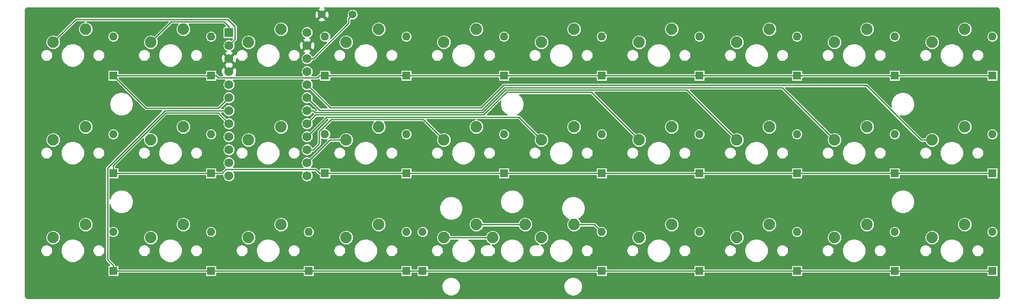
<source format=gbr>
G04 #@! TF.GenerationSoftware,KiCad,Pcbnew,(5.1.4)-1*
G04 #@! TF.CreationDate,2020-11-05T18:40:19-08:00*
G04 #@! TF.ProjectId,domino,646f6d69-6e6f-42e6-9b69-6361645f7063,rev?*
G04 #@! TF.SameCoordinates,Original*
G04 #@! TF.FileFunction,Copper,L2,Bot*
G04 #@! TF.FilePolarity,Positive*
%FSLAX46Y46*%
G04 Gerber Fmt 4.6, Leading zero omitted, Abs format (unit mm)*
G04 Created by KiCad (PCBNEW (5.1.4)-1) date 2020-11-05 18:40:19*
%MOMM*%
%LPD*%
G04 APERTURE LIST*
%ADD10O,1.600000X1.600000*%
%ADD11R,1.600000X1.600000*%
%ADD12C,2.250000*%
%ADD13C,1.752600*%
%ADD14R,1.752600X1.752600*%
%ADD15C,1.524000*%
%ADD16C,0.800000*%
%ADD17C,0.250000*%
%ADD18C,0.254000*%
G04 APERTURE END LIST*
D10*
X91281250Y-57467500D03*
D11*
X91281250Y-65087500D03*
D12*
X101758750Y-56038750D03*
X95408750Y-58578750D03*
X120808750Y-56038750D03*
X114458750Y-58578750D03*
D10*
X126206250Y-57467500D03*
D11*
X126206250Y-65087500D03*
D13*
X68738750Y-18573750D03*
X53498750Y-46513750D03*
X68738750Y-21113750D03*
X68738750Y-23653750D03*
X68738750Y-26193750D03*
X68738750Y-28733750D03*
X68738750Y-31273750D03*
X68738750Y-33813750D03*
X68738750Y-36353750D03*
X68738750Y-38893750D03*
X68738750Y-41433750D03*
X68738750Y-43973750D03*
X68738750Y-46513750D03*
X53498750Y-43973750D03*
X53498750Y-41433750D03*
X53498750Y-38893750D03*
X53498750Y-36353750D03*
X53498750Y-33813750D03*
X53498750Y-31273750D03*
X53498750Y-28733750D03*
X53498750Y-26193750D03*
X53498750Y-23653750D03*
X53498750Y-21113750D03*
D14*
X53498750Y-18573750D03*
D12*
X111283750Y-56038750D03*
X104933750Y-58578750D03*
D15*
X77612500Y-15081250D03*
X71612500Y-15081250D03*
D12*
X197008750Y-56038750D03*
X190658750Y-58578750D03*
X177958750Y-56038750D03*
X171608750Y-58578750D03*
X158908750Y-56038750D03*
X152558750Y-58578750D03*
X139858750Y-56038750D03*
X133508750Y-58578750D03*
X82708750Y-56038750D03*
X76358750Y-58578750D03*
X63658750Y-56038750D03*
X57308750Y-58578750D03*
X44608750Y-56038750D03*
X38258750Y-58578750D03*
X25558750Y-56038750D03*
X19208750Y-58578750D03*
X197008750Y-36988750D03*
X190658750Y-39528750D03*
X177958750Y-36988750D03*
X171608750Y-39528750D03*
X158908750Y-36988750D03*
X152558750Y-39528750D03*
X139858750Y-36988750D03*
X133508750Y-39528750D03*
X120808750Y-36988750D03*
X114458750Y-39528750D03*
X101758750Y-36988750D03*
X95408750Y-39528750D03*
X82708750Y-36988750D03*
X76358750Y-39528750D03*
X63658750Y-36988750D03*
X57308750Y-39528750D03*
X44608750Y-36988750D03*
X38258750Y-39528750D03*
X25558750Y-36988750D03*
X19208750Y-39528750D03*
X197008750Y-17938750D03*
X190658750Y-20478750D03*
X177958750Y-17938750D03*
X171608750Y-20478750D03*
X158908750Y-17938750D03*
X152558750Y-20478750D03*
X139858750Y-17938750D03*
X133508750Y-20478750D03*
X120808750Y-17938750D03*
X114458750Y-20478750D03*
X101758750Y-17938750D03*
X95408750Y-20478750D03*
X82708750Y-17938750D03*
X76358750Y-20478750D03*
X63658750Y-17938750D03*
X57308750Y-20478750D03*
X44608750Y-17938750D03*
X38258750Y-20478750D03*
X19208750Y-20478750D03*
X25558750Y-17938750D03*
D10*
X202406250Y-57467500D03*
D11*
X202406250Y-65087500D03*
D10*
X183356250Y-57467500D03*
D11*
X183356250Y-65087500D03*
D10*
X164306250Y-57467500D03*
D11*
X164306250Y-65087500D03*
D10*
X145256250Y-57467500D03*
D11*
X145256250Y-65087500D03*
D10*
X88106250Y-57467500D03*
D11*
X88106250Y-65087500D03*
D10*
X69056250Y-57467500D03*
D11*
X69056250Y-65087500D03*
D10*
X50006250Y-57467500D03*
D11*
X50006250Y-65087500D03*
D10*
X30956250Y-57467500D03*
D11*
X30956250Y-65087500D03*
D10*
X202406250Y-38417500D03*
D11*
X202406250Y-46037500D03*
D10*
X183356250Y-38417500D03*
D11*
X183356250Y-46037500D03*
D10*
X164306250Y-38417500D03*
D11*
X164306250Y-46037500D03*
D10*
X145256250Y-38417500D03*
D11*
X145256250Y-46037500D03*
D10*
X126206250Y-38417500D03*
D11*
X126206250Y-46037500D03*
D10*
X107156250Y-38417500D03*
D11*
X107156250Y-46037500D03*
D10*
X88106250Y-38417500D03*
D11*
X88106250Y-46037500D03*
D10*
X72231250Y-38417500D03*
D11*
X72231250Y-46037500D03*
D10*
X50006250Y-38417500D03*
D11*
X50006250Y-46037500D03*
D10*
X30956250Y-38417500D03*
D11*
X30956250Y-46037500D03*
D10*
X202406250Y-19367500D03*
D11*
X202406250Y-26987500D03*
D10*
X183356250Y-19367500D03*
D11*
X183356250Y-26987500D03*
D10*
X164306250Y-19367500D03*
D11*
X164306250Y-26987500D03*
D10*
X145256250Y-19367500D03*
D11*
X145256250Y-26987500D03*
D10*
X126206250Y-19367500D03*
D11*
X126206250Y-26987500D03*
D10*
X107156250Y-19367500D03*
D11*
X107156250Y-26987500D03*
D10*
X88106250Y-19367500D03*
D11*
X88106250Y-26987500D03*
D10*
X72231250Y-19367500D03*
D11*
X72231250Y-26987500D03*
D10*
X50006250Y-19367500D03*
D11*
X50006250Y-26987500D03*
D10*
X30956250Y-19367500D03*
D11*
X30956250Y-26987500D03*
D16*
X61118750Y-32543750D03*
X105568750Y-34131250D03*
D17*
X101758750Y-56038750D02*
X111283750Y-56038750D01*
X69978025Y-23653750D02*
X68738750Y-23653750D01*
X76850501Y-16781274D02*
X69978025Y-23653750D01*
X76850501Y-15843249D02*
X76850501Y-16781274D01*
X77612500Y-15081250D02*
X76850501Y-15843249D01*
X201356250Y-26987500D02*
X183356250Y-26987500D01*
X202406250Y-26987500D02*
X201356250Y-26987500D01*
X182306250Y-26987500D02*
X164306250Y-26987500D01*
X183356250Y-26987500D02*
X182306250Y-26987500D01*
X163256250Y-26987500D02*
X145256250Y-26987500D01*
X164306250Y-26987500D02*
X163256250Y-26987500D01*
X144206250Y-26987500D02*
X126206250Y-26987500D01*
X145256250Y-26987500D02*
X144206250Y-26987500D01*
X125156250Y-26987500D02*
X107156250Y-26987500D01*
X126206250Y-26987500D02*
X125156250Y-26987500D01*
X106106250Y-26987500D02*
X88106250Y-26987500D01*
X107156250Y-26987500D02*
X106106250Y-26987500D01*
X87056250Y-26987500D02*
X72231250Y-26987500D01*
X88106250Y-26987500D02*
X87056250Y-26987500D01*
X51056250Y-26987500D02*
X50006250Y-26987500D01*
X51463801Y-27395051D02*
X51056250Y-26987500D01*
X70773699Y-27395051D02*
X51463801Y-27395051D01*
X71181250Y-26987500D02*
X70773699Y-27395051D01*
X72231250Y-26987500D02*
X71181250Y-26987500D01*
X48956250Y-26987500D02*
X30956250Y-26987500D01*
X50006250Y-26987500D02*
X48956250Y-26987500D01*
X51382520Y-33337500D02*
X51408760Y-33363740D01*
X30956250Y-26987500D02*
X37306250Y-33337500D01*
X51408760Y-33363740D02*
X53498750Y-31273750D01*
X37306250Y-33337500D02*
X51382520Y-33337500D01*
X32006250Y-46037500D02*
X50006250Y-46037500D01*
X30956250Y-46037500D02*
X32006250Y-46037500D01*
X71181250Y-46037500D02*
X72231250Y-46037500D01*
X70456199Y-45312449D02*
X71181250Y-46037500D01*
X52197074Y-46037500D02*
X52922125Y-45312449D01*
X52922125Y-45312449D02*
X70456199Y-45312449D01*
X50006250Y-46037500D02*
X52197074Y-46037500D01*
X73281250Y-46037500D02*
X88106250Y-46037500D01*
X72231250Y-46037500D02*
X73281250Y-46037500D01*
X88106250Y-46037500D02*
X107156250Y-46037500D01*
X107156250Y-46037500D02*
X126206250Y-46037500D01*
X127256250Y-46037500D02*
X145256250Y-46037500D01*
X126206250Y-46037500D02*
X127256250Y-46037500D01*
X145256250Y-46037500D02*
X164306250Y-46037500D01*
X165356250Y-46037500D02*
X183356250Y-46037500D01*
X164306250Y-46037500D02*
X165356250Y-46037500D01*
X183356250Y-46037500D02*
X202406250Y-46037500D01*
X53498750Y-36353750D02*
X51408760Y-34263760D01*
X51408760Y-34263760D02*
X41181398Y-34263760D01*
X30956250Y-44488908D02*
X30956250Y-46037500D01*
X41181398Y-34263760D02*
X30956250Y-44488908D01*
X201356250Y-65087500D02*
X183356250Y-65087500D01*
X202406250Y-65087500D02*
X201356250Y-65087500D01*
X182306250Y-65087500D02*
X164306250Y-65087500D01*
X183356250Y-65087500D02*
X182306250Y-65087500D01*
X163256250Y-65087500D02*
X145256250Y-65087500D01*
X164306250Y-65087500D02*
X163256250Y-65087500D01*
X144206250Y-65087500D02*
X116681250Y-65087500D01*
X145256250Y-65087500D02*
X144206250Y-65087500D01*
X115631250Y-65087500D02*
X88106250Y-65087500D01*
X116681250Y-65087500D02*
X115631250Y-65087500D01*
X87056250Y-65087500D02*
X69056250Y-65087500D01*
X88106250Y-65087500D02*
X87056250Y-65087500D01*
X68006250Y-65087500D02*
X50006250Y-65087500D01*
X69056250Y-65087500D02*
X68006250Y-65087500D01*
X48956250Y-65087500D02*
X30956250Y-65087500D01*
X50006250Y-65087500D02*
X48956250Y-65087500D01*
X40994998Y-33813750D02*
X29831249Y-44977499D01*
X53498750Y-33813750D02*
X40994998Y-33813750D01*
X30956250Y-64037500D02*
X30956250Y-65087500D01*
X29831249Y-62912499D02*
X30956250Y-64037500D01*
X29831249Y-44977499D02*
X29831249Y-62912499D01*
X116681250Y-65087500D02*
X126206250Y-65087500D01*
X88106250Y-65087500D02*
X91281250Y-65087500D01*
X20333749Y-19353751D02*
X19208750Y-20478750D01*
X23648761Y-16038739D02*
X20333749Y-19353751D01*
X54700051Y-17437449D02*
X53301341Y-16038739D01*
X54700051Y-19912449D02*
X54700051Y-17437449D01*
X53301341Y-16038739D02*
X23648761Y-16038739D01*
X53498750Y-21113750D02*
X54700051Y-19912449D01*
X42248751Y-16488749D02*
X39383749Y-19353751D01*
X52540049Y-16488749D02*
X42248751Y-16488749D01*
X53498750Y-17447450D02*
X52540049Y-16488749D01*
X39383749Y-19353751D02*
X38258750Y-20478750D01*
X53498750Y-18573750D02*
X53498750Y-17447450D01*
X73183750Y-39528750D02*
X76358750Y-39528750D01*
X68738750Y-43973750D02*
X73183750Y-39528750D01*
X94283751Y-38403751D02*
X95408750Y-39528750D01*
X91418749Y-35538749D02*
X94283751Y-38403751D01*
X73444999Y-35538749D02*
X91418749Y-35538749D01*
X71106249Y-37877499D02*
X73444999Y-35538749D01*
X71106249Y-40305526D02*
X71106249Y-37877499D01*
X69978025Y-41433750D02*
X71106249Y-40305526D01*
X68738750Y-41433750D02*
X69978025Y-41433750D01*
X95408750Y-58578750D02*
X104933750Y-58578750D01*
X113333751Y-38403751D02*
X114458750Y-39528750D01*
X110018739Y-35088739D02*
X113333751Y-38403751D01*
X72543761Y-35088739D02*
X110018739Y-35088739D01*
X68738750Y-38893750D02*
X72543761Y-35088739D01*
X124198749Y-30218749D02*
X132383751Y-38403751D01*
X107627749Y-30218749D02*
X124198749Y-30218749D01*
X132383751Y-38403751D02*
X133508750Y-39528750D01*
X70453771Y-34638729D02*
X103207769Y-34638729D01*
X103207769Y-34638729D02*
X107627749Y-30218749D01*
X68738750Y-36353750D02*
X70453771Y-34638729D01*
X68738750Y-33813750D02*
X69313750Y-33813750D01*
X151433751Y-38403751D02*
X152558750Y-39528750D01*
X142798739Y-29768739D02*
X151433751Y-38403751D01*
X69978025Y-33813750D02*
X70352994Y-34188719D01*
X70352994Y-34188719D02*
X103021369Y-34188719D01*
X103021369Y-34188719D02*
X107441349Y-29768739D01*
X68738750Y-33813750D02*
X69978025Y-33813750D01*
X107441349Y-29768739D02*
X142798739Y-29768739D01*
X68738750Y-31273750D02*
X71203709Y-33738709D01*
X71203709Y-33738709D02*
X102834969Y-33738709D01*
X170483751Y-38403751D02*
X171608750Y-39528750D01*
X161398729Y-29318729D02*
X170483751Y-38403751D01*
X107254949Y-29318729D02*
X161398729Y-29318729D01*
X102834969Y-33738709D02*
X107254949Y-29318729D01*
X68738750Y-28733750D02*
X73293699Y-33288699D01*
X73293699Y-33288699D02*
X102648569Y-33288699D01*
X189067760Y-39528750D02*
X190658750Y-39528750D01*
X188487748Y-39528750D02*
X189067760Y-39528750D01*
X177827717Y-28868719D02*
X188487748Y-39528750D01*
X107068549Y-28868719D02*
X177827717Y-28868719D01*
X102648569Y-33288699D02*
X107068549Y-28868719D01*
X70850501Y-19001999D02*
X69615049Y-20237451D01*
X70850501Y-15843249D02*
X70850501Y-19001999D01*
X69615049Y-20237451D02*
X68738750Y-21113750D01*
X71612500Y-15081250D02*
X70850501Y-15843249D01*
X124777500Y-56038750D02*
X126206250Y-57467500D01*
X120808750Y-56038750D02*
X124777500Y-56038750D01*
D18*
G36*
X71009477Y-13813614D02*
G01*
X70893520Y-13875594D01*
X70826540Y-14115685D01*
X71612500Y-14901645D01*
X72398460Y-14115685D01*
X72331480Y-13875594D01*
X72082452Y-13758494D01*
X72031088Y-13745750D01*
X203187678Y-13745750D01*
X203304993Y-13757253D01*
X203405982Y-13787743D01*
X203499129Y-13837270D01*
X203580886Y-13903949D01*
X203648128Y-13985231D01*
X203698306Y-14078034D01*
X203729502Y-14178812D01*
X203741751Y-14295352D01*
X203741750Y-69837678D01*
X203730247Y-69954992D01*
X203699757Y-70055981D01*
X203650228Y-70149131D01*
X203583551Y-70230886D01*
X203502269Y-70298128D01*
X203409466Y-70348306D01*
X203308692Y-70379501D01*
X203192158Y-70391750D01*
X14299822Y-70391750D01*
X14182508Y-70380247D01*
X14081519Y-70349757D01*
X13988369Y-70300228D01*
X13906614Y-70233551D01*
X13839372Y-70152269D01*
X13789194Y-70059466D01*
X13757999Y-69958692D01*
X13745750Y-69842158D01*
X13745750Y-67921442D01*
X94986500Y-67921442D01*
X94986500Y-68286058D01*
X95057633Y-68643667D01*
X95197165Y-68980527D01*
X95399735Y-69283694D01*
X95657556Y-69541515D01*
X95960723Y-69744085D01*
X96297583Y-69883617D01*
X96655192Y-69954750D01*
X97019808Y-69954750D01*
X97377417Y-69883617D01*
X97714277Y-69744085D01*
X98017444Y-69541515D01*
X98275265Y-69283694D01*
X98477835Y-68980527D01*
X98617367Y-68643667D01*
X98688500Y-68286058D01*
X98688500Y-67921442D01*
X118799000Y-67921442D01*
X118799000Y-68286058D01*
X118870133Y-68643667D01*
X119009665Y-68980527D01*
X119212235Y-69283694D01*
X119470056Y-69541515D01*
X119773223Y-69744085D01*
X120110083Y-69883617D01*
X120467692Y-69954750D01*
X120832308Y-69954750D01*
X121189917Y-69883617D01*
X121526777Y-69744085D01*
X121829944Y-69541515D01*
X122087765Y-69283694D01*
X122290335Y-68980527D01*
X122429867Y-68643667D01*
X122501000Y-68286058D01*
X122501000Y-67921442D01*
X122429867Y-67563833D01*
X122290335Y-67226973D01*
X122087765Y-66923806D01*
X121829944Y-66665985D01*
X121526777Y-66463415D01*
X121189917Y-66323883D01*
X120832308Y-66252750D01*
X120467692Y-66252750D01*
X120110083Y-66323883D01*
X119773223Y-66463415D01*
X119470056Y-66665985D01*
X119212235Y-66923806D01*
X119009665Y-67226973D01*
X118870133Y-67563833D01*
X118799000Y-67921442D01*
X98688500Y-67921442D01*
X98617367Y-67563833D01*
X98477835Y-67226973D01*
X98275265Y-66923806D01*
X98017444Y-66665985D01*
X97714277Y-66463415D01*
X97377417Y-66323883D01*
X97019808Y-66252750D01*
X96655192Y-66252750D01*
X96297583Y-66323883D01*
X95960723Y-66463415D01*
X95657556Y-66665985D01*
X95399735Y-66923806D01*
X95197165Y-67226973D01*
X95057633Y-67563833D01*
X94986500Y-67921442D01*
X13745750Y-67921442D01*
X13745750Y-61000363D01*
X16736750Y-61000363D01*
X16736750Y-61237137D01*
X16782942Y-61469360D01*
X16873551Y-61688111D01*
X17005096Y-61884980D01*
X17172520Y-62052404D01*
X17369389Y-62183949D01*
X17588140Y-62274558D01*
X17820363Y-62320750D01*
X18057137Y-62320750D01*
X18289360Y-62274558D01*
X18508111Y-62183949D01*
X18704980Y-62052404D01*
X18872404Y-61884980D01*
X19003949Y-61688111D01*
X19094558Y-61469360D01*
X19140750Y-61237137D01*
X19140750Y-61000363D01*
X19118830Y-60890161D01*
X20697850Y-60890161D01*
X20697850Y-61347339D01*
X20787041Y-61795732D01*
X20961995Y-62218108D01*
X21215989Y-62598238D01*
X21539262Y-62921511D01*
X21919392Y-63175505D01*
X22341768Y-63350459D01*
X22790161Y-63439650D01*
X23247339Y-63439650D01*
X23695732Y-63350459D01*
X24118108Y-63175505D01*
X24498238Y-62921511D01*
X24821511Y-62598238D01*
X25075505Y-62218108D01*
X25250459Y-61795732D01*
X25339650Y-61347339D01*
X25339650Y-61000363D01*
X26896750Y-61000363D01*
X26896750Y-61237137D01*
X26942942Y-61469360D01*
X27033551Y-61688111D01*
X27165096Y-61884980D01*
X27332520Y-62052404D01*
X27529389Y-62183949D01*
X27748140Y-62274558D01*
X27980363Y-62320750D01*
X28217137Y-62320750D01*
X28449360Y-62274558D01*
X28668111Y-62183949D01*
X28864980Y-62052404D01*
X29032404Y-61884980D01*
X29163949Y-61688111D01*
X29254558Y-61469360D01*
X29300750Y-61237137D01*
X29300750Y-61000363D01*
X29254558Y-60768140D01*
X29163949Y-60549389D01*
X29032404Y-60352520D01*
X28864980Y-60185096D01*
X28668111Y-60053551D01*
X28449360Y-59962942D01*
X28217137Y-59916750D01*
X27980363Y-59916750D01*
X27748140Y-59962942D01*
X27529389Y-60053551D01*
X27332520Y-60185096D01*
X27165096Y-60352520D01*
X27033551Y-60549389D01*
X26942942Y-60768140D01*
X26896750Y-61000363D01*
X25339650Y-61000363D01*
X25339650Y-60890161D01*
X25250459Y-60441768D01*
X25075505Y-60019392D01*
X24821511Y-59639262D01*
X24498238Y-59315989D01*
X24118108Y-59061995D01*
X23695732Y-58887041D01*
X23247339Y-58797850D01*
X22790161Y-58797850D01*
X22341768Y-58887041D01*
X21919392Y-59061995D01*
X21539262Y-59315989D01*
X21215989Y-59639262D01*
X20961995Y-60019392D01*
X20787041Y-60441768D01*
X20697850Y-60890161D01*
X19118830Y-60890161D01*
X19094558Y-60768140D01*
X19003949Y-60549389D01*
X18872404Y-60352520D01*
X18704980Y-60185096D01*
X18508111Y-60053551D01*
X18289360Y-59962942D01*
X18057137Y-59916750D01*
X17820363Y-59916750D01*
X17588140Y-59962942D01*
X17369389Y-60053551D01*
X17172520Y-60185096D01*
X17005096Y-60352520D01*
X16873551Y-60549389D01*
X16782942Y-60768140D01*
X16736750Y-61000363D01*
X13745750Y-61000363D01*
X13745750Y-58435740D01*
X17756750Y-58435740D01*
X17756750Y-58721760D01*
X17812549Y-59002283D01*
X17922004Y-59266530D01*
X18080908Y-59504346D01*
X18283154Y-59706592D01*
X18520970Y-59865496D01*
X18785217Y-59974951D01*
X19065740Y-60030750D01*
X19351760Y-60030750D01*
X19632283Y-59974951D01*
X19896530Y-59865496D01*
X20134346Y-59706592D01*
X20336592Y-59504346D01*
X20495496Y-59266530D01*
X20604951Y-59002283D01*
X20660750Y-58721760D01*
X20660750Y-58435740D01*
X20604951Y-58155217D01*
X20495496Y-57890970D01*
X20336592Y-57653154D01*
X20134346Y-57450908D01*
X19896530Y-57292004D01*
X19632283Y-57182549D01*
X19351760Y-57126750D01*
X19065740Y-57126750D01*
X18785217Y-57182549D01*
X18520970Y-57292004D01*
X18283154Y-57450908D01*
X18080908Y-57653154D01*
X17922004Y-57890970D01*
X17812549Y-58155217D01*
X17756750Y-58435740D01*
X13745750Y-58435740D01*
X13745750Y-55895740D01*
X24106750Y-55895740D01*
X24106750Y-56181760D01*
X24162549Y-56462283D01*
X24272004Y-56726530D01*
X24430908Y-56964346D01*
X24633154Y-57166592D01*
X24870970Y-57325496D01*
X25135217Y-57434951D01*
X25415740Y-57490750D01*
X25701760Y-57490750D01*
X25982283Y-57434951D01*
X26246530Y-57325496D01*
X26484346Y-57166592D01*
X26686592Y-56964346D01*
X26845496Y-56726530D01*
X26954951Y-56462283D01*
X27010750Y-56181760D01*
X27010750Y-55895740D01*
X26954951Y-55615217D01*
X26845496Y-55350970D01*
X26686592Y-55113154D01*
X26484346Y-54910908D01*
X26246530Y-54752004D01*
X25982283Y-54642549D01*
X25701760Y-54586750D01*
X25415740Y-54586750D01*
X25135217Y-54642549D01*
X24870970Y-54752004D01*
X24633154Y-54910908D01*
X24430908Y-55113154D01*
X24272004Y-55350970D01*
X24162549Y-55615217D01*
X24106750Y-55895740D01*
X13745750Y-55895740D01*
X13745750Y-44977499D01*
X29377062Y-44977499D01*
X29379249Y-44999704D01*
X29379250Y-62890284D01*
X29377062Y-62912499D01*
X29385789Y-63001106D01*
X29411635Y-63086308D01*
X29411636Y-63086309D01*
X29453607Y-63164832D01*
X29510091Y-63233658D01*
X29527345Y-63247818D01*
X30238444Y-63958918D01*
X30156250Y-63958918D01*
X30092147Y-63965232D01*
X30030507Y-63983930D01*
X29973700Y-64014294D01*
X29923907Y-64055157D01*
X29883044Y-64104950D01*
X29852680Y-64161757D01*
X29833982Y-64223397D01*
X29827668Y-64287500D01*
X29827668Y-65887500D01*
X29833982Y-65951603D01*
X29852680Y-66013243D01*
X29883044Y-66070050D01*
X29923907Y-66119843D01*
X29973700Y-66160706D01*
X30030507Y-66191070D01*
X30092147Y-66209768D01*
X30156250Y-66216082D01*
X31756250Y-66216082D01*
X31820353Y-66209768D01*
X31881993Y-66191070D01*
X31938800Y-66160706D01*
X31988593Y-66119843D01*
X32029456Y-66070050D01*
X32059820Y-66013243D01*
X32078518Y-65951603D01*
X32084832Y-65887500D01*
X32084832Y-65539500D01*
X48877668Y-65539500D01*
X48877668Y-65887500D01*
X48883982Y-65951603D01*
X48902680Y-66013243D01*
X48933044Y-66070050D01*
X48973907Y-66119843D01*
X49023700Y-66160706D01*
X49080507Y-66191070D01*
X49142147Y-66209768D01*
X49206250Y-66216082D01*
X50806250Y-66216082D01*
X50870353Y-66209768D01*
X50931993Y-66191070D01*
X50988800Y-66160706D01*
X51038593Y-66119843D01*
X51079456Y-66070050D01*
X51109820Y-66013243D01*
X51128518Y-65951603D01*
X51134832Y-65887500D01*
X51134832Y-65539500D01*
X67927668Y-65539500D01*
X67927668Y-65887500D01*
X67933982Y-65951603D01*
X67952680Y-66013243D01*
X67983044Y-66070050D01*
X68023907Y-66119843D01*
X68073700Y-66160706D01*
X68130507Y-66191070D01*
X68192147Y-66209768D01*
X68256250Y-66216082D01*
X69856250Y-66216082D01*
X69920353Y-66209768D01*
X69981993Y-66191070D01*
X70038800Y-66160706D01*
X70088593Y-66119843D01*
X70129456Y-66070050D01*
X70159820Y-66013243D01*
X70178518Y-65951603D01*
X70184832Y-65887500D01*
X70184832Y-65539500D01*
X86977668Y-65539500D01*
X86977668Y-65887500D01*
X86983982Y-65951603D01*
X87002680Y-66013243D01*
X87033044Y-66070050D01*
X87073907Y-66119843D01*
X87123700Y-66160706D01*
X87180507Y-66191070D01*
X87242147Y-66209768D01*
X87306250Y-66216082D01*
X88906250Y-66216082D01*
X88970353Y-66209768D01*
X89031993Y-66191070D01*
X89088800Y-66160706D01*
X89138593Y-66119843D01*
X89179456Y-66070050D01*
X89209820Y-66013243D01*
X89228518Y-65951603D01*
X89234832Y-65887500D01*
X89234832Y-65539500D01*
X90152668Y-65539500D01*
X90152668Y-65887500D01*
X90158982Y-65951603D01*
X90177680Y-66013243D01*
X90208044Y-66070050D01*
X90248907Y-66119843D01*
X90298700Y-66160706D01*
X90355507Y-66191070D01*
X90417147Y-66209768D01*
X90481250Y-66216082D01*
X92081250Y-66216082D01*
X92145353Y-66209768D01*
X92206993Y-66191070D01*
X92263800Y-66160706D01*
X92313593Y-66119843D01*
X92354456Y-66070050D01*
X92384820Y-66013243D01*
X92403518Y-65951603D01*
X92409832Y-65887500D01*
X92409832Y-65539500D01*
X125077668Y-65539500D01*
X125077668Y-65887500D01*
X125083982Y-65951603D01*
X125102680Y-66013243D01*
X125133044Y-66070050D01*
X125173907Y-66119843D01*
X125223700Y-66160706D01*
X125280507Y-66191070D01*
X125342147Y-66209768D01*
X125406250Y-66216082D01*
X127006250Y-66216082D01*
X127070353Y-66209768D01*
X127131993Y-66191070D01*
X127188800Y-66160706D01*
X127238593Y-66119843D01*
X127279456Y-66070050D01*
X127309820Y-66013243D01*
X127328518Y-65951603D01*
X127334832Y-65887500D01*
X127334832Y-65539500D01*
X144127668Y-65539500D01*
X144127668Y-65887500D01*
X144133982Y-65951603D01*
X144152680Y-66013243D01*
X144183044Y-66070050D01*
X144223907Y-66119843D01*
X144273700Y-66160706D01*
X144330507Y-66191070D01*
X144392147Y-66209768D01*
X144456250Y-66216082D01*
X146056250Y-66216082D01*
X146120353Y-66209768D01*
X146181993Y-66191070D01*
X146238800Y-66160706D01*
X146288593Y-66119843D01*
X146329456Y-66070050D01*
X146359820Y-66013243D01*
X146378518Y-65951603D01*
X146384832Y-65887500D01*
X146384832Y-65539500D01*
X163177668Y-65539500D01*
X163177668Y-65887500D01*
X163183982Y-65951603D01*
X163202680Y-66013243D01*
X163233044Y-66070050D01*
X163273907Y-66119843D01*
X163323700Y-66160706D01*
X163380507Y-66191070D01*
X163442147Y-66209768D01*
X163506250Y-66216082D01*
X165106250Y-66216082D01*
X165170353Y-66209768D01*
X165231993Y-66191070D01*
X165288800Y-66160706D01*
X165338593Y-66119843D01*
X165379456Y-66070050D01*
X165409820Y-66013243D01*
X165428518Y-65951603D01*
X165434832Y-65887500D01*
X165434832Y-65539500D01*
X182227668Y-65539500D01*
X182227668Y-65887500D01*
X182233982Y-65951603D01*
X182252680Y-66013243D01*
X182283044Y-66070050D01*
X182323907Y-66119843D01*
X182373700Y-66160706D01*
X182430507Y-66191070D01*
X182492147Y-66209768D01*
X182556250Y-66216082D01*
X184156250Y-66216082D01*
X184220353Y-66209768D01*
X184281993Y-66191070D01*
X184338800Y-66160706D01*
X184388593Y-66119843D01*
X184429456Y-66070050D01*
X184459820Y-66013243D01*
X184478518Y-65951603D01*
X184484832Y-65887500D01*
X184484832Y-65539500D01*
X201277668Y-65539500D01*
X201277668Y-65887500D01*
X201283982Y-65951603D01*
X201302680Y-66013243D01*
X201333044Y-66070050D01*
X201373907Y-66119843D01*
X201423700Y-66160706D01*
X201480507Y-66191070D01*
X201542147Y-66209768D01*
X201606250Y-66216082D01*
X203206250Y-66216082D01*
X203270353Y-66209768D01*
X203331993Y-66191070D01*
X203388800Y-66160706D01*
X203438593Y-66119843D01*
X203479456Y-66070050D01*
X203509820Y-66013243D01*
X203528518Y-65951603D01*
X203534832Y-65887500D01*
X203534832Y-64287500D01*
X203528518Y-64223397D01*
X203509820Y-64161757D01*
X203479456Y-64104950D01*
X203438593Y-64055157D01*
X203388800Y-64014294D01*
X203331993Y-63983930D01*
X203270353Y-63965232D01*
X203206250Y-63958918D01*
X201606250Y-63958918D01*
X201542147Y-63965232D01*
X201480507Y-63983930D01*
X201423700Y-64014294D01*
X201373907Y-64055157D01*
X201333044Y-64104950D01*
X201302680Y-64161757D01*
X201283982Y-64223397D01*
X201277668Y-64287500D01*
X201277668Y-64635500D01*
X184484832Y-64635500D01*
X184484832Y-64287500D01*
X184478518Y-64223397D01*
X184459820Y-64161757D01*
X184429456Y-64104950D01*
X184388593Y-64055157D01*
X184338800Y-64014294D01*
X184281993Y-63983930D01*
X184220353Y-63965232D01*
X184156250Y-63958918D01*
X182556250Y-63958918D01*
X182492147Y-63965232D01*
X182430507Y-63983930D01*
X182373700Y-64014294D01*
X182323907Y-64055157D01*
X182283044Y-64104950D01*
X182252680Y-64161757D01*
X182233982Y-64223397D01*
X182227668Y-64287500D01*
X182227668Y-64635500D01*
X165434832Y-64635500D01*
X165434832Y-64287500D01*
X165428518Y-64223397D01*
X165409820Y-64161757D01*
X165379456Y-64104950D01*
X165338593Y-64055157D01*
X165288800Y-64014294D01*
X165231993Y-63983930D01*
X165170353Y-63965232D01*
X165106250Y-63958918D01*
X163506250Y-63958918D01*
X163442147Y-63965232D01*
X163380507Y-63983930D01*
X163323700Y-64014294D01*
X163273907Y-64055157D01*
X163233044Y-64104950D01*
X163202680Y-64161757D01*
X163183982Y-64223397D01*
X163177668Y-64287500D01*
X163177668Y-64635500D01*
X146384832Y-64635500D01*
X146384832Y-64287500D01*
X146378518Y-64223397D01*
X146359820Y-64161757D01*
X146329456Y-64104950D01*
X146288593Y-64055157D01*
X146238800Y-64014294D01*
X146181993Y-63983930D01*
X146120353Y-63965232D01*
X146056250Y-63958918D01*
X144456250Y-63958918D01*
X144392147Y-63965232D01*
X144330507Y-63983930D01*
X144273700Y-64014294D01*
X144223907Y-64055157D01*
X144183044Y-64104950D01*
X144152680Y-64161757D01*
X144133982Y-64223397D01*
X144127668Y-64287500D01*
X144127668Y-64635500D01*
X127334832Y-64635500D01*
X127334832Y-64287500D01*
X127328518Y-64223397D01*
X127309820Y-64161757D01*
X127279456Y-64104950D01*
X127238593Y-64055157D01*
X127188800Y-64014294D01*
X127131993Y-63983930D01*
X127070353Y-63965232D01*
X127006250Y-63958918D01*
X125406250Y-63958918D01*
X125342147Y-63965232D01*
X125280507Y-63983930D01*
X125223700Y-64014294D01*
X125173907Y-64055157D01*
X125133044Y-64104950D01*
X125102680Y-64161757D01*
X125083982Y-64223397D01*
X125077668Y-64287500D01*
X125077668Y-64635500D01*
X92409832Y-64635500D01*
X92409832Y-64287500D01*
X92403518Y-64223397D01*
X92384820Y-64161757D01*
X92354456Y-64104950D01*
X92313593Y-64055157D01*
X92263800Y-64014294D01*
X92206993Y-63983930D01*
X92145353Y-63965232D01*
X92081250Y-63958918D01*
X90481250Y-63958918D01*
X90417147Y-63965232D01*
X90355507Y-63983930D01*
X90298700Y-64014294D01*
X90248907Y-64055157D01*
X90208044Y-64104950D01*
X90177680Y-64161757D01*
X90158982Y-64223397D01*
X90152668Y-64287500D01*
X90152668Y-64635500D01*
X89234832Y-64635500D01*
X89234832Y-64287500D01*
X89228518Y-64223397D01*
X89209820Y-64161757D01*
X89179456Y-64104950D01*
X89138593Y-64055157D01*
X89088800Y-64014294D01*
X89031993Y-63983930D01*
X88970353Y-63965232D01*
X88906250Y-63958918D01*
X87306250Y-63958918D01*
X87242147Y-63965232D01*
X87180507Y-63983930D01*
X87123700Y-64014294D01*
X87073907Y-64055157D01*
X87033044Y-64104950D01*
X87002680Y-64161757D01*
X86983982Y-64223397D01*
X86977668Y-64287500D01*
X86977668Y-64635500D01*
X70184832Y-64635500D01*
X70184832Y-64287500D01*
X70178518Y-64223397D01*
X70159820Y-64161757D01*
X70129456Y-64104950D01*
X70088593Y-64055157D01*
X70038800Y-64014294D01*
X69981993Y-63983930D01*
X69920353Y-63965232D01*
X69856250Y-63958918D01*
X68256250Y-63958918D01*
X68192147Y-63965232D01*
X68130507Y-63983930D01*
X68073700Y-64014294D01*
X68023907Y-64055157D01*
X67983044Y-64104950D01*
X67952680Y-64161757D01*
X67933982Y-64223397D01*
X67927668Y-64287500D01*
X67927668Y-64635500D01*
X51134832Y-64635500D01*
X51134832Y-64287500D01*
X51128518Y-64223397D01*
X51109820Y-64161757D01*
X51079456Y-64104950D01*
X51038593Y-64055157D01*
X50988800Y-64014294D01*
X50931993Y-63983930D01*
X50870353Y-63965232D01*
X50806250Y-63958918D01*
X49206250Y-63958918D01*
X49142147Y-63965232D01*
X49080507Y-63983930D01*
X49023700Y-64014294D01*
X48973907Y-64055157D01*
X48933044Y-64104950D01*
X48902680Y-64161757D01*
X48883982Y-64223397D01*
X48877668Y-64287500D01*
X48877668Y-64635500D01*
X32084832Y-64635500D01*
X32084832Y-64287500D01*
X32078518Y-64223397D01*
X32059820Y-64161757D01*
X32029456Y-64104950D01*
X31988593Y-64055157D01*
X31938800Y-64014294D01*
X31881993Y-63983930D01*
X31820353Y-63965232D01*
X31756250Y-63958918D01*
X31402697Y-63958918D01*
X31401710Y-63948892D01*
X31375864Y-63863690D01*
X31333893Y-63785167D01*
X31277409Y-63716341D01*
X31260156Y-63702182D01*
X30283249Y-62725276D01*
X30283249Y-61000363D01*
X35786750Y-61000363D01*
X35786750Y-61237137D01*
X35832942Y-61469360D01*
X35923551Y-61688111D01*
X36055096Y-61884980D01*
X36222520Y-62052404D01*
X36419389Y-62183949D01*
X36638140Y-62274558D01*
X36870363Y-62320750D01*
X37107137Y-62320750D01*
X37339360Y-62274558D01*
X37558111Y-62183949D01*
X37754980Y-62052404D01*
X37922404Y-61884980D01*
X38053949Y-61688111D01*
X38144558Y-61469360D01*
X38190750Y-61237137D01*
X38190750Y-61000363D01*
X38168830Y-60890161D01*
X39747850Y-60890161D01*
X39747850Y-61347339D01*
X39837041Y-61795732D01*
X40011995Y-62218108D01*
X40265989Y-62598238D01*
X40589262Y-62921511D01*
X40969392Y-63175505D01*
X41391768Y-63350459D01*
X41840161Y-63439650D01*
X42297339Y-63439650D01*
X42745732Y-63350459D01*
X43168108Y-63175505D01*
X43548238Y-62921511D01*
X43871511Y-62598238D01*
X44125505Y-62218108D01*
X44300459Y-61795732D01*
X44389650Y-61347339D01*
X44389650Y-61000363D01*
X45946750Y-61000363D01*
X45946750Y-61237137D01*
X45992942Y-61469360D01*
X46083551Y-61688111D01*
X46215096Y-61884980D01*
X46382520Y-62052404D01*
X46579389Y-62183949D01*
X46798140Y-62274558D01*
X47030363Y-62320750D01*
X47267137Y-62320750D01*
X47499360Y-62274558D01*
X47718111Y-62183949D01*
X47914980Y-62052404D01*
X48082404Y-61884980D01*
X48213949Y-61688111D01*
X48304558Y-61469360D01*
X48350750Y-61237137D01*
X48350750Y-61000363D01*
X54836750Y-61000363D01*
X54836750Y-61237137D01*
X54882942Y-61469360D01*
X54973551Y-61688111D01*
X55105096Y-61884980D01*
X55272520Y-62052404D01*
X55469389Y-62183949D01*
X55688140Y-62274558D01*
X55920363Y-62320750D01*
X56157137Y-62320750D01*
X56389360Y-62274558D01*
X56608111Y-62183949D01*
X56804980Y-62052404D01*
X56972404Y-61884980D01*
X57103949Y-61688111D01*
X57194558Y-61469360D01*
X57240750Y-61237137D01*
X57240750Y-61000363D01*
X57218830Y-60890161D01*
X58797850Y-60890161D01*
X58797850Y-61347339D01*
X58887041Y-61795732D01*
X59061995Y-62218108D01*
X59315989Y-62598238D01*
X59639262Y-62921511D01*
X60019392Y-63175505D01*
X60441768Y-63350459D01*
X60890161Y-63439650D01*
X61347339Y-63439650D01*
X61795732Y-63350459D01*
X62218108Y-63175505D01*
X62598238Y-62921511D01*
X62921511Y-62598238D01*
X63175505Y-62218108D01*
X63350459Y-61795732D01*
X63439650Y-61347339D01*
X63439650Y-61000363D01*
X64996750Y-61000363D01*
X64996750Y-61237137D01*
X65042942Y-61469360D01*
X65133551Y-61688111D01*
X65265096Y-61884980D01*
X65432520Y-62052404D01*
X65629389Y-62183949D01*
X65848140Y-62274558D01*
X66080363Y-62320750D01*
X66317137Y-62320750D01*
X66549360Y-62274558D01*
X66768111Y-62183949D01*
X66964980Y-62052404D01*
X67132404Y-61884980D01*
X67263949Y-61688111D01*
X67354558Y-61469360D01*
X67400750Y-61237137D01*
X67400750Y-61000363D01*
X73886750Y-61000363D01*
X73886750Y-61237137D01*
X73932942Y-61469360D01*
X74023551Y-61688111D01*
X74155096Y-61884980D01*
X74322520Y-62052404D01*
X74519389Y-62183949D01*
X74738140Y-62274558D01*
X74970363Y-62320750D01*
X75207137Y-62320750D01*
X75439360Y-62274558D01*
X75658111Y-62183949D01*
X75854980Y-62052404D01*
X76022404Y-61884980D01*
X76153949Y-61688111D01*
X76244558Y-61469360D01*
X76290750Y-61237137D01*
X76290750Y-61000363D01*
X76268830Y-60890161D01*
X77847850Y-60890161D01*
X77847850Y-61347339D01*
X77937041Y-61795732D01*
X78111995Y-62218108D01*
X78365989Y-62598238D01*
X78689262Y-62921511D01*
X79069392Y-63175505D01*
X79491768Y-63350459D01*
X79940161Y-63439650D01*
X80397339Y-63439650D01*
X80845732Y-63350459D01*
X81268108Y-63175505D01*
X81648238Y-62921511D01*
X81971511Y-62598238D01*
X82225505Y-62218108D01*
X82400459Y-61795732D01*
X82489650Y-61347339D01*
X82489650Y-61000363D01*
X84046750Y-61000363D01*
X84046750Y-61237137D01*
X84092942Y-61469360D01*
X84183551Y-61688111D01*
X84315096Y-61884980D01*
X84482520Y-62052404D01*
X84679389Y-62183949D01*
X84898140Y-62274558D01*
X85130363Y-62320750D01*
X85367137Y-62320750D01*
X85599360Y-62274558D01*
X85818111Y-62183949D01*
X86014980Y-62052404D01*
X86182404Y-61884980D01*
X86313949Y-61688111D01*
X86404558Y-61469360D01*
X86450750Y-61237137D01*
X86450750Y-61000363D01*
X92936750Y-61000363D01*
X92936750Y-61237137D01*
X92982942Y-61469360D01*
X93073551Y-61688111D01*
X93205096Y-61884980D01*
X93372520Y-62052404D01*
X93569389Y-62183949D01*
X93788140Y-62274558D01*
X94020363Y-62320750D01*
X94257137Y-62320750D01*
X94489360Y-62274558D01*
X94708111Y-62183949D01*
X94904980Y-62052404D01*
X95072404Y-61884980D01*
X95203949Y-61688111D01*
X95294558Y-61469360D01*
X95340750Y-61237137D01*
X95340750Y-61000363D01*
X95294558Y-60768140D01*
X95203949Y-60549389D01*
X95072404Y-60352520D01*
X94904980Y-60185096D01*
X94708111Y-60053551D01*
X94489360Y-59962942D01*
X94257137Y-59916750D01*
X94020363Y-59916750D01*
X93788140Y-59962942D01*
X93569389Y-60053551D01*
X93372520Y-60185096D01*
X93205096Y-60352520D01*
X93073551Y-60549389D01*
X92982942Y-60768140D01*
X92936750Y-61000363D01*
X86450750Y-61000363D01*
X86404558Y-60768140D01*
X86313949Y-60549389D01*
X86182404Y-60352520D01*
X86014980Y-60185096D01*
X85818111Y-60053551D01*
X85599360Y-59962942D01*
X85367137Y-59916750D01*
X85130363Y-59916750D01*
X84898140Y-59962942D01*
X84679389Y-60053551D01*
X84482520Y-60185096D01*
X84315096Y-60352520D01*
X84183551Y-60549389D01*
X84092942Y-60768140D01*
X84046750Y-61000363D01*
X82489650Y-61000363D01*
X82489650Y-60890161D01*
X82400459Y-60441768D01*
X82225505Y-60019392D01*
X81971511Y-59639262D01*
X81648238Y-59315989D01*
X81268108Y-59061995D01*
X80845732Y-58887041D01*
X80397339Y-58797850D01*
X79940161Y-58797850D01*
X79491768Y-58887041D01*
X79069392Y-59061995D01*
X78689262Y-59315989D01*
X78365989Y-59639262D01*
X78111995Y-60019392D01*
X77937041Y-60441768D01*
X77847850Y-60890161D01*
X76268830Y-60890161D01*
X76244558Y-60768140D01*
X76153949Y-60549389D01*
X76022404Y-60352520D01*
X75854980Y-60185096D01*
X75658111Y-60053551D01*
X75439360Y-59962942D01*
X75207137Y-59916750D01*
X74970363Y-59916750D01*
X74738140Y-59962942D01*
X74519389Y-60053551D01*
X74322520Y-60185096D01*
X74155096Y-60352520D01*
X74023551Y-60549389D01*
X73932942Y-60768140D01*
X73886750Y-61000363D01*
X67400750Y-61000363D01*
X67354558Y-60768140D01*
X67263949Y-60549389D01*
X67132404Y-60352520D01*
X66964980Y-60185096D01*
X66768111Y-60053551D01*
X66549360Y-59962942D01*
X66317137Y-59916750D01*
X66080363Y-59916750D01*
X65848140Y-59962942D01*
X65629389Y-60053551D01*
X65432520Y-60185096D01*
X65265096Y-60352520D01*
X65133551Y-60549389D01*
X65042942Y-60768140D01*
X64996750Y-61000363D01*
X63439650Y-61000363D01*
X63439650Y-60890161D01*
X63350459Y-60441768D01*
X63175505Y-60019392D01*
X62921511Y-59639262D01*
X62598238Y-59315989D01*
X62218108Y-59061995D01*
X61795732Y-58887041D01*
X61347339Y-58797850D01*
X60890161Y-58797850D01*
X60441768Y-58887041D01*
X60019392Y-59061995D01*
X59639262Y-59315989D01*
X59315989Y-59639262D01*
X59061995Y-60019392D01*
X58887041Y-60441768D01*
X58797850Y-60890161D01*
X57218830Y-60890161D01*
X57194558Y-60768140D01*
X57103949Y-60549389D01*
X56972404Y-60352520D01*
X56804980Y-60185096D01*
X56608111Y-60053551D01*
X56389360Y-59962942D01*
X56157137Y-59916750D01*
X55920363Y-59916750D01*
X55688140Y-59962942D01*
X55469389Y-60053551D01*
X55272520Y-60185096D01*
X55105096Y-60352520D01*
X54973551Y-60549389D01*
X54882942Y-60768140D01*
X54836750Y-61000363D01*
X48350750Y-61000363D01*
X48304558Y-60768140D01*
X48213949Y-60549389D01*
X48082404Y-60352520D01*
X47914980Y-60185096D01*
X47718111Y-60053551D01*
X47499360Y-59962942D01*
X47267137Y-59916750D01*
X47030363Y-59916750D01*
X46798140Y-59962942D01*
X46579389Y-60053551D01*
X46382520Y-60185096D01*
X46215096Y-60352520D01*
X46083551Y-60549389D01*
X45992942Y-60768140D01*
X45946750Y-61000363D01*
X44389650Y-61000363D01*
X44389650Y-60890161D01*
X44300459Y-60441768D01*
X44125505Y-60019392D01*
X43871511Y-59639262D01*
X43548238Y-59315989D01*
X43168108Y-59061995D01*
X42745732Y-58887041D01*
X42297339Y-58797850D01*
X41840161Y-58797850D01*
X41391768Y-58887041D01*
X40969392Y-59061995D01*
X40589262Y-59315989D01*
X40265989Y-59639262D01*
X40011995Y-60019392D01*
X39837041Y-60441768D01*
X39747850Y-60890161D01*
X38168830Y-60890161D01*
X38144558Y-60768140D01*
X38053949Y-60549389D01*
X37922404Y-60352520D01*
X37754980Y-60185096D01*
X37558111Y-60053551D01*
X37339360Y-59962942D01*
X37107137Y-59916750D01*
X36870363Y-59916750D01*
X36638140Y-59962942D01*
X36419389Y-60053551D01*
X36222520Y-60185096D01*
X36055096Y-60352520D01*
X35923551Y-60549389D01*
X35832942Y-60768140D01*
X35786750Y-61000363D01*
X30283249Y-61000363D01*
X30283249Y-58373118D01*
X30327093Y-58409100D01*
X30522879Y-58513750D01*
X30735319Y-58578193D01*
X30900885Y-58594500D01*
X31011615Y-58594500D01*
X31177181Y-58578193D01*
X31389621Y-58513750D01*
X31535567Y-58435740D01*
X36806750Y-58435740D01*
X36806750Y-58721760D01*
X36862549Y-59002283D01*
X36972004Y-59266530D01*
X37130908Y-59504346D01*
X37333154Y-59706592D01*
X37570970Y-59865496D01*
X37835217Y-59974951D01*
X38115740Y-60030750D01*
X38401760Y-60030750D01*
X38682283Y-59974951D01*
X38946530Y-59865496D01*
X39184346Y-59706592D01*
X39386592Y-59504346D01*
X39545496Y-59266530D01*
X39654951Y-59002283D01*
X39710750Y-58721760D01*
X39710750Y-58435740D01*
X39654951Y-58155217D01*
X39545496Y-57890970D01*
X39386592Y-57653154D01*
X39184346Y-57450908D01*
X38946530Y-57292004D01*
X38682283Y-57182549D01*
X38401760Y-57126750D01*
X38115740Y-57126750D01*
X37835217Y-57182549D01*
X37570970Y-57292004D01*
X37333154Y-57450908D01*
X37130908Y-57653154D01*
X36972004Y-57890970D01*
X36862549Y-58155217D01*
X36806750Y-58435740D01*
X31535567Y-58435740D01*
X31585407Y-58409100D01*
X31757015Y-58268265D01*
X31897850Y-58096657D01*
X32002500Y-57900871D01*
X32066943Y-57688431D01*
X32088703Y-57467500D01*
X32066943Y-57246569D01*
X32002500Y-57034129D01*
X31897850Y-56838343D01*
X31757015Y-56666735D01*
X31585407Y-56525900D01*
X31389621Y-56421250D01*
X31177181Y-56356807D01*
X31011615Y-56340500D01*
X30900885Y-56340500D01*
X30735319Y-56356807D01*
X30522879Y-56421250D01*
X30327093Y-56525900D01*
X30283249Y-56561882D01*
X30283249Y-55895740D01*
X43156750Y-55895740D01*
X43156750Y-56181760D01*
X43212549Y-56462283D01*
X43322004Y-56726530D01*
X43480908Y-56964346D01*
X43683154Y-57166592D01*
X43920970Y-57325496D01*
X44185217Y-57434951D01*
X44465740Y-57490750D01*
X44751760Y-57490750D01*
X44868646Y-57467500D01*
X48873797Y-57467500D01*
X48895557Y-57688431D01*
X48960000Y-57900871D01*
X49064650Y-58096657D01*
X49205485Y-58268265D01*
X49377093Y-58409100D01*
X49572879Y-58513750D01*
X49785319Y-58578193D01*
X49950885Y-58594500D01*
X50061615Y-58594500D01*
X50227181Y-58578193D01*
X50439621Y-58513750D01*
X50585567Y-58435740D01*
X55856750Y-58435740D01*
X55856750Y-58721760D01*
X55912549Y-59002283D01*
X56022004Y-59266530D01*
X56180908Y-59504346D01*
X56383154Y-59706592D01*
X56620970Y-59865496D01*
X56885217Y-59974951D01*
X57165740Y-60030750D01*
X57451760Y-60030750D01*
X57732283Y-59974951D01*
X57996530Y-59865496D01*
X58234346Y-59706592D01*
X58436592Y-59504346D01*
X58595496Y-59266530D01*
X58704951Y-59002283D01*
X58760750Y-58721760D01*
X58760750Y-58435740D01*
X58704951Y-58155217D01*
X58595496Y-57890970D01*
X58436592Y-57653154D01*
X58234346Y-57450908D01*
X57996530Y-57292004D01*
X57732283Y-57182549D01*
X57451760Y-57126750D01*
X57165740Y-57126750D01*
X56885217Y-57182549D01*
X56620970Y-57292004D01*
X56383154Y-57450908D01*
X56180908Y-57653154D01*
X56022004Y-57890970D01*
X55912549Y-58155217D01*
X55856750Y-58435740D01*
X50585567Y-58435740D01*
X50635407Y-58409100D01*
X50807015Y-58268265D01*
X50947850Y-58096657D01*
X51052500Y-57900871D01*
X51116943Y-57688431D01*
X51138703Y-57467500D01*
X51116943Y-57246569D01*
X51052500Y-57034129D01*
X50947850Y-56838343D01*
X50807015Y-56666735D01*
X50635407Y-56525900D01*
X50439621Y-56421250D01*
X50227181Y-56356807D01*
X50061615Y-56340500D01*
X49950885Y-56340500D01*
X49785319Y-56356807D01*
X49572879Y-56421250D01*
X49377093Y-56525900D01*
X49205485Y-56666735D01*
X49064650Y-56838343D01*
X48960000Y-57034129D01*
X48895557Y-57246569D01*
X48873797Y-57467500D01*
X44868646Y-57467500D01*
X45032283Y-57434951D01*
X45296530Y-57325496D01*
X45534346Y-57166592D01*
X45736592Y-56964346D01*
X45895496Y-56726530D01*
X46004951Y-56462283D01*
X46060750Y-56181760D01*
X46060750Y-55895740D01*
X62206750Y-55895740D01*
X62206750Y-56181760D01*
X62262549Y-56462283D01*
X62372004Y-56726530D01*
X62530908Y-56964346D01*
X62733154Y-57166592D01*
X62970970Y-57325496D01*
X63235217Y-57434951D01*
X63515740Y-57490750D01*
X63801760Y-57490750D01*
X63918646Y-57467500D01*
X67923797Y-57467500D01*
X67945557Y-57688431D01*
X68010000Y-57900871D01*
X68114650Y-58096657D01*
X68255485Y-58268265D01*
X68427093Y-58409100D01*
X68622879Y-58513750D01*
X68835319Y-58578193D01*
X69000885Y-58594500D01*
X69111615Y-58594500D01*
X69277181Y-58578193D01*
X69489621Y-58513750D01*
X69635567Y-58435740D01*
X74906750Y-58435740D01*
X74906750Y-58721760D01*
X74962549Y-59002283D01*
X75072004Y-59266530D01*
X75230908Y-59504346D01*
X75433154Y-59706592D01*
X75670970Y-59865496D01*
X75935217Y-59974951D01*
X76215740Y-60030750D01*
X76501760Y-60030750D01*
X76782283Y-59974951D01*
X77046530Y-59865496D01*
X77284346Y-59706592D01*
X77486592Y-59504346D01*
X77645496Y-59266530D01*
X77754951Y-59002283D01*
X77810750Y-58721760D01*
X77810750Y-58435740D01*
X77754951Y-58155217D01*
X77645496Y-57890970D01*
X77486592Y-57653154D01*
X77284346Y-57450908D01*
X77046530Y-57292004D01*
X76782283Y-57182549D01*
X76501760Y-57126750D01*
X76215740Y-57126750D01*
X75935217Y-57182549D01*
X75670970Y-57292004D01*
X75433154Y-57450908D01*
X75230908Y-57653154D01*
X75072004Y-57890970D01*
X74962549Y-58155217D01*
X74906750Y-58435740D01*
X69635567Y-58435740D01*
X69685407Y-58409100D01*
X69857015Y-58268265D01*
X69997850Y-58096657D01*
X70102500Y-57900871D01*
X70166943Y-57688431D01*
X70188703Y-57467500D01*
X70166943Y-57246569D01*
X70102500Y-57034129D01*
X69997850Y-56838343D01*
X69857015Y-56666735D01*
X69685407Y-56525900D01*
X69489621Y-56421250D01*
X69277181Y-56356807D01*
X69111615Y-56340500D01*
X69000885Y-56340500D01*
X68835319Y-56356807D01*
X68622879Y-56421250D01*
X68427093Y-56525900D01*
X68255485Y-56666735D01*
X68114650Y-56838343D01*
X68010000Y-57034129D01*
X67945557Y-57246569D01*
X67923797Y-57467500D01*
X63918646Y-57467500D01*
X64082283Y-57434951D01*
X64346530Y-57325496D01*
X64584346Y-57166592D01*
X64786592Y-56964346D01*
X64945496Y-56726530D01*
X65054951Y-56462283D01*
X65110750Y-56181760D01*
X65110750Y-55895740D01*
X81256750Y-55895740D01*
X81256750Y-56181760D01*
X81312549Y-56462283D01*
X81422004Y-56726530D01*
X81580908Y-56964346D01*
X81783154Y-57166592D01*
X82020970Y-57325496D01*
X82285217Y-57434951D01*
X82565740Y-57490750D01*
X82851760Y-57490750D01*
X82968646Y-57467500D01*
X86973797Y-57467500D01*
X86995557Y-57688431D01*
X87060000Y-57900871D01*
X87164650Y-58096657D01*
X87305485Y-58268265D01*
X87477093Y-58409100D01*
X87672879Y-58513750D01*
X87885319Y-58578193D01*
X88050885Y-58594500D01*
X88161615Y-58594500D01*
X88327181Y-58578193D01*
X88539621Y-58513750D01*
X88735407Y-58409100D01*
X88907015Y-58268265D01*
X89047850Y-58096657D01*
X89152500Y-57900871D01*
X89216943Y-57688431D01*
X89238703Y-57467500D01*
X90148797Y-57467500D01*
X90170557Y-57688431D01*
X90235000Y-57900871D01*
X90339650Y-58096657D01*
X90480485Y-58268265D01*
X90652093Y-58409100D01*
X90847879Y-58513750D01*
X91060319Y-58578193D01*
X91225885Y-58594500D01*
X91336615Y-58594500D01*
X91502181Y-58578193D01*
X91714621Y-58513750D01*
X91860567Y-58435740D01*
X93956750Y-58435740D01*
X93956750Y-58721760D01*
X94012549Y-59002283D01*
X94122004Y-59266530D01*
X94280908Y-59504346D01*
X94483154Y-59706592D01*
X94720970Y-59865496D01*
X94985217Y-59974951D01*
X95265740Y-60030750D01*
X95551760Y-60030750D01*
X95832283Y-59974951D01*
X96096530Y-59865496D01*
X96334346Y-59706592D01*
X96536592Y-59504346D01*
X96695496Y-59266530D01*
X96793160Y-59030750D01*
X98194824Y-59030750D01*
X98119392Y-59061995D01*
X97739262Y-59315989D01*
X97415989Y-59639262D01*
X97161995Y-60019392D01*
X96987041Y-60441768D01*
X96897850Y-60890161D01*
X96897850Y-61347339D01*
X96987041Y-61795732D01*
X97161995Y-62218108D01*
X97415989Y-62598238D01*
X97739262Y-62921511D01*
X98119392Y-63175505D01*
X98541768Y-63350459D01*
X98990161Y-63439650D01*
X99447339Y-63439650D01*
X99895732Y-63350459D01*
X100318108Y-63175505D01*
X100698238Y-62921511D01*
X101021511Y-62598238D01*
X101275505Y-62218108D01*
X101450459Y-61795732D01*
X101539650Y-61347339D01*
X101539650Y-60890161D01*
X101450459Y-60441768D01*
X101275505Y-60019392D01*
X101021511Y-59639262D01*
X100698238Y-59315989D01*
X100318108Y-59061995D01*
X100242676Y-59030750D01*
X103549340Y-59030750D01*
X103647004Y-59266530D01*
X103805908Y-59504346D01*
X104008154Y-59706592D01*
X104245970Y-59865496D01*
X104369708Y-59916750D01*
X104180363Y-59916750D01*
X103981250Y-59956356D01*
X103782137Y-59916750D01*
X103545363Y-59916750D01*
X103313140Y-59962942D01*
X103094389Y-60053551D01*
X102897520Y-60185096D01*
X102730096Y-60352520D01*
X102598551Y-60549389D01*
X102507942Y-60768140D01*
X102461750Y-61000363D01*
X102461750Y-61237137D01*
X102507942Y-61469360D01*
X102598551Y-61688111D01*
X102730096Y-61884980D01*
X102897520Y-62052404D01*
X103094389Y-62183949D01*
X103313140Y-62274558D01*
X103545363Y-62320750D01*
X103782137Y-62320750D01*
X103981250Y-62281144D01*
X104180363Y-62320750D01*
X104417137Y-62320750D01*
X104649360Y-62274558D01*
X104868111Y-62183949D01*
X105064980Y-62052404D01*
X105232404Y-61884980D01*
X105363949Y-61688111D01*
X105454558Y-61469360D01*
X105500750Y-61237137D01*
X105500750Y-61000363D01*
X105478830Y-60890161D01*
X106422850Y-60890161D01*
X106422850Y-61347339D01*
X106512041Y-61795732D01*
X106686995Y-62218108D01*
X106940989Y-62598238D01*
X107264262Y-62921511D01*
X107644392Y-63175505D01*
X108066768Y-63350459D01*
X108515161Y-63439650D01*
X108972339Y-63439650D01*
X109420732Y-63350459D01*
X109843108Y-63175505D01*
X110223238Y-62921511D01*
X110546511Y-62598238D01*
X110800505Y-62218108D01*
X110975459Y-61795732D01*
X111064650Y-61347339D01*
X111064650Y-61000363D01*
X111986750Y-61000363D01*
X111986750Y-61237137D01*
X112032942Y-61469360D01*
X112123551Y-61688111D01*
X112255096Y-61884980D01*
X112422520Y-62052404D01*
X112619389Y-62183949D01*
X112838140Y-62274558D01*
X113070363Y-62320750D01*
X113307137Y-62320750D01*
X113506250Y-62281144D01*
X113705363Y-62320750D01*
X113942137Y-62320750D01*
X114174360Y-62274558D01*
X114393111Y-62183949D01*
X114589980Y-62052404D01*
X114757404Y-61884980D01*
X114888949Y-61688111D01*
X114979558Y-61469360D01*
X115025750Y-61237137D01*
X115025750Y-61000363D01*
X115003830Y-60890161D01*
X115947850Y-60890161D01*
X115947850Y-61347339D01*
X116037041Y-61795732D01*
X116211995Y-62218108D01*
X116465989Y-62598238D01*
X116789262Y-62921511D01*
X117169392Y-63175505D01*
X117591768Y-63350459D01*
X118040161Y-63439650D01*
X118497339Y-63439650D01*
X118945732Y-63350459D01*
X119368108Y-63175505D01*
X119748238Y-62921511D01*
X120071511Y-62598238D01*
X120325505Y-62218108D01*
X120500459Y-61795732D01*
X120589650Y-61347339D01*
X120589650Y-61000363D01*
X122146750Y-61000363D01*
X122146750Y-61237137D01*
X122192942Y-61469360D01*
X122283551Y-61688111D01*
X122415096Y-61884980D01*
X122582520Y-62052404D01*
X122779389Y-62183949D01*
X122998140Y-62274558D01*
X123230363Y-62320750D01*
X123467137Y-62320750D01*
X123699360Y-62274558D01*
X123918111Y-62183949D01*
X124114980Y-62052404D01*
X124282404Y-61884980D01*
X124413949Y-61688111D01*
X124504558Y-61469360D01*
X124550750Y-61237137D01*
X124550750Y-61000363D01*
X131036750Y-61000363D01*
X131036750Y-61237137D01*
X131082942Y-61469360D01*
X131173551Y-61688111D01*
X131305096Y-61884980D01*
X131472520Y-62052404D01*
X131669389Y-62183949D01*
X131888140Y-62274558D01*
X132120363Y-62320750D01*
X132357137Y-62320750D01*
X132589360Y-62274558D01*
X132808111Y-62183949D01*
X133004980Y-62052404D01*
X133172404Y-61884980D01*
X133303949Y-61688111D01*
X133394558Y-61469360D01*
X133440750Y-61237137D01*
X133440750Y-61000363D01*
X133418830Y-60890161D01*
X134997850Y-60890161D01*
X134997850Y-61347339D01*
X135087041Y-61795732D01*
X135261995Y-62218108D01*
X135515989Y-62598238D01*
X135839262Y-62921511D01*
X136219392Y-63175505D01*
X136641768Y-63350459D01*
X137090161Y-63439650D01*
X137547339Y-63439650D01*
X137995732Y-63350459D01*
X138418108Y-63175505D01*
X138798238Y-62921511D01*
X139121511Y-62598238D01*
X139375505Y-62218108D01*
X139550459Y-61795732D01*
X139639650Y-61347339D01*
X139639650Y-61000363D01*
X141196750Y-61000363D01*
X141196750Y-61237137D01*
X141242942Y-61469360D01*
X141333551Y-61688111D01*
X141465096Y-61884980D01*
X141632520Y-62052404D01*
X141829389Y-62183949D01*
X142048140Y-62274558D01*
X142280363Y-62320750D01*
X142517137Y-62320750D01*
X142749360Y-62274558D01*
X142968111Y-62183949D01*
X143164980Y-62052404D01*
X143332404Y-61884980D01*
X143463949Y-61688111D01*
X143554558Y-61469360D01*
X143600750Y-61237137D01*
X143600750Y-61000363D01*
X150086750Y-61000363D01*
X150086750Y-61237137D01*
X150132942Y-61469360D01*
X150223551Y-61688111D01*
X150355096Y-61884980D01*
X150522520Y-62052404D01*
X150719389Y-62183949D01*
X150938140Y-62274558D01*
X151170363Y-62320750D01*
X151407137Y-62320750D01*
X151639360Y-62274558D01*
X151858111Y-62183949D01*
X152054980Y-62052404D01*
X152222404Y-61884980D01*
X152353949Y-61688111D01*
X152444558Y-61469360D01*
X152490750Y-61237137D01*
X152490750Y-61000363D01*
X152468830Y-60890161D01*
X154047850Y-60890161D01*
X154047850Y-61347339D01*
X154137041Y-61795732D01*
X154311995Y-62218108D01*
X154565989Y-62598238D01*
X154889262Y-62921511D01*
X155269392Y-63175505D01*
X155691768Y-63350459D01*
X156140161Y-63439650D01*
X156597339Y-63439650D01*
X157045732Y-63350459D01*
X157468108Y-63175505D01*
X157848238Y-62921511D01*
X158171511Y-62598238D01*
X158425505Y-62218108D01*
X158600459Y-61795732D01*
X158689650Y-61347339D01*
X158689650Y-61000363D01*
X160246750Y-61000363D01*
X160246750Y-61237137D01*
X160292942Y-61469360D01*
X160383551Y-61688111D01*
X160515096Y-61884980D01*
X160682520Y-62052404D01*
X160879389Y-62183949D01*
X161098140Y-62274558D01*
X161330363Y-62320750D01*
X161567137Y-62320750D01*
X161799360Y-62274558D01*
X162018111Y-62183949D01*
X162214980Y-62052404D01*
X162382404Y-61884980D01*
X162513949Y-61688111D01*
X162604558Y-61469360D01*
X162650750Y-61237137D01*
X162650750Y-61000363D01*
X169136750Y-61000363D01*
X169136750Y-61237137D01*
X169182942Y-61469360D01*
X169273551Y-61688111D01*
X169405096Y-61884980D01*
X169572520Y-62052404D01*
X169769389Y-62183949D01*
X169988140Y-62274558D01*
X170220363Y-62320750D01*
X170457137Y-62320750D01*
X170689360Y-62274558D01*
X170908111Y-62183949D01*
X171104980Y-62052404D01*
X171272404Y-61884980D01*
X171403949Y-61688111D01*
X171494558Y-61469360D01*
X171540750Y-61237137D01*
X171540750Y-61000363D01*
X171518830Y-60890161D01*
X173097850Y-60890161D01*
X173097850Y-61347339D01*
X173187041Y-61795732D01*
X173361995Y-62218108D01*
X173615989Y-62598238D01*
X173939262Y-62921511D01*
X174319392Y-63175505D01*
X174741768Y-63350459D01*
X175190161Y-63439650D01*
X175647339Y-63439650D01*
X176095732Y-63350459D01*
X176518108Y-63175505D01*
X176898238Y-62921511D01*
X177221511Y-62598238D01*
X177475505Y-62218108D01*
X177650459Y-61795732D01*
X177739650Y-61347339D01*
X177739650Y-61000363D01*
X179296750Y-61000363D01*
X179296750Y-61237137D01*
X179342942Y-61469360D01*
X179433551Y-61688111D01*
X179565096Y-61884980D01*
X179732520Y-62052404D01*
X179929389Y-62183949D01*
X180148140Y-62274558D01*
X180380363Y-62320750D01*
X180617137Y-62320750D01*
X180849360Y-62274558D01*
X181068111Y-62183949D01*
X181264980Y-62052404D01*
X181432404Y-61884980D01*
X181563949Y-61688111D01*
X181654558Y-61469360D01*
X181700750Y-61237137D01*
X181700750Y-61000363D01*
X188186750Y-61000363D01*
X188186750Y-61237137D01*
X188232942Y-61469360D01*
X188323551Y-61688111D01*
X188455096Y-61884980D01*
X188622520Y-62052404D01*
X188819389Y-62183949D01*
X189038140Y-62274558D01*
X189270363Y-62320750D01*
X189507137Y-62320750D01*
X189739360Y-62274558D01*
X189958111Y-62183949D01*
X190154980Y-62052404D01*
X190322404Y-61884980D01*
X190453949Y-61688111D01*
X190544558Y-61469360D01*
X190590750Y-61237137D01*
X190590750Y-61000363D01*
X190568830Y-60890161D01*
X192147850Y-60890161D01*
X192147850Y-61347339D01*
X192237041Y-61795732D01*
X192411995Y-62218108D01*
X192665989Y-62598238D01*
X192989262Y-62921511D01*
X193369392Y-63175505D01*
X193791768Y-63350459D01*
X194240161Y-63439650D01*
X194697339Y-63439650D01*
X195145732Y-63350459D01*
X195568108Y-63175505D01*
X195948238Y-62921511D01*
X196271511Y-62598238D01*
X196525505Y-62218108D01*
X196700459Y-61795732D01*
X196789650Y-61347339D01*
X196789650Y-61000363D01*
X198346750Y-61000363D01*
X198346750Y-61237137D01*
X198392942Y-61469360D01*
X198483551Y-61688111D01*
X198615096Y-61884980D01*
X198782520Y-62052404D01*
X198979389Y-62183949D01*
X199198140Y-62274558D01*
X199430363Y-62320750D01*
X199667137Y-62320750D01*
X199899360Y-62274558D01*
X200118111Y-62183949D01*
X200314980Y-62052404D01*
X200482404Y-61884980D01*
X200613949Y-61688111D01*
X200704558Y-61469360D01*
X200750750Y-61237137D01*
X200750750Y-61000363D01*
X200704558Y-60768140D01*
X200613949Y-60549389D01*
X200482404Y-60352520D01*
X200314980Y-60185096D01*
X200118111Y-60053551D01*
X199899360Y-59962942D01*
X199667137Y-59916750D01*
X199430363Y-59916750D01*
X199198140Y-59962942D01*
X198979389Y-60053551D01*
X198782520Y-60185096D01*
X198615096Y-60352520D01*
X198483551Y-60549389D01*
X198392942Y-60768140D01*
X198346750Y-61000363D01*
X196789650Y-61000363D01*
X196789650Y-60890161D01*
X196700459Y-60441768D01*
X196525505Y-60019392D01*
X196271511Y-59639262D01*
X195948238Y-59315989D01*
X195568108Y-59061995D01*
X195145732Y-58887041D01*
X194697339Y-58797850D01*
X194240161Y-58797850D01*
X193791768Y-58887041D01*
X193369392Y-59061995D01*
X192989262Y-59315989D01*
X192665989Y-59639262D01*
X192411995Y-60019392D01*
X192237041Y-60441768D01*
X192147850Y-60890161D01*
X190568830Y-60890161D01*
X190544558Y-60768140D01*
X190453949Y-60549389D01*
X190322404Y-60352520D01*
X190154980Y-60185096D01*
X189958111Y-60053551D01*
X189739360Y-59962942D01*
X189507137Y-59916750D01*
X189270363Y-59916750D01*
X189038140Y-59962942D01*
X188819389Y-60053551D01*
X188622520Y-60185096D01*
X188455096Y-60352520D01*
X188323551Y-60549389D01*
X188232942Y-60768140D01*
X188186750Y-61000363D01*
X181700750Y-61000363D01*
X181654558Y-60768140D01*
X181563949Y-60549389D01*
X181432404Y-60352520D01*
X181264980Y-60185096D01*
X181068111Y-60053551D01*
X180849360Y-59962942D01*
X180617137Y-59916750D01*
X180380363Y-59916750D01*
X180148140Y-59962942D01*
X179929389Y-60053551D01*
X179732520Y-60185096D01*
X179565096Y-60352520D01*
X179433551Y-60549389D01*
X179342942Y-60768140D01*
X179296750Y-61000363D01*
X177739650Y-61000363D01*
X177739650Y-60890161D01*
X177650459Y-60441768D01*
X177475505Y-60019392D01*
X177221511Y-59639262D01*
X176898238Y-59315989D01*
X176518108Y-59061995D01*
X176095732Y-58887041D01*
X175647339Y-58797850D01*
X175190161Y-58797850D01*
X174741768Y-58887041D01*
X174319392Y-59061995D01*
X173939262Y-59315989D01*
X173615989Y-59639262D01*
X173361995Y-60019392D01*
X173187041Y-60441768D01*
X173097850Y-60890161D01*
X171518830Y-60890161D01*
X171494558Y-60768140D01*
X171403949Y-60549389D01*
X171272404Y-60352520D01*
X171104980Y-60185096D01*
X170908111Y-60053551D01*
X170689360Y-59962942D01*
X170457137Y-59916750D01*
X170220363Y-59916750D01*
X169988140Y-59962942D01*
X169769389Y-60053551D01*
X169572520Y-60185096D01*
X169405096Y-60352520D01*
X169273551Y-60549389D01*
X169182942Y-60768140D01*
X169136750Y-61000363D01*
X162650750Y-61000363D01*
X162604558Y-60768140D01*
X162513949Y-60549389D01*
X162382404Y-60352520D01*
X162214980Y-60185096D01*
X162018111Y-60053551D01*
X161799360Y-59962942D01*
X161567137Y-59916750D01*
X161330363Y-59916750D01*
X161098140Y-59962942D01*
X160879389Y-60053551D01*
X160682520Y-60185096D01*
X160515096Y-60352520D01*
X160383551Y-60549389D01*
X160292942Y-60768140D01*
X160246750Y-61000363D01*
X158689650Y-61000363D01*
X158689650Y-60890161D01*
X158600459Y-60441768D01*
X158425505Y-60019392D01*
X158171511Y-59639262D01*
X157848238Y-59315989D01*
X157468108Y-59061995D01*
X157045732Y-58887041D01*
X156597339Y-58797850D01*
X156140161Y-58797850D01*
X155691768Y-58887041D01*
X155269392Y-59061995D01*
X154889262Y-59315989D01*
X154565989Y-59639262D01*
X154311995Y-60019392D01*
X154137041Y-60441768D01*
X154047850Y-60890161D01*
X152468830Y-60890161D01*
X152444558Y-60768140D01*
X152353949Y-60549389D01*
X152222404Y-60352520D01*
X152054980Y-60185096D01*
X151858111Y-60053551D01*
X151639360Y-59962942D01*
X151407137Y-59916750D01*
X151170363Y-59916750D01*
X150938140Y-59962942D01*
X150719389Y-60053551D01*
X150522520Y-60185096D01*
X150355096Y-60352520D01*
X150223551Y-60549389D01*
X150132942Y-60768140D01*
X150086750Y-61000363D01*
X143600750Y-61000363D01*
X143554558Y-60768140D01*
X143463949Y-60549389D01*
X143332404Y-60352520D01*
X143164980Y-60185096D01*
X142968111Y-60053551D01*
X142749360Y-59962942D01*
X142517137Y-59916750D01*
X142280363Y-59916750D01*
X142048140Y-59962942D01*
X141829389Y-60053551D01*
X141632520Y-60185096D01*
X141465096Y-60352520D01*
X141333551Y-60549389D01*
X141242942Y-60768140D01*
X141196750Y-61000363D01*
X139639650Y-61000363D01*
X139639650Y-60890161D01*
X139550459Y-60441768D01*
X139375505Y-60019392D01*
X139121511Y-59639262D01*
X138798238Y-59315989D01*
X138418108Y-59061995D01*
X137995732Y-58887041D01*
X137547339Y-58797850D01*
X137090161Y-58797850D01*
X136641768Y-58887041D01*
X136219392Y-59061995D01*
X135839262Y-59315989D01*
X135515989Y-59639262D01*
X135261995Y-60019392D01*
X135087041Y-60441768D01*
X134997850Y-60890161D01*
X133418830Y-60890161D01*
X133394558Y-60768140D01*
X133303949Y-60549389D01*
X133172404Y-60352520D01*
X133004980Y-60185096D01*
X132808111Y-60053551D01*
X132589360Y-59962942D01*
X132357137Y-59916750D01*
X132120363Y-59916750D01*
X131888140Y-59962942D01*
X131669389Y-60053551D01*
X131472520Y-60185096D01*
X131305096Y-60352520D01*
X131173551Y-60549389D01*
X131082942Y-60768140D01*
X131036750Y-61000363D01*
X124550750Y-61000363D01*
X124504558Y-60768140D01*
X124413949Y-60549389D01*
X124282404Y-60352520D01*
X124114980Y-60185096D01*
X123918111Y-60053551D01*
X123699360Y-59962942D01*
X123467137Y-59916750D01*
X123230363Y-59916750D01*
X122998140Y-59962942D01*
X122779389Y-60053551D01*
X122582520Y-60185096D01*
X122415096Y-60352520D01*
X122283551Y-60549389D01*
X122192942Y-60768140D01*
X122146750Y-61000363D01*
X120589650Y-61000363D01*
X120589650Y-60890161D01*
X120500459Y-60441768D01*
X120325505Y-60019392D01*
X120071511Y-59639262D01*
X119748238Y-59315989D01*
X119368108Y-59061995D01*
X118945732Y-58887041D01*
X118497339Y-58797850D01*
X118040161Y-58797850D01*
X117591768Y-58887041D01*
X117169392Y-59061995D01*
X116789262Y-59315989D01*
X116465989Y-59639262D01*
X116211995Y-60019392D01*
X116037041Y-60441768D01*
X115947850Y-60890161D01*
X115003830Y-60890161D01*
X114979558Y-60768140D01*
X114888949Y-60549389D01*
X114757404Y-60352520D01*
X114589980Y-60185096D01*
X114393111Y-60053551D01*
X114338064Y-60030750D01*
X114601760Y-60030750D01*
X114882283Y-59974951D01*
X115146530Y-59865496D01*
X115384346Y-59706592D01*
X115586592Y-59504346D01*
X115745496Y-59266530D01*
X115854951Y-59002283D01*
X115910750Y-58721760D01*
X115910750Y-58435740D01*
X115854951Y-58155217D01*
X115745496Y-57890970D01*
X115586592Y-57653154D01*
X115384346Y-57450908D01*
X115146530Y-57292004D01*
X114882283Y-57182549D01*
X114601760Y-57126750D01*
X114315740Y-57126750D01*
X114035217Y-57182549D01*
X113770970Y-57292004D01*
X113533154Y-57450908D01*
X113330908Y-57653154D01*
X113172004Y-57890970D01*
X113062549Y-58155217D01*
X113006750Y-58435740D01*
X113006750Y-58721760D01*
X113062549Y-59002283D01*
X113172004Y-59266530D01*
X113330908Y-59504346D01*
X113533154Y-59706592D01*
X113770970Y-59865496D01*
X113894708Y-59916750D01*
X113705363Y-59916750D01*
X113506250Y-59956356D01*
X113307137Y-59916750D01*
X113070363Y-59916750D01*
X112838140Y-59962942D01*
X112619389Y-60053551D01*
X112422520Y-60185096D01*
X112255096Y-60352520D01*
X112123551Y-60549389D01*
X112032942Y-60768140D01*
X111986750Y-61000363D01*
X111064650Y-61000363D01*
X111064650Y-60890161D01*
X110975459Y-60441768D01*
X110800505Y-60019392D01*
X110546511Y-59639262D01*
X110223238Y-59315989D01*
X109843108Y-59061995D01*
X109420732Y-58887041D01*
X108972339Y-58797850D01*
X108515161Y-58797850D01*
X108066768Y-58887041D01*
X107644392Y-59061995D01*
X107264262Y-59315989D01*
X106940989Y-59639262D01*
X106686995Y-60019392D01*
X106512041Y-60441768D01*
X106422850Y-60890161D01*
X105478830Y-60890161D01*
X105454558Y-60768140D01*
X105363949Y-60549389D01*
X105232404Y-60352520D01*
X105064980Y-60185096D01*
X104868111Y-60053551D01*
X104813064Y-60030750D01*
X105076760Y-60030750D01*
X105357283Y-59974951D01*
X105621530Y-59865496D01*
X105859346Y-59706592D01*
X106061592Y-59504346D01*
X106220496Y-59266530D01*
X106329951Y-59002283D01*
X106385750Y-58721760D01*
X106385750Y-58435740D01*
X106329951Y-58155217D01*
X106220496Y-57890970D01*
X106061592Y-57653154D01*
X105859346Y-57450908D01*
X105621530Y-57292004D01*
X105357283Y-57182549D01*
X105076760Y-57126750D01*
X104790740Y-57126750D01*
X104510217Y-57182549D01*
X104245970Y-57292004D01*
X104008154Y-57450908D01*
X103805908Y-57653154D01*
X103647004Y-57890970D01*
X103549340Y-58126750D01*
X96793160Y-58126750D01*
X96695496Y-57890970D01*
X96536592Y-57653154D01*
X96334346Y-57450908D01*
X96096530Y-57292004D01*
X95832283Y-57182549D01*
X95551760Y-57126750D01*
X95265740Y-57126750D01*
X94985217Y-57182549D01*
X94720970Y-57292004D01*
X94483154Y-57450908D01*
X94280908Y-57653154D01*
X94122004Y-57890970D01*
X94012549Y-58155217D01*
X93956750Y-58435740D01*
X91860567Y-58435740D01*
X91910407Y-58409100D01*
X92082015Y-58268265D01*
X92222850Y-58096657D01*
X92327500Y-57900871D01*
X92391943Y-57688431D01*
X92413703Y-57467500D01*
X92391943Y-57246569D01*
X92327500Y-57034129D01*
X92222850Y-56838343D01*
X92082015Y-56666735D01*
X91910407Y-56525900D01*
X91714621Y-56421250D01*
X91502181Y-56356807D01*
X91336615Y-56340500D01*
X91225885Y-56340500D01*
X91060319Y-56356807D01*
X90847879Y-56421250D01*
X90652093Y-56525900D01*
X90480485Y-56666735D01*
X90339650Y-56838343D01*
X90235000Y-57034129D01*
X90170557Y-57246569D01*
X90148797Y-57467500D01*
X89238703Y-57467500D01*
X89216943Y-57246569D01*
X89152500Y-57034129D01*
X89047850Y-56838343D01*
X88907015Y-56666735D01*
X88735407Y-56525900D01*
X88539621Y-56421250D01*
X88327181Y-56356807D01*
X88161615Y-56340500D01*
X88050885Y-56340500D01*
X87885319Y-56356807D01*
X87672879Y-56421250D01*
X87477093Y-56525900D01*
X87305485Y-56666735D01*
X87164650Y-56838343D01*
X87060000Y-57034129D01*
X86995557Y-57246569D01*
X86973797Y-57467500D01*
X82968646Y-57467500D01*
X83132283Y-57434951D01*
X83396530Y-57325496D01*
X83634346Y-57166592D01*
X83836592Y-56964346D01*
X83995496Y-56726530D01*
X84104951Y-56462283D01*
X84160750Y-56181760D01*
X84160750Y-55895740D01*
X100306750Y-55895740D01*
X100306750Y-56181760D01*
X100362549Y-56462283D01*
X100472004Y-56726530D01*
X100630908Y-56964346D01*
X100833154Y-57166592D01*
X101070970Y-57325496D01*
X101335217Y-57434951D01*
X101615740Y-57490750D01*
X101901760Y-57490750D01*
X102182283Y-57434951D01*
X102446530Y-57325496D01*
X102684346Y-57166592D01*
X102886592Y-56964346D01*
X103045496Y-56726530D01*
X103143160Y-56490750D01*
X109899340Y-56490750D01*
X109997004Y-56726530D01*
X110155908Y-56964346D01*
X110358154Y-57166592D01*
X110595970Y-57325496D01*
X110860217Y-57434951D01*
X111140740Y-57490750D01*
X111426760Y-57490750D01*
X111707283Y-57434951D01*
X111971530Y-57325496D01*
X112209346Y-57166592D01*
X112411592Y-56964346D01*
X112570496Y-56726530D01*
X112679951Y-56462283D01*
X112735750Y-56181760D01*
X112735750Y-55895740D01*
X112679951Y-55615217D01*
X112570496Y-55350970D01*
X112411592Y-55113154D01*
X112209346Y-54910908D01*
X111971530Y-54752004D01*
X111707283Y-54642549D01*
X111426760Y-54586750D01*
X111140740Y-54586750D01*
X110860217Y-54642549D01*
X110595970Y-54752004D01*
X110358154Y-54910908D01*
X110155908Y-55113154D01*
X109997004Y-55350970D01*
X109899340Y-55586750D01*
X103143160Y-55586750D01*
X103045496Y-55350970D01*
X102886592Y-55113154D01*
X102684346Y-54910908D01*
X102446530Y-54752004D01*
X102182283Y-54642549D01*
X101901760Y-54586750D01*
X101615740Y-54586750D01*
X101335217Y-54642549D01*
X101070970Y-54752004D01*
X100833154Y-54910908D01*
X100630908Y-55113154D01*
X100472004Y-55350970D01*
X100362549Y-55615217D01*
X100306750Y-55895740D01*
X84160750Y-55895740D01*
X84104951Y-55615217D01*
X83995496Y-55350970D01*
X83836592Y-55113154D01*
X83634346Y-54910908D01*
X83396530Y-54752004D01*
X83132283Y-54642549D01*
X82851760Y-54586750D01*
X82565740Y-54586750D01*
X82285217Y-54642549D01*
X82020970Y-54752004D01*
X81783154Y-54910908D01*
X81580908Y-55113154D01*
X81422004Y-55350970D01*
X81312549Y-55615217D01*
X81256750Y-55895740D01*
X65110750Y-55895740D01*
X65054951Y-55615217D01*
X64945496Y-55350970D01*
X64786592Y-55113154D01*
X64584346Y-54910908D01*
X64346530Y-54752004D01*
X64082283Y-54642549D01*
X63801760Y-54586750D01*
X63515740Y-54586750D01*
X63235217Y-54642549D01*
X62970970Y-54752004D01*
X62733154Y-54910908D01*
X62530908Y-55113154D01*
X62372004Y-55350970D01*
X62262549Y-55615217D01*
X62206750Y-55895740D01*
X46060750Y-55895740D01*
X46004951Y-55615217D01*
X45895496Y-55350970D01*
X45736592Y-55113154D01*
X45534346Y-54910908D01*
X45296530Y-54752004D01*
X45032283Y-54642549D01*
X44751760Y-54586750D01*
X44465740Y-54586750D01*
X44185217Y-54642549D01*
X43920970Y-54752004D01*
X43683154Y-54910908D01*
X43480908Y-55113154D01*
X43322004Y-55350970D01*
X43212549Y-55615217D01*
X43156750Y-55895740D01*
X30283249Y-55895740D01*
X30283249Y-52157250D01*
X30306176Y-52272511D01*
X30481590Y-52695998D01*
X30736251Y-53077126D01*
X31060374Y-53401249D01*
X31441502Y-53655910D01*
X31864989Y-53831324D01*
X32314561Y-53920750D01*
X32772939Y-53920750D01*
X33222511Y-53831324D01*
X33645998Y-53655910D01*
X34027126Y-53401249D01*
X34351249Y-53077126D01*
X34605910Y-52695998D01*
X34631109Y-52635161D01*
X94516600Y-52635161D01*
X94516600Y-53092339D01*
X94605791Y-53540732D01*
X94780745Y-53963108D01*
X95034739Y-54343238D01*
X95358012Y-54666511D01*
X95738142Y-54920505D01*
X96160518Y-55095459D01*
X96608911Y-55184650D01*
X97066089Y-55184650D01*
X97514482Y-55095459D01*
X97936858Y-54920505D01*
X98316988Y-54666511D01*
X98640261Y-54343238D01*
X98894255Y-53963108D01*
X99069209Y-53540732D01*
X99158400Y-53092339D01*
X99158400Y-52635161D01*
X99069209Y-52186768D01*
X98894255Y-51764392D01*
X98640261Y-51384262D01*
X98620560Y-51364561D01*
X106416750Y-51364561D01*
X106416750Y-51822939D01*
X106506176Y-52272511D01*
X106681590Y-52695998D01*
X106936251Y-53077126D01*
X107260374Y-53401249D01*
X107641502Y-53655910D01*
X108064989Y-53831324D01*
X108514561Y-53920750D01*
X108972939Y-53920750D01*
X109422511Y-53831324D01*
X109845998Y-53655910D01*
X110227126Y-53401249D01*
X110551249Y-53077126D01*
X110805910Y-52695998D01*
X110831109Y-52635161D01*
X118329100Y-52635161D01*
X118329100Y-53092339D01*
X118418291Y-53540732D01*
X118593245Y-53963108D01*
X118847239Y-54343238D01*
X119170512Y-54666511D01*
X119550642Y-54920505D01*
X119778977Y-55015085D01*
X119680908Y-55113154D01*
X119522004Y-55350970D01*
X119412549Y-55615217D01*
X119356750Y-55895740D01*
X119356750Y-56181760D01*
X119412549Y-56462283D01*
X119522004Y-56726530D01*
X119680908Y-56964346D01*
X119883154Y-57166592D01*
X120120970Y-57325496D01*
X120385217Y-57434951D01*
X120665740Y-57490750D01*
X120951760Y-57490750D01*
X121232283Y-57434951D01*
X121496530Y-57325496D01*
X121734346Y-57166592D01*
X121936592Y-56964346D01*
X122095496Y-56726530D01*
X122193160Y-56490750D01*
X124590277Y-56490750D01*
X125153868Y-57054342D01*
X125095557Y-57246569D01*
X125073797Y-57467500D01*
X125095557Y-57688431D01*
X125160000Y-57900871D01*
X125264650Y-58096657D01*
X125405485Y-58268265D01*
X125577093Y-58409100D01*
X125772879Y-58513750D01*
X125985319Y-58578193D01*
X126150885Y-58594500D01*
X126261615Y-58594500D01*
X126427181Y-58578193D01*
X126639621Y-58513750D01*
X126785567Y-58435740D01*
X132056750Y-58435740D01*
X132056750Y-58721760D01*
X132112549Y-59002283D01*
X132222004Y-59266530D01*
X132380908Y-59504346D01*
X132583154Y-59706592D01*
X132820970Y-59865496D01*
X133085217Y-59974951D01*
X133365740Y-60030750D01*
X133651760Y-60030750D01*
X133932283Y-59974951D01*
X134196530Y-59865496D01*
X134434346Y-59706592D01*
X134636592Y-59504346D01*
X134795496Y-59266530D01*
X134904951Y-59002283D01*
X134960750Y-58721760D01*
X134960750Y-58435740D01*
X134904951Y-58155217D01*
X134795496Y-57890970D01*
X134636592Y-57653154D01*
X134434346Y-57450908D01*
X134196530Y-57292004D01*
X133932283Y-57182549D01*
X133651760Y-57126750D01*
X133365740Y-57126750D01*
X133085217Y-57182549D01*
X132820970Y-57292004D01*
X132583154Y-57450908D01*
X132380908Y-57653154D01*
X132222004Y-57890970D01*
X132112549Y-58155217D01*
X132056750Y-58435740D01*
X126785567Y-58435740D01*
X126835407Y-58409100D01*
X127007015Y-58268265D01*
X127147850Y-58096657D01*
X127252500Y-57900871D01*
X127316943Y-57688431D01*
X127338703Y-57467500D01*
X127316943Y-57246569D01*
X127252500Y-57034129D01*
X127147850Y-56838343D01*
X127007015Y-56666735D01*
X126835407Y-56525900D01*
X126639621Y-56421250D01*
X126427181Y-56356807D01*
X126261615Y-56340500D01*
X126150885Y-56340500D01*
X125985319Y-56356807D01*
X125793092Y-56415118D01*
X125273714Y-55895740D01*
X138406750Y-55895740D01*
X138406750Y-56181760D01*
X138462549Y-56462283D01*
X138572004Y-56726530D01*
X138730908Y-56964346D01*
X138933154Y-57166592D01*
X139170970Y-57325496D01*
X139435217Y-57434951D01*
X139715740Y-57490750D01*
X140001760Y-57490750D01*
X140118646Y-57467500D01*
X144123797Y-57467500D01*
X144145557Y-57688431D01*
X144210000Y-57900871D01*
X144314650Y-58096657D01*
X144455485Y-58268265D01*
X144627093Y-58409100D01*
X144822879Y-58513750D01*
X145035319Y-58578193D01*
X145200885Y-58594500D01*
X145311615Y-58594500D01*
X145477181Y-58578193D01*
X145689621Y-58513750D01*
X145835567Y-58435740D01*
X151106750Y-58435740D01*
X151106750Y-58721760D01*
X151162549Y-59002283D01*
X151272004Y-59266530D01*
X151430908Y-59504346D01*
X151633154Y-59706592D01*
X151870970Y-59865496D01*
X152135217Y-59974951D01*
X152415740Y-60030750D01*
X152701760Y-60030750D01*
X152982283Y-59974951D01*
X153246530Y-59865496D01*
X153484346Y-59706592D01*
X153686592Y-59504346D01*
X153845496Y-59266530D01*
X153954951Y-59002283D01*
X154010750Y-58721760D01*
X154010750Y-58435740D01*
X153954951Y-58155217D01*
X153845496Y-57890970D01*
X153686592Y-57653154D01*
X153484346Y-57450908D01*
X153246530Y-57292004D01*
X152982283Y-57182549D01*
X152701760Y-57126750D01*
X152415740Y-57126750D01*
X152135217Y-57182549D01*
X151870970Y-57292004D01*
X151633154Y-57450908D01*
X151430908Y-57653154D01*
X151272004Y-57890970D01*
X151162549Y-58155217D01*
X151106750Y-58435740D01*
X145835567Y-58435740D01*
X145885407Y-58409100D01*
X146057015Y-58268265D01*
X146197850Y-58096657D01*
X146302500Y-57900871D01*
X146366943Y-57688431D01*
X146388703Y-57467500D01*
X146366943Y-57246569D01*
X146302500Y-57034129D01*
X146197850Y-56838343D01*
X146057015Y-56666735D01*
X145885407Y-56525900D01*
X145689621Y-56421250D01*
X145477181Y-56356807D01*
X145311615Y-56340500D01*
X145200885Y-56340500D01*
X145035319Y-56356807D01*
X144822879Y-56421250D01*
X144627093Y-56525900D01*
X144455485Y-56666735D01*
X144314650Y-56838343D01*
X144210000Y-57034129D01*
X144145557Y-57246569D01*
X144123797Y-57467500D01*
X140118646Y-57467500D01*
X140282283Y-57434951D01*
X140546530Y-57325496D01*
X140784346Y-57166592D01*
X140986592Y-56964346D01*
X141145496Y-56726530D01*
X141254951Y-56462283D01*
X141310750Y-56181760D01*
X141310750Y-55895740D01*
X157456750Y-55895740D01*
X157456750Y-56181760D01*
X157512549Y-56462283D01*
X157622004Y-56726530D01*
X157780908Y-56964346D01*
X157983154Y-57166592D01*
X158220970Y-57325496D01*
X158485217Y-57434951D01*
X158765740Y-57490750D01*
X159051760Y-57490750D01*
X159168646Y-57467500D01*
X163173797Y-57467500D01*
X163195557Y-57688431D01*
X163260000Y-57900871D01*
X163364650Y-58096657D01*
X163505485Y-58268265D01*
X163677093Y-58409100D01*
X163872879Y-58513750D01*
X164085319Y-58578193D01*
X164250885Y-58594500D01*
X164361615Y-58594500D01*
X164527181Y-58578193D01*
X164739621Y-58513750D01*
X164885567Y-58435740D01*
X170156750Y-58435740D01*
X170156750Y-58721760D01*
X170212549Y-59002283D01*
X170322004Y-59266530D01*
X170480908Y-59504346D01*
X170683154Y-59706592D01*
X170920970Y-59865496D01*
X171185217Y-59974951D01*
X171465740Y-60030750D01*
X171751760Y-60030750D01*
X172032283Y-59974951D01*
X172296530Y-59865496D01*
X172534346Y-59706592D01*
X172736592Y-59504346D01*
X172895496Y-59266530D01*
X173004951Y-59002283D01*
X173060750Y-58721760D01*
X173060750Y-58435740D01*
X173004951Y-58155217D01*
X172895496Y-57890970D01*
X172736592Y-57653154D01*
X172534346Y-57450908D01*
X172296530Y-57292004D01*
X172032283Y-57182549D01*
X171751760Y-57126750D01*
X171465740Y-57126750D01*
X171185217Y-57182549D01*
X170920970Y-57292004D01*
X170683154Y-57450908D01*
X170480908Y-57653154D01*
X170322004Y-57890970D01*
X170212549Y-58155217D01*
X170156750Y-58435740D01*
X164885567Y-58435740D01*
X164935407Y-58409100D01*
X165107015Y-58268265D01*
X165247850Y-58096657D01*
X165352500Y-57900871D01*
X165416943Y-57688431D01*
X165438703Y-57467500D01*
X165416943Y-57246569D01*
X165352500Y-57034129D01*
X165247850Y-56838343D01*
X165107015Y-56666735D01*
X164935407Y-56525900D01*
X164739621Y-56421250D01*
X164527181Y-56356807D01*
X164361615Y-56340500D01*
X164250885Y-56340500D01*
X164085319Y-56356807D01*
X163872879Y-56421250D01*
X163677093Y-56525900D01*
X163505485Y-56666735D01*
X163364650Y-56838343D01*
X163260000Y-57034129D01*
X163195557Y-57246569D01*
X163173797Y-57467500D01*
X159168646Y-57467500D01*
X159332283Y-57434951D01*
X159596530Y-57325496D01*
X159834346Y-57166592D01*
X160036592Y-56964346D01*
X160195496Y-56726530D01*
X160304951Y-56462283D01*
X160360750Y-56181760D01*
X160360750Y-55895740D01*
X176506750Y-55895740D01*
X176506750Y-56181760D01*
X176562549Y-56462283D01*
X176672004Y-56726530D01*
X176830908Y-56964346D01*
X177033154Y-57166592D01*
X177270970Y-57325496D01*
X177535217Y-57434951D01*
X177815740Y-57490750D01*
X178101760Y-57490750D01*
X178218646Y-57467500D01*
X182223797Y-57467500D01*
X182245557Y-57688431D01*
X182310000Y-57900871D01*
X182414650Y-58096657D01*
X182555485Y-58268265D01*
X182727093Y-58409100D01*
X182922879Y-58513750D01*
X183135319Y-58578193D01*
X183300885Y-58594500D01*
X183411615Y-58594500D01*
X183577181Y-58578193D01*
X183789621Y-58513750D01*
X183935567Y-58435740D01*
X189206750Y-58435740D01*
X189206750Y-58721760D01*
X189262549Y-59002283D01*
X189372004Y-59266530D01*
X189530908Y-59504346D01*
X189733154Y-59706592D01*
X189970970Y-59865496D01*
X190235217Y-59974951D01*
X190515740Y-60030750D01*
X190801760Y-60030750D01*
X191082283Y-59974951D01*
X191346530Y-59865496D01*
X191584346Y-59706592D01*
X191786592Y-59504346D01*
X191945496Y-59266530D01*
X192054951Y-59002283D01*
X192110750Y-58721760D01*
X192110750Y-58435740D01*
X192054951Y-58155217D01*
X191945496Y-57890970D01*
X191786592Y-57653154D01*
X191584346Y-57450908D01*
X191346530Y-57292004D01*
X191082283Y-57182549D01*
X190801760Y-57126750D01*
X190515740Y-57126750D01*
X190235217Y-57182549D01*
X189970970Y-57292004D01*
X189733154Y-57450908D01*
X189530908Y-57653154D01*
X189372004Y-57890970D01*
X189262549Y-58155217D01*
X189206750Y-58435740D01*
X183935567Y-58435740D01*
X183985407Y-58409100D01*
X184157015Y-58268265D01*
X184297850Y-58096657D01*
X184402500Y-57900871D01*
X184466943Y-57688431D01*
X184488703Y-57467500D01*
X184466943Y-57246569D01*
X184402500Y-57034129D01*
X184297850Y-56838343D01*
X184157015Y-56666735D01*
X183985407Y-56525900D01*
X183789621Y-56421250D01*
X183577181Y-56356807D01*
X183411615Y-56340500D01*
X183300885Y-56340500D01*
X183135319Y-56356807D01*
X182922879Y-56421250D01*
X182727093Y-56525900D01*
X182555485Y-56666735D01*
X182414650Y-56838343D01*
X182310000Y-57034129D01*
X182245557Y-57246569D01*
X182223797Y-57467500D01*
X178218646Y-57467500D01*
X178382283Y-57434951D01*
X178646530Y-57325496D01*
X178884346Y-57166592D01*
X179086592Y-56964346D01*
X179245496Y-56726530D01*
X179354951Y-56462283D01*
X179410750Y-56181760D01*
X179410750Y-55895740D01*
X195556750Y-55895740D01*
X195556750Y-56181760D01*
X195612549Y-56462283D01*
X195722004Y-56726530D01*
X195880908Y-56964346D01*
X196083154Y-57166592D01*
X196320970Y-57325496D01*
X196585217Y-57434951D01*
X196865740Y-57490750D01*
X197151760Y-57490750D01*
X197268646Y-57467500D01*
X201273797Y-57467500D01*
X201295557Y-57688431D01*
X201360000Y-57900871D01*
X201464650Y-58096657D01*
X201605485Y-58268265D01*
X201777093Y-58409100D01*
X201972879Y-58513750D01*
X202185319Y-58578193D01*
X202350885Y-58594500D01*
X202461615Y-58594500D01*
X202627181Y-58578193D01*
X202839621Y-58513750D01*
X203035407Y-58409100D01*
X203207015Y-58268265D01*
X203347850Y-58096657D01*
X203452500Y-57900871D01*
X203516943Y-57688431D01*
X203538703Y-57467500D01*
X203516943Y-57246569D01*
X203452500Y-57034129D01*
X203347850Y-56838343D01*
X203207015Y-56666735D01*
X203035407Y-56525900D01*
X202839621Y-56421250D01*
X202627181Y-56356807D01*
X202461615Y-56340500D01*
X202350885Y-56340500D01*
X202185319Y-56356807D01*
X201972879Y-56421250D01*
X201777093Y-56525900D01*
X201605485Y-56666735D01*
X201464650Y-56838343D01*
X201360000Y-57034129D01*
X201295557Y-57246569D01*
X201273797Y-57467500D01*
X197268646Y-57467500D01*
X197432283Y-57434951D01*
X197696530Y-57325496D01*
X197934346Y-57166592D01*
X198136592Y-56964346D01*
X198295496Y-56726530D01*
X198404951Y-56462283D01*
X198460750Y-56181760D01*
X198460750Y-55895740D01*
X198404951Y-55615217D01*
X198295496Y-55350970D01*
X198136592Y-55113154D01*
X197934346Y-54910908D01*
X197696530Y-54752004D01*
X197432283Y-54642549D01*
X197151760Y-54586750D01*
X196865740Y-54586750D01*
X196585217Y-54642549D01*
X196320970Y-54752004D01*
X196083154Y-54910908D01*
X195880908Y-55113154D01*
X195722004Y-55350970D01*
X195612549Y-55615217D01*
X195556750Y-55895740D01*
X179410750Y-55895740D01*
X179354951Y-55615217D01*
X179245496Y-55350970D01*
X179086592Y-55113154D01*
X178884346Y-54910908D01*
X178646530Y-54752004D01*
X178382283Y-54642549D01*
X178101760Y-54586750D01*
X177815740Y-54586750D01*
X177535217Y-54642549D01*
X177270970Y-54752004D01*
X177033154Y-54910908D01*
X176830908Y-55113154D01*
X176672004Y-55350970D01*
X176562549Y-55615217D01*
X176506750Y-55895740D01*
X160360750Y-55895740D01*
X160304951Y-55615217D01*
X160195496Y-55350970D01*
X160036592Y-55113154D01*
X159834346Y-54910908D01*
X159596530Y-54752004D01*
X159332283Y-54642549D01*
X159051760Y-54586750D01*
X158765740Y-54586750D01*
X158485217Y-54642549D01*
X158220970Y-54752004D01*
X157983154Y-54910908D01*
X157780908Y-55113154D01*
X157622004Y-55350970D01*
X157512549Y-55615217D01*
X157456750Y-55895740D01*
X141310750Y-55895740D01*
X141254951Y-55615217D01*
X141145496Y-55350970D01*
X140986592Y-55113154D01*
X140784346Y-54910908D01*
X140546530Y-54752004D01*
X140282283Y-54642549D01*
X140001760Y-54586750D01*
X139715740Y-54586750D01*
X139435217Y-54642549D01*
X139170970Y-54752004D01*
X138933154Y-54910908D01*
X138730908Y-55113154D01*
X138572004Y-55350970D01*
X138462549Y-55615217D01*
X138406750Y-55895740D01*
X125273714Y-55895740D01*
X125112823Y-55734850D01*
X125098659Y-55717591D01*
X125029833Y-55661107D01*
X124951310Y-55619136D01*
X124866107Y-55593290D01*
X124799705Y-55586750D01*
X124777500Y-55584563D01*
X124755295Y-55586750D01*
X122193160Y-55586750D01*
X122095496Y-55350970D01*
X121936592Y-55113154D01*
X121745529Y-54922091D01*
X121749358Y-54920505D01*
X122129488Y-54666511D01*
X122452761Y-54343238D01*
X122706755Y-53963108D01*
X122881709Y-53540732D01*
X122970900Y-53092339D01*
X122970900Y-52635161D01*
X122881709Y-52186768D01*
X122706755Y-51764392D01*
X122452761Y-51384262D01*
X122433060Y-51364561D01*
X182616750Y-51364561D01*
X182616750Y-51822939D01*
X182706176Y-52272511D01*
X182881590Y-52695998D01*
X183136251Y-53077126D01*
X183460374Y-53401249D01*
X183841502Y-53655910D01*
X184264989Y-53831324D01*
X184714561Y-53920750D01*
X185172939Y-53920750D01*
X185622511Y-53831324D01*
X186045998Y-53655910D01*
X186427126Y-53401249D01*
X186751249Y-53077126D01*
X187005910Y-52695998D01*
X187181324Y-52272511D01*
X187270750Y-51822939D01*
X187270750Y-51364561D01*
X187181324Y-50914989D01*
X187005910Y-50491502D01*
X186751249Y-50110374D01*
X186427126Y-49786251D01*
X186045998Y-49531590D01*
X185622511Y-49356176D01*
X185172939Y-49266750D01*
X184714561Y-49266750D01*
X184264989Y-49356176D01*
X183841502Y-49531590D01*
X183460374Y-49786251D01*
X183136251Y-50110374D01*
X182881590Y-50491502D01*
X182706176Y-50914989D01*
X182616750Y-51364561D01*
X122433060Y-51364561D01*
X122129488Y-51060989D01*
X121749358Y-50806995D01*
X121326982Y-50632041D01*
X120878589Y-50542850D01*
X120421411Y-50542850D01*
X119973018Y-50632041D01*
X119550642Y-50806995D01*
X119170512Y-51060989D01*
X118847239Y-51384262D01*
X118593245Y-51764392D01*
X118418291Y-52186768D01*
X118329100Y-52635161D01*
X110831109Y-52635161D01*
X110981324Y-52272511D01*
X111070750Y-51822939D01*
X111070750Y-51364561D01*
X110981324Y-50914989D01*
X110805910Y-50491502D01*
X110551249Y-50110374D01*
X110227126Y-49786251D01*
X109845998Y-49531590D01*
X109422511Y-49356176D01*
X108972939Y-49266750D01*
X108514561Y-49266750D01*
X108064989Y-49356176D01*
X107641502Y-49531590D01*
X107260374Y-49786251D01*
X106936251Y-50110374D01*
X106681590Y-50491502D01*
X106506176Y-50914989D01*
X106416750Y-51364561D01*
X98620560Y-51364561D01*
X98316988Y-51060989D01*
X97936858Y-50806995D01*
X97514482Y-50632041D01*
X97066089Y-50542850D01*
X96608911Y-50542850D01*
X96160518Y-50632041D01*
X95738142Y-50806995D01*
X95358012Y-51060989D01*
X95034739Y-51384262D01*
X94780745Y-51764392D01*
X94605791Y-52186768D01*
X94516600Y-52635161D01*
X34631109Y-52635161D01*
X34781324Y-52272511D01*
X34870750Y-51822939D01*
X34870750Y-51364561D01*
X34781324Y-50914989D01*
X34605910Y-50491502D01*
X34351249Y-50110374D01*
X34027126Y-49786251D01*
X33645998Y-49531590D01*
X33222511Y-49356176D01*
X32772939Y-49266750D01*
X32314561Y-49266750D01*
X31864989Y-49356176D01*
X31441502Y-49531590D01*
X31060374Y-49786251D01*
X30736251Y-50110374D01*
X30481590Y-50491502D01*
X30306176Y-50914989D01*
X30283249Y-51030250D01*
X30283249Y-47166082D01*
X31756250Y-47166082D01*
X31820353Y-47159768D01*
X31881993Y-47141070D01*
X31938800Y-47110706D01*
X31988593Y-47069843D01*
X32029456Y-47020050D01*
X32059820Y-46963243D01*
X32078518Y-46901603D01*
X32084832Y-46837500D01*
X32084832Y-46489500D01*
X48877668Y-46489500D01*
X48877668Y-46837500D01*
X48883982Y-46901603D01*
X48902680Y-46963243D01*
X48933044Y-47020050D01*
X48973907Y-47069843D01*
X49023700Y-47110706D01*
X49080507Y-47141070D01*
X49142147Y-47159768D01*
X49206250Y-47166082D01*
X50806250Y-47166082D01*
X50870353Y-47159768D01*
X50931993Y-47141070D01*
X50988800Y-47110706D01*
X51038593Y-47069843D01*
X51079456Y-47020050D01*
X51109820Y-46963243D01*
X51128518Y-46901603D01*
X51134832Y-46837500D01*
X51134832Y-46489500D01*
X52174869Y-46489500D01*
X52197074Y-46491687D01*
X52219279Y-46489500D01*
X52285681Y-46482960D01*
X52295450Y-46479997D01*
X52295450Y-46632265D01*
X52341692Y-46864740D01*
X52432400Y-47083726D01*
X52564086Y-47280809D01*
X52731691Y-47448414D01*
X52928774Y-47580100D01*
X53147760Y-47670808D01*
X53380235Y-47717050D01*
X53617265Y-47717050D01*
X53849740Y-47670808D01*
X54068726Y-47580100D01*
X54265809Y-47448414D01*
X54433414Y-47280809D01*
X54565100Y-47083726D01*
X54655808Y-46864740D01*
X54702050Y-46632265D01*
X54702050Y-46395235D01*
X54655808Y-46162760D01*
X54565100Y-45943774D01*
X54445279Y-45764449D01*
X67792221Y-45764449D01*
X67672400Y-45943774D01*
X67581692Y-46162760D01*
X67535450Y-46395235D01*
X67535450Y-46632265D01*
X67581692Y-46864740D01*
X67672400Y-47083726D01*
X67804086Y-47280809D01*
X67971691Y-47448414D01*
X68168774Y-47580100D01*
X68387760Y-47670808D01*
X68620235Y-47717050D01*
X68857265Y-47717050D01*
X69089740Y-47670808D01*
X69308726Y-47580100D01*
X69505809Y-47448414D01*
X69673414Y-47280809D01*
X69805100Y-47083726D01*
X69895808Y-46864740D01*
X69942050Y-46632265D01*
X69942050Y-46395235D01*
X69895808Y-46162760D01*
X69805100Y-45943774D01*
X69685279Y-45764449D01*
X70268976Y-45764449D01*
X70845931Y-46341405D01*
X70860091Y-46358659D01*
X70928917Y-46415143D01*
X71007440Y-46457114D01*
X71092642Y-46482960D01*
X71102668Y-46483947D01*
X71102668Y-46837500D01*
X71108982Y-46901603D01*
X71127680Y-46963243D01*
X71158044Y-47020050D01*
X71198907Y-47069843D01*
X71248700Y-47110706D01*
X71305507Y-47141070D01*
X71367147Y-47159768D01*
X71431250Y-47166082D01*
X73031250Y-47166082D01*
X73095353Y-47159768D01*
X73156993Y-47141070D01*
X73213800Y-47110706D01*
X73263593Y-47069843D01*
X73304456Y-47020050D01*
X73334820Y-46963243D01*
X73353518Y-46901603D01*
X73359832Y-46837500D01*
X73359832Y-46489500D01*
X86977668Y-46489500D01*
X86977668Y-46837500D01*
X86983982Y-46901603D01*
X87002680Y-46963243D01*
X87033044Y-47020050D01*
X87073907Y-47069843D01*
X87123700Y-47110706D01*
X87180507Y-47141070D01*
X87242147Y-47159768D01*
X87306250Y-47166082D01*
X88906250Y-47166082D01*
X88970353Y-47159768D01*
X89031993Y-47141070D01*
X89088800Y-47110706D01*
X89138593Y-47069843D01*
X89179456Y-47020050D01*
X89209820Y-46963243D01*
X89228518Y-46901603D01*
X89234832Y-46837500D01*
X89234832Y-46489500D01*
X106027668Y-46489500D01*
X106027668Y-46837500D01*
X106033982Y-46901603D01*
X106052680Y-46963243D01*
X106083044Y-47020050D01*
X106123907Y-47069843D01*
X106173700Y-47110706D01*
X106230507Y-47141070D01*
X106292147Y-47159768D01*
X106356250Y-47166082D01*
X107956250Y-47166082D01*
X108020353Y-47159768D01*
X108081993Y-47141070D01*
X108138800Y-47110706D01*
X108188593Y-47069843D01*
X108229456Y-47020050D01*
X108259820Y-46963243D01*
X108278518Y-46901603D01*
X108284832Y-46837500D01*
X108284832Y-46489500D01*
X125077668Y-46489500D01*
X125077668Y-46837500D01*
X125083982Y-46901603D01*
X125102680Y-46963243D01*
X125133044Y-47020050D01*
X125173907Y-47069843D01*
X125223700Y-47110706D01*
X125280507Y-47141070D01*
X125342147Y-47159768D01*
X125406250Y-47166082D01*
X127006250Y-47166082D01*
X127070353Y-47159768D01*
X127131993Y-47141070D01*
X127188800Y-47110706D01*
X127238593Y-47069843D01*
X127279456Y-47020050D01*
X127309820Y-46963243D01*
X127328518Y-46901603D01*
X127334832Y-46837500D01*
X127334832Y-46489500D01*
X144127668Y-46489500D01*
X144127668Y-46837500D01*
X144133982Y-46901603D01*
X144152680Y-46963243D01*
X144183044Y-47020050D01*
X144223907Y-47069843D01*
X144273700Y-47110706D01*
X144330507Y-47141070D01*
X144392147Y-47159768D01*
X144456250Y-47166082D01*
X146056250Y-47166082D01*
X146120353Y-47159768D01*
X146181993Y-47141070D01*
X146238800Y-47110706D01*
X146288593Y-47069843D01*
X146329456Y-47020050D01*
X146359820Y-46963243D01*
X146378518Y-46901603D01*
X146384832Y-46837500D01*
X146384832Y-46489500D01*
X163177668Y-46489500D01*
X163177668Y-46837500D01*
X163183982Y-46901603D01*
X163202680Y-46963243D01*
X163233044Y-47020050D01*
X163273907Y-47069843D01*
X163323700Y-47110706D01*
X163380507Y-47141070D01*
X163442147Y-47159768D01*
X163506250Y-47166082D01*
X165106250Y-47166082D01*
X165170353Y-47159768D01*
X165231993Y-47141070D01*
X165288800Y-47110706D01*
X165338593Y-47069843D01*
X165379456Y-47020050D01*
X165409820Y-46963243D01*
X165428518Y-46901603D01*
X165434832Y-46837500D01*
X165434832Y-46489500D01*
X182227668Y-46489500D01*
X182227668Y-46837500D01*
X182233982Y-46901603D01*
X182252680Y-46963243D01*
X182283044Y-47020050D01*
X182323907Y-47069843D01*
X182373700Y-47110706D01*
X182430507Y-47141070D01*
X182492147Y-47159768D01*
X182556250Y-47166082D01*
X184156250Y-47166082D01*
X184220353Y-47159768D01*
X184281993Y-47141070D01*
X184338800Y-47110706D01*
X184388593Y-47069843D01*
X184429456Y-47020050D01*
X184459820Y-46963243D01*
X184478518Y-46901603D01*
X184484832Y-46837500D01*
X184484832Y-46489500D01*
X201277668Y-46489500D01*
X201277668Y-46837500D01*
X201283982Y-46901603D01*
X201302680Y-46963243D01*
X201333044Y-47020050D01*
X201373907Y-47069843D01*
X201423700Y-47110706D01*
X201480507Y-47141070D01*
X201542147Y-47159768D01*
X201606250Y-47166082D01*
X203206250Y-47166082D01*
X203270353Y-47159768D01*
X203331993Y-47141070D01*
X203388800Y-47110706D01*
X203438593Y-47069843D01*
X203479456Y-47020050D01*
X203509820Y-46963243D01*
X203528518Y-46901603D01*
X203534832Y-46837500D01*
X203534832Y-45237500D01*
X203528518Y-45173397D01*
X203509820Y-45111757D01*
X203479456Y-45054950D01*
X203438593Y-45005157D01*
X203388800Y-44964294D01*
X203331993Y-44933930D01*
X203270353Y-44915232D01*
X203206250Y-44908918D01*
X201606250Y-44908918D01*
X201542147Y-44915232D01*
X201480507Y-44933930D01*
X201423700Y-44964294D01*
X201373907Y-45005157D01*
X201333044Y-45054950D01*
X201302680Y-45111757D01*
X201283982Y-45173397D01*
X201277668Y-45237500D01*
X201277668Y-45585500D01*
X184484832Y-45585500D01*
X184484832Y-45237500D01*
X184478518Y-45173397D01*
X184459820Y-45111757D01*
X184429456Y-45054950D01*
X184388593Y-45005157D01*
X184338800Y-44964294D01*
X184281993Y-44933930D01*
X184220353Y-44915232D01*
X184156250Y-44908918D01*
X182556250Y-44908918D01*
X182492147Y-44915232D01*
X182430507Y-44933930D01*
X182373700Y-44964294D01*
X182323907Y-45005157D01*
X182283044Y-45054950D01*
X182252680Y-45111757D01*
X182233982Y-45173397D01*
X182227668Y-45237500D01*
X182227668Y-45585500D01*
X165434832Y-45585500D01*
X165434832Y-45237500D01*
X165428518Y-45173397D01*
X165409820Y-45111757D01*
X165379456Y-45054950D01*
X165338593Y-45005157D01*
X165288800Y-44964294D01*
X165231993Y-44933930D01*
X165170353Y-44915232D01*
X165106250Y-44908918D01*
X163506250Y-44908918D01*
X163442147Y-44915232D01*
X163380507Y-44933930D01*
X163323700Y-44964294D01*
X163273907Y-45005157D01*
X163233044Y-45054950D01*
X163202680Y-45111757D01*
X163183982Y-45173397D01*
X163177668Y-45237500D01*
X163177668Y-45585500D01*
X146384832Y-45585500D01*
X146384832Y-45237500D01*
X146378518Y-45173397D01*
X146359820Y-45111757D01*
X146329456Y-45054950D01*
X146288593Y-45005157D01*
X146238800Y-44964294D01*
X146181993Y-44933930D01*
X146120353Y-44915232D01*
X146056250Y-44908918D01*
X144456250Y-44908918D01*
X144392147Y-44915232D01*
X144330507Y-44933930D01*
X144273700Y-44964294D01*
X144223907Y-45005157D01*
X144183044Y-45054950D01*
X144152680Y-45111757D01*
X144133982Y-45173397D01*
X144127668Y-45237500D01*
X144127668Y-45585500D01*
X127334832Y-45585500D01*
X127334832Y-45237500D01*
X127328518Y-45173397D01*
X127309820Y-45111757D01*
X127279456Y-45054950D01*
X127238593Y-45005157D01*
X127188800Y-44964294D01*
X127131993Y-44933930D01*
X127070353Y-44915232D01*
X127006250Y-44908918D01*
X125406250Y-44908918D01*
X125342147Y-44915232D01*
X125280507Y-44933930D01*
X125223700Y-44964294D01*
X125173907Y-45005157D01*
X125133044Y-45054950D01*
X125102680Y-45111757D01*
X125083982Y-45173397D01*
X125077668Y-45237500D01*
X125077668Y-45585500D01*
X108284832Y-45585500D01*
X108284832Y-45237500D01*
X108278518Y-45173397D01*
X108259820Y-45111757D01*
X108229456Y-45054950D01*
X108188593Y-45005157D01*
X108138800Y-44964294D01*
X108081993Y-44933930D01*
X108020353Y-44915232D01*
X107956250Y-44908918D01*
X106356250Y-44908918D01*
X106292147Y-44915232D01*
X106230507Y-44933930D01*
X106173700Y-44964294D01*
X106123907Y-45005157D01*
X106083044Y-45054950D01*
X106052680Y-45111757D01*
X106033982Y-45173397D01*
X106027668Y-45237500D01*
X106027668Y-45585500D01*
X89234832Y-45585500D01*
X89234832Y-45237500D01*
X89228518Y-45173397D01*
X89209820Y-45111757D01*
X89179456Y-45054950D01*
X89138593Y-45005157D01*
X89088800Y-44964294D01*
X89031993Y-44933930D01*
X88970353Y-44915232D01*
X88906250Y-44908918D01*
X87306250Y-44908918D01*
X87242147Y-44915232D01*
X87180507Y-44933930D01*
X87123700Y-44964294D01*
X87073907Y-45005157D01*
X87033044Y-45054950D01*
X87002680Y-45111757D01*
X86983982Y-45173397D01*
X86977668Y-45237500D01*
X86977668Y-45585500D01*
X73359832Y-45585500D01*
X73359832Y-45237500D01*
X73353518Y-45173397D01*
X73334820Y-45111757D01*
X73304456Y-45054950D01*
X73263593Y-45005157D01*
X73213800Y-44964294D01*
X73156993Y-44933930D01*
X73095353Y-44915232D01*
X73031250Y-44908918D01*
X71431250Y-44908918D01*
X71367147Y-44915232D01*
X71305507Y-44933930D01*
X71248700Y-44964294D01*
X71198907Y-45005157D01*
X71158044Y-45054950D01*
X71127680Y-45111757D01*
X71108982Y-45173397D01*
X71102668Y-45237500D01*
X71102668Y-45319695D01*
X70791522Y-45008549D01*
X70777358Y-44991290D01*
X70708532Y-44934806D01*
X70630009Y-44892835D01*
X70544806Y-44866989D01*
X70478404Y-44860449D01*
X70456199Y-44858262D01*
X70433994Y-44860449D01*
X69553774Y-44860449D01*
X69673414Y-44740809D01*
X69805100Y-44543726D01*
X69895808Y-44324740D01*
X69942050Y-44092265D01*
X69942050Y-43855235D01*
X69895808Y-43622760D01*
X69846940Y-43504783D01*
X71401360Y-41950363D01*
X73886750Y-41950363D01*
X73886750Y-42187137D01*
X73932942Y-42419360D01*
X74023551Y-42638111D01*
X74155096Y-42834980D01*
X74322520Y-43002404D01*
X74519389Y-43133949D01*
X74738140Y-43224558D01*
X74970363Y-43270750D01*
X75207137Y-43270750D01*
X75439360Y-43224558D01*
X75658111Y-43133949D01*
X75854980Y-43002404D01*
X76022404Y-42834980D01*
X76153949Y-42638111D01*
X76244558Y-42419360D01*
X76290750Y-42187137D01*
X76290750Y-41950363D01*
X76268830Y-41840161D01*
X77847850Y-41840161D01*
X77847850Y-42297339D01*
X77937041Y-42745732D01*
X78111995Y-43168108D01*
X78365989Y-43548238D01*
X78689262Y-43871511D01*
X79069392Y-44125505D01*
X79491768Y-44300459D01*
X79940161Y-44389650D01*
X80397339Y-44389650D01*
X80845732Y-44300459D01*
X81268108Y-44125505D01*
X81648238Y-43871511D01*
X81971511Y-43548238D01*
X82225505Y-43168108D01*
X82400459Y-42745732D01*
X82489650Y-42297339D01*
X82489650Y-41950363D01*
X84046750Y-41950363D01*
X84046750Y-42187137D01*
X84092942Y-42419360D01*
X84183551Y-42638111D01*
X84315096Y-42834980D01*
X84482520Y-43002404D01*
X84679389Y-43133949D01*
X84898140Y-43224558D01*
X85130363Y-43270750D01*
X85367137Y-43270750D01*
X85599360Y-43224558D01*
X85818111Y-43133949D01*
X86014980Y-43002404D01*
X86182404Y-42834980D01*
X86313949Y-42638111D01*
X86404558Y-42419360D01*
X86450750Y-42187137D01*
X86450750Y-41950363D01*
X92936750Y-41950363D01*
X92936750Y-42187137D01*
X92982942Y-42419360D01*
X93073551Y-42638111D01*
X93205096Y-42834980D01*
X93372520Y-43002404D01*
X93569389Y-43133949D01*
X93788140Y-43224558D01*
X94020363Y-43270750D01*
X94257137Y-43270750D01*
X94489360Y-43224558D01*
X94708111Y-43133949D01*
X94904980Y-43002404D01*
X95072404Y-42834980D01*
X95203949Y-42638111D01*
X95294558Y-42419360D01*
X95340750Y-42187137D01*
X95340750Y-41950363D01*
X95318830Y-41840161D01*
X96897850Y-41840161D01*
X96897850Y-42297339D01*
X96987041Y-42745732D01*
X97161995Y-43168108D01*
X97415989Y-43548238D01*
X97739262Y-43871511D01*
X98119392Y-44125505D01*
X98541768Y-44300459D01*
X98990161Y-44389650D01*
X99447339Y-44389650D01*
X99895732Y-44300459D01*
X100318108Y-44125505D01*
X100698238Y-43871511D01*
X101021511Y-43548238D01*
X101275505Y-43168108D01*
X101450459Y-42745732D01*
X101539650Y-42297339D01*
X101539650Y-41950363D01*
X103096750Y-41950363D01*
X103096750Y-42187137D01*
X103142942Y-42419360D01*
X103233551Y-42638111D01*
X103365096Y-42834980D01*
X103532520Y-43002404D01*
X103729389Y-43133949D01*
X103948140Y-43224558D01*
X104180363Y-43270750D01*
X104417137Y-43270750D01*
X104649360Y-43224558D01*
X104868111Y-43133949D01*
X105064980Y-43002404D01*
X105232404Y-42834980D01*
X105363949Y-42638111D01*
X105454558Y-42419360D01*
X105500750Y-42187137D01*
X105500750Y-41950363D01*
X111986750Y-41950363D01*
X111986750Y-42187137D01*
X112032942Y-42419360D01*
X112123551Y-42638111D01*
X112255096Y-42834980D01*
X112422520Y-43002404D01*
X112619389Y-43133949D01*
X112838140Y-43224558D01*
X113070363Y-43270750D01*
X113307137Y-43270750D01*
X113539360Y-43224558D01*
X113758111Y-43133949D01*
X113954980Y-43002404D01*
X114122404Y-42834980D01*
X114253949Y-42638111D01*
X114344558Y-42419360D01*
X114390750Y-42187137D01*
X114390750Y-41950363D01*
X114368830Y-41840161D01*
X115947850Y-41840161D01*
X115947850Y-42297339D01*
X116037041Y-42745732D01*
X116211995Y-43168108D01*
X116465989Y-43548238D01*
X116789262Y-43871511D01*
X117169392Y-44125505D01*
X117591768Y-44300459D01*
X118040161Y-44389650D01*
X118497339Y-44389650D01*
X118945732Y-44300459D01*
X119368108Y-44125505D01*
X119748238Y-43871511D01*
X120071511Y-43548238D01*
X120325505Y-43168108D01*
X120500459Y-42745732D01*
X120589650Y-42297339D01*
X120589650Y-41950363D01*
X122146750Y-41950363D01*
X122146750Y-42187137D01*
X122192942Y-42419360D01*
X122283551Y-42638111D01*
X122415096Y-42834980D01*
X122582520Y-43002404D01*
X122779389Y-43133949D01*
X122998140Y-43224558D01*
X123230363Y-43270750D01*
X123467137Y-43270750D01*
X123699360Y-43224558D01*
X123918111Y-43133949D01*
X124114980Y-43002404D01*
X124282404Y-42834980D01*
X124413949Y-42638111D01*
X124504558Y-42419360D01*
X124550750Y-42187137D01*
X124550750Y-41950363D01*
X131036750Y-41950363D01*
X131036750Y-42187137D01*
X131082942Y-42419360D01*
X131173551Y-42638111D01*
X131305096Y-42834980D01*
X131472520Y-43002404D01*
X131669389Y-43133949D01*
X131888140Y-43224558D01*
X132120363Y-43270750D01*
X132357137Y-43270750D01*
X132589360Y-43224558D01*
X132808111Y-43133949D01*
X133004980Y-43002404D01*
X133172404Y-42834980D01*
X133303949Y-42638111D01*
X133394558Y-42419360D01*
X133440750Y-42187137D01*
X133440750Y-41950363D01*
X133418830Y-41840161D01*
X134997850Y-41840161D01*
X134997850Y-42297339D01*
X135087041Y-42745732D01*
X135261995Y-43168108D01*
X135515989Y-43548238D01*
X135839262Y-43871511D01*
X136219392Y-44125505D01*
X136641768Y-44300459D01*
X137090161Y-44389650D01*
X137547339Y-44389650D01*
X137995732Y-44300459D01*
X138418108Y-44125505D01*
X138798238Y-43871511D01*
X139121511Y-43548238D01*
X139375505Y-43168108D01*
X139550459Y-42745732D01*
X139639650Y-42297339D01*
X139639650Y-41950363D01*
X141196750Y-41950363D01*
X141196750Y-42187137D01*
X141242942Y-42419360D01*
X141333551Y-42638111D01*
X141465096Y-42834980D01*
X141632520Y-43002404D01*
X141829389Y-43133949D01*
X142048140Y-43224558D01*
X142280363Y-43270750D01*
X142517137Y-43270750D01*
X142749360Y-43224558D01*
X142968111Y-43133949D01*
X143164980Y-43002404D01*
X143332404Y-42834980D01*
X143463949Y-42638111D01*
X143554558Y-42419360D01*
X143600750Y-42187137D01*
X143600750Y-41950363D01*
X150086750Y-41950363D01*
X150086750Y-42187137D01*
X150132942Y-42419360D01*
X150223551Y-42638111D01*
X150355096Y-42834980D01*
X150522520Y-43002404D01*
X150719389Y-43133949D01*
X150938140Y-43224558D01*
X151170363Y-43270750D01*
X151407137Y-43270750D01*
X151639360Y-43224558D01*
X151858111Y-43133949D01*
X152054980Y-43002404D01*
X152222404Y-42834980D01*
X152353949Y-42638111D01*
X152444558Y-42419360D01*
X152490750Y-42187137D01*
X152490750Y-41950363D01*
X152468830Y-41840161D01*
X154047850Y-41840161D01*
X154047850Y-42297339D01*
X154137041Y-42745732D01*
X154311995Y-43168108D01*
X154565989Y-43548238D01*
X154889262Y-43871511D01*
X155269392Y-44125505D01*
X155691768Y-44300459D01*
X156140161Y-44389650D01*
X156597339Y-44389650D01*
X157045732Y-44300459D01*
X157468108Y-44125505D01*
X157848238Y-43871511D01*
X158171511Y-43548238D01*
X158425505Y-43168108D01*
X158600459Y-42745732D01*
X158689650Y-42297339D01*
X158689650Y-41950363D01*
X160246750Y-41950363D01*
X160246750Y-42187137D01*
X160292942Y-42419360D01*
X160383551Y-42638111D01*
X160515096Y-42834980D01*
X160682520Y-43002404D01*
X160879389Y-43133949D01*
X161098140Y-43224558D01*
X161330363Y-43270750D01*
X161567137Y-43270750D01*
X161799360Y-43224558D01*
X162018111Y-43133949D01*
X162214980Y-43002404D01*
X162382404Y-42834980D01*
X162513949Y-42638111D01*
X162604558Y-42419360D01*
X162650750Y-42187137D01*
X162650750Y-41950363D01*
X169136750Y-41950363D01*
X169136750Y-42187137D01*
X169182942Y-42419360D01*
X169273551Y-42638111D01*
X169405096Y-42834980D01*
X169572520Y-43002404D01*
X169769389Y-43133949D01*
X169988140Y-43224558D01*
X170220363Y-43270750D01*
X170457137Y-43270750D01*
X170689360Y-43224558D01*
X170908111Y-43133949D01*
X171104980Y-43002404D01*
X171272404Y-42834980D01*
X171403949Y-42638111D01*
X171494558Y-42419360D01*
X171540750Y-42187137D01*
X171540750Y-41950363D01*
X171518830Y-41840161D01*
X173097850Y-41840161D01*
X173097850Y-42297339D01*
X173187041Y-42745732D01*
X173361995Y-43168108D01*
X173615989Y-43548238D01*
X173939262Y-43871511D01*
X174319392Y-44125505D01*
X174741768Y-44300459D01*
X175190161Y-44389650D01*
X175647339Y-44389650D01*
X176095732Y-44300459D01*
X176518108Y-44125505D01*
X176898238Y-43871511D01*
X177221511Y-43548238D01*
X177475505Y-43168108D01*
X177650459Y-42745732D01*
X177739650Y-42297339D01*
X177739650Y-41950363D01*
X179296750Y-41950363D01*
X179296750Y-42187137D01*
X179342942Y-42419360D01*
X179433551Y-42638111D01*
X179565096Y-42834980D01*
X179732520Y-43002404D01*
X179929389Y-43133949D01*
X180148140Y-43224558D01*
X180380363Y-43270750D01*
X180617137Y-43270750D01*
X180849360Y-43224558D01*
X181068111Y-43133949D01*
X181264980Y-43002404D01*
X181432404Y-42834980D01*
X181563949Y-42638111D01*
X181654558Y-42419360D01*
X181700750Y-42187137D01*
X181700750Y-41950363D01*
X188186750Y-41950363D01*
X188186750Y-42187137D01*
X188232942Y-42419360D01*
X188323551Y-42638111D01*
X188455096Y-42834980D01*
X188622520Y-43002404D01*
X188819389Y-43133949D01*
X189038140Y-43224558D01*
X189270363Y-43270750D01*
X189507137Y-43270750D01*
X189739360Y-43224558D01*
X189958111Y-43133949D01*
X190154980Y-43002404D01*
X190322404Y-42834980D01*
X190453949Y-42638111D01*
X190544558Y-42419360D01*
X190590750Y-42187137D01*
X190590750Y-41950363D01*
X190568830Y-41840161D01*
X192147850Y-41840161D01*
X192147850Y-42297339D01*
X192237041Y-42745732D01*
X192411995Y-43168108D01*
X192665989Y-43548238D01*
X192989262Y-43871511D01*
X193369392Y-44125505D01*
X193791768Y-44300459D01*
X194240161Y-44389650D01*
X194697339Y-44389650D01*
X195145732Y-44300459D01*
X195568108Y-44125505D01*
X195948238Y-43871511D01*
X196271511Y-43548238D01*
X196525505Y-43168108D01*
X196700459Y-42745732D01*
X196789650Y-42297339D01*
X196789650Y-41950363D01*
X198346750Y-41950363D01*
X198346750Y-42187137D01*
X198392942Y-42419360D01*
X198483551Y-42638111D01*
X198615096Y-42834980D01*
X198782520Y-43002404D01*
X198979389Y-43133949D01*
X199198140Y-43224558D01*
X199430363Y-43270750D01*
X199667137Y-43270750D01*
X199899360Y-43224558D01*
X200118111Y-43133949D01*
X200314980Y-43002404D01*
X200482404Y-42834980D01*
X200613949Y-42638111D01*
X200704558Y-42419360D01*
X200750750Y-42187137D01*
X200750750Y-41950363D01*
X200704558Y-41718140D01*
X200613949Y-41499389D01*
X200482404Y-41302520D01*
X200314980Y-41135096D01*
X200118111Y-41003551D01*
X199899360Y-40912942D01*
X199667137Y-40866750D01*
X199430363Y-40866750D01*
X199198140Y-40912942D01*
X198979389Y-41003551D01*
X198782520Y-41135096D01*
X198615096Y-41302520D01*
X198483551Y-41499389D01*
X198392942Y-41718140D01*
X198346750Y-41950363D01*
X196789650Y-41950363D01*
X196789650Y-41840161D01*
X196700459Y-41391768D01*
X196525505Y-40969392D01*
X196271511Y-40589262D01*
X195948238Y-40265989D01*
X195568108Y-40011995D01*
X195145732Y-39837041D01*
X194697339Y-39747850D01*
X194240161Y-39747850D01*
X193791768Y-39837041D01*
X193369392Y-40011995D01*
X192989262Y-40265989D01*
X192665989Y-40589262D01*
X192411995Y-40969392D01*
X192237041Y-41391768D01*
X192147850Y-41840161D01*
X190568830Y-41840161D01*
X190544558Y-41718140D01*
X190453949Y-41499389D01*
X190322404Y-41302520D01*
X190154980Y-41135096D01*
X189958111Y-41003551D01*
X189739360Y-40912942D01*
X189507137Y-40866750D01*
X189270363Y-40866750D01*
X189038140Y-40912942D01*
X188819389Y-41003551D01*
X188622520Y-41135096D01*
X188455096Y-41302520D01*
X188323551Y-41499389D01*
X188232942Y-41718140D01*
X188186750Y-41950363D01*
X181700750Y-41950363D01*
X181654558Y-41718140D01*
X181563949Y-41499389D01*
X181432404Y-41302520D01*
X181264980Y-41135096D01*
X181068111Y-41003551D01*
X180849360Y-40912942D01*
X180617137Y-40866750D01*
X180380363Y-40866750D01*
X180148140Y-40912942D01*
X179929389Y-41003551D01*
X179732520Y-41135096D01*
X179565096Y-41302520D01*
X179433551Y-41499389D01*
X179342942Y-41718140D01*
X179296750Y-41950363D01*
X177739650Y-41950363D01*
X177739650Y-41840161D01*
X177650459Y-41391768D01*
X177475505Y-40969392D01*
X177221511Y-40589262D01*
X176898238Y-40265989D01*
X176518108Y-40011995D01*
X176095732Y-39837041D01*
X175647339Y-39747850D01*
X175190161Y-39747850D01*
X174741768Y-39837041D01*
X174319392Y-40011995D01*
X173939262Y-40265989D01*
X173615989Y-40589262D01*
X173361995Y-40969392D01*
X173187041Y-41391768D01*
X173097850Y-41840161D01*
X171518830Y-41840161D01*
X171494558Y-41718140D01*
X171403949Y-41499389D01*
X171272404Y-41302520D01*
X171104980Y-41135096D01*
X170908111Y-41003551D01*
X170689360Y-40912942D01*
X170457137Y-40866750D01*
X170220363Y-40866750D01*
X169988140Y-40912942D01*
X169769389Y-41003551D01*
X169572520Y-41135096D01*
X169405096Y-41302520D01*
X169273551Y-41499389D01*
X169182942Y-41718140D01*
X169136750Y-41950363D01*
X162650750Y-41950363D01*
X162604558Y-41718140D01*
X162513949Y-41499389D01*
X162382404Y-41302520D01*
X162214980Y-41135096D01*
X162018111Y-41003551D01*
X161799360Y-40912942D01*
X161567137Y-40866750D01*
X161330363Y-40866750D01*
X161098140Y-40912942D01*
X160879389Y-41003551D01*
X160682520Y-41135096D01*
X160515096Y-41302520D01*
X160383551Y-41499389D01*
X160292942Y-41718140D01*
X160246750Y-41950363D01*
X158689650Y-41950363D01*
X158689650Y-41840161D01*
X158600459Y-41391768D01*
X158425505Y-40969392D01*
X158171511Y-40589262D01*
X157848238Y-40265989D01*
X157468108Y-40011995D01*
X157045732Y-39837041D01*
X156597339Y-39747850D01*
X156140161Y-39747850D01*
X155691768Y-39837041D01*
X155269392Y-40011995D01*
X154889262Y-40265989D01*
X154565989Y-40589262D01*
X154311995Y-40969392D01*
X154137041Y-41391768D01*
X154047850Y-41840161D01*
X152468830Y-41840161D01*
X152444558Y-41718140D01*
X152353949Y-41499389D01*
X152222404Y-41302520D01*
X152054980Y-41135096D01*
X151858111Y-41003551D01*
X151639360Y-40912942D01*
X151407137Y-40866750D01*
X151170363Y-40866750D01*
X150938140Y-40912942D01*
X150719389Y-41003551D01*
X150522520Y-41135096D01*
X150355096Y-41302520D01*
X150223551Y-41499389D01*
X150132942Y-41718140D01*
X150086750Y-41950363D01*
X143600750Y-41950363D01*
X143554558Y-41718140D01*
X143463949Y-41499389D01*
X143332404Y-41302520D01*
X143164980Y-41135096D01*
X142968111Y-41003551D01*
X142749360Y-40912942D01*
X142517137Y-40866750D01*
X142280363Y-40866750D01*
X142048140Y-40912942D01*
X141829389Y-41003551D01*
X141632520Y-41135096D01*
X141465096Y-41302520D01*
X141333551Y-41499389D01*
X141242942Y-41718140D01*
X141196750Y-41950363D01*
X139639650Y-41950363D01*
X139639650Y-41840161D01*
X139550459Y-41391768D01*
X139375505Y-40969392D01*
X139121511Y-40589262D01*
X138798238Y-40265989D01*
X138418108Y-40011995D01*
X137995732Y-39837041D01*
X137547339Y-39747850D01*
X137090161Y-39747850D01*
X136641768Y-39837041D01*
X136219392Y-40011995D01*
X135839262Y-40265989D01*
X135515989Y-40589262D01*
X135261995Y-40969392D01*
X135087041Y-41391768D01*
X134997850Y-41840161D01*
X133418830Y-41840161D01*
X133394558Y-41718140D01*
X133303949Y-41499389D01*
X133172404Y-41302520D01*
X133004980Y-41135096D01*
X132808111Y-41003551D01*
X132589360Y-40912942D01*
X132357137Y-40866750D01*
X132120363Y-40866750D01*
X131888140Y-40912942D01*
X131669389Y-41003551D01*
X131472520Y-41135096D01*
X131305096Y-41302520D01*
X131173551Y-41499389D01*
X131082942Y-41718140D01*
X131036750Y-41950363D01*
X124550750Y-41950363D01*
X124504558Y-41718140D01*
X124413949Y-41499389D01*
X124282404Y-41302520D01*
X124114980Y-41135096D01*
X123918111Y-41003551D01*
X123699360Y-40912942D01*
X123467137Y-40866750D01*
X123230363Y-40866750D01*
X122998140Y-40912942D01*
X122779389Y-41003551D01*
X122582520Y-41135096D01*
X122415096Y-41302520D01*
X122283551Y-41499389D01*
X122192942Y-41718140D01*
X122146750Y-41950363D01*
X120589650Y-41950363D01*
X120589650Y-41840161D01*
X120500459Y-41391768D01*
X120325505Y-40969392D01*
X120071511Y-40589262D01*
X119748238Y-40265989D01*
X119368108Y-40011995D01*
X118945732Y-39837041D01*
X118497339Y-39747850D01*
X118040161Y-39747850D01*
X117591768Y-39837041D01*
X117169392Y-40011995D01*
X116789262Y-40265989D01*
X116465989Y-40589262D01*
X116211995Y-40969392D01*
X116037041Y-41391768D01*
X115947850Y-41840161D01*
X114368830Y-41840161D01*
X114344558Y-41718140D01*
X114253949Y-41499389D01*
X114122404Y-41302520D01*
X113954980Y-41135096D01*
X113758111Y-41003551D01*
X113539360Y-40912942D01*
X113307137Y-40866750D01*
X113070363Y-40866750D01*
X112838140Y-40912942D01*
X112619389Y-41003551D01*
X112422520Y-41135096D01*
X112255096Y-41302520D01*
X112123551Y-41499389D01*
X112032942Y-41718140D01*
X111986750Y-41950363D01*
X105500750Y-41950363D01*
X105454558Y-41718140D01*
X105363949Y-41499389D01*
X105232404Y-41302520D01*
X105064980Y-41135096D01*
X104868111Y-41003551D01*
X104649360Y-40912942D01*
X104417137Y-40866750D01*
X104180363Y-40866750D01*
X103948140Y-40912942D01*
X103729389Y-41003551D01*
X103532520Y-41135096D01*
X103365096Y-41302520D01*
X103233551Y-41499389D01*
X103142942Y-41718140D01*
X103096750Y-41950363D01*
X101539650Y-41950363D01*
X101539650Y-41840161D01*
X101450459Y-41391768D01*
X101275505Y-40969392D01*
X101021511Y-40589262D01*
X100698238Y-40265989D01*
X100318108Y-40011995D01*
X99895732Y-39837041D01*
X99447339Y-39747850D01*
X98990161Y-39747850D01*
X98541768Y-39837041D01*
X98119392Y-40011995D01*
X97739262Y-40265989D01*
X97415989Y-40589262D01*
X97161995Y-40969392D01*
X96987041Y-41391768D01*
X96897850Y-41840161D01*
X95318830Y-41840161D01*
X95294558Y-41718140D01*
X95203949Y-41499389D01*
X95072404Y-41302520D01*
X94904980Y-41135096D01*
X94708111Y-41003551D01*
X94489360Y-40912942D01*
X94257137Y-40866750D01*
X94020363Y-40866750D01*
X93788140Y-40912942D01*
X93569389Y-41003551D01*
X93372520Y-41135096D01*
X93205096Y-41302520D01*
X93073551Y-41499389D01*
X92982942Y-41718140D01*
X92936750Y-41950363D01*
X86450750Y-41950363D01*
X86404558Y-41718140D01*
X86313949Y-41499389D01*
X86182404Y-41302520D01*
X86014980Y-41135096D01*
X85818111Y-41003551D01*
X85599360Y-40912942D01*
X85367137Y-40866750D01*
X85130363Y-40866750D01*
X84898140Y-40912942D01*
X84679389Y-41003551D01*
X84482520Y-41135096D01*
X84315096Y-41302520D01*
X84183551Y-41499389D01*
X84092942Y-41718140D01*
X84046750Y-41950363D01*
X82489650Y-41950363D01*
X82489650Y-41840161D01*
X82400459Y-41391768D01*
X82225505Y-40969392D01*
X81971511Y-40589262D01*
X81648238Y-40265989D01*
X81268108Y-40011995D01*
X80845732Y-39837041D01*
X80397339Y-39747850D01*
X79940161Y-39747850D01*
X79491768Y-39837041D01*
X79069392Y-40011995D01*
X78689262Y-40265989D01*
X78365989Y-40589262D01*
X78111995Y-40969392D01*
X77937041Y-41391768D01*
X77847850Y-41840161D01*
X76268830Y-41840161D01*
X76244558Y-41718140D01*
X76153949Y-41499389D01*
X76022404Y-41302520D01*
X75854980Y-41135096D01*
X75658111Y-41003551D01*
X75439360Y-40912942D01*
X75207137Y-40866750D01*
X74970363Y-40866750D01*
X74738140Y-40912942D01*
X74519389Y-41003551D01*
X74322520Y-41135096D01*
X74155096Y-41302520D01*
X74023551Y-41499389D01*
X73932942Y-41718140D01*
X73886750Y-41950363D01*
X71401360Y-41950363D01*
X73370975Y-39980750D01*
X74974340Y-39980750D01*
X75072004Y-40216530D01*
X75230908Y-40454346D01*
X75433154Y-40656592D01*
X75670970Y-40815496D01*
X75935217Y-40924951D01*
X76215740Y-40980750D01*
X76501760Y-40980750D01*
X76782283Y-40924951D01*
X77046530Y-40815496D01*
X77284346Y-40656592D01*
X77486592Y-40454346D01*
X77645496Y-40216530D01*
X77754951Y-39952283D01*
X77810750Y-39671760D01*
X77810750Y-39385740D01*
X77754951Y-39105217D01*
X77645496Y-38840970D01*
X77486592Y-38603154D01*
X77284346Y-38400908D01*
X77046530Y-38242004D01*
X76782283Y-38132549D01*
X76501760Y-38076750D01*
X76215740Y-38076750D01*
X75935217Y-38132549D01*
X75670970Y-38242004D01*
X75433154Y-38400908D01*
X75230908Y-38603154D01*
X75072004Y-38840970D01*
X74974340Y-39076750D01*
X73205954Y-39076750D01*
X73183749Y-39074563D01*
X73146976Y-39078185D01*
X73172850Y-39046657D01*
X73277500Y-38850871D01*
X73341943Y-38638431D01*
X73363703Y-38417500D01*
X73341943Y-38196569D01*
X73277500Y-37984129D01*
X73172850Y-37788343D01*
X73032015Y-37616735D01*
X72860407Y-37475900D01*
X72664621Y-37371250D01*
X72452181Y-37306807D01*
X72328360Y-37294612D01*
X73632223Y-35990749D01*
X81653313Y-35990749D01*
X81580908Y-36063154D01*
X81422004Y-36300970D01*
X81312549Y-36565217D01*
X81256750Y-36845740D01*
X81256750Y-37131760D01*
X81312549Y-37412283D01*
X81422004Y-37676530D01*
X81580908Y-37914346D01*
X81783154Y-38116592D01*
X82020970Y-38275496D01*
X82285217Y-38384951D01*
X82565740Y-38440750D01*
X82851760Y-38440750D01*
X82968646Y-38417500D01*
X86973797Y-38417500D01*
X86995557Y-38638431D01*
X87060000Y-38850871D01*
X87164650Y-39046657D01*
X87305485Y-39218265D01*
X87477093Y-39359100D01*
X87672879Y-39463750D01*
X87885319Y-39528193D01*
X88050885Y-39544500D01*
X88161615Y-39544500D01*
X88327181Y-39528193D01*
X88539621Y-39463750D01*
X88735407Y-39359100D01*
X88907015Y-39218265D01*
X89047850Y-39046657D01*
X89152500Y-38850871D01*
X89216943Y-38638431D01*
X89238703Y-38417500D01*
X89216943Y-38196569D01*
X89152500Y-37984129D01*
X89047850Y-37788343D01*
X88907015Y-37616735D01*
X88735407Y-37475900D01*
X88539621Y-37371250D01*
X88327181Y-37306807D01*
X88161615Y-37290500D01*
X88050885Y-37290500D01*
X87885319Y-37306807D01*
X87672879Y-37371250D01*
X87477093Y-37475900D01*
X87305485Y-37616735D01*
X87164650Y-37788343D01*
X87060000Y-37984129D01*
X86995557Y-38196569D01*
X86973797Y-38417500D01*
X82968646Y-38417500D01*
X83132283Y-38384951D01*
X83396530Y-38275496D01*
X83634346Y-38116592D01*
X83836592Y-37914346D01*
X83995496Y-37676530D01*
X84104951Y-37412283D01*
X84160750Y-37131760D01*
X84160750Y-36845740D01*
X84104951Y-36565217D01*
X83995496Y-36300970D01*
X83836592Y-36063154D01*
X83764187Y-35990749D01*
X91231526Y-35990749D01*
X93979840Y-38739064D01*
X93979845Y-38739068D01*
X94110213Y-38869436D01*
X94012549Y-39105217D01*
X93956750Y-39385740D01*
X93956750Y-39671760D01*
X94012549Y-39952283D01*
X94122004Y-40216530D01*
X94280908Y-40454346D01*
X94483154Y-40656592D01*
X94720970Y-40815496D01*
X94985217Y-40924951D01*
X95265740Y-40980750D01*
X95551760Y-40980750D01*
X95832283Y-40924951D01*
X96096530Y-40815496D01*
X96334346Y-40656592D01*
X96536592Y-40454346D01*
X96695496Y-40216530D01*
X96804951Y-39952283D01*
X96860750Y-39671760D01*
X96860750Y-39385740D01*
X96804951Y-39105217D01*
X96695496Y-38840970D01*
X96536592Y-38603154D01*
X96334346Y-38400908D01*
X96096530Y-38242004D01*
X95832283Y-38132549D01*
X95551760Y-38076750D01*
X95265740Y-38076750D01*
X94985217Y-38132549D01*
X94749436Y-38230213D01*
X94619068Y-38099845D01*
X94619064Y-38099840D01*
X92059962Y-35540739D01*
X101595686Y-35540739D01*
X101335217Y-35592549D01*
X101070970Y-35702004D01*
X100833154Y-35860908D01*
X100630908Y-36063154D01*
X100472004Y-36300970D01*
X100362549Y-36565217D01*
X100306750Y-36845740D01*
X100306750Y-37131760D01*
X100362549Y-37412283D01*
X100472004Y-37676530D01*
X100630908Y-37914346D01*
X100833154Y-38116592D01*
X101070970Y-38275496D01*
X101335217Y-38384951D01*
X101615740Y-38440750D01*
X101901760Y-38440750D01*
X102018646Y-38417500D01*
X106023797Y-38417500D01*
X106045557Y-38638431D01*
X106110000Y-38850871D01*
X106214650Y-39046657D01*
X106355485Y-39218265D01*
X106527093Y-39359100D01*
X106722879Y-39463750D01*
X106935319Y-39528193D01*
X107100885Y-39544500D01*
X107211615Y-39544500D01*
X107377181Y-39528193D01*
X107589621Y-39463750D01*
X107785407Y-39359100D01*
X107957015Y-39218265D01*
X108097850Y-39046657D01*
X108202500Y-38850871D01*
X108266943Y-38638431D01*
X108288703Y-38417500D01*
X108266943Y-38196569D01*
X108202500Y-37984129D01*
X108097850Y-37788343D01*
X107957015Y-37616735D01*
X107785407Y-37475900D01*
X107589621Y-37371250D01*
X107377181Y-37306807D01*
X107211615Y-37290500D01*
X107100885Y-37290500D01*
X106935319Y-37306807D01*
X106722879Y-37371250D01*
X106527093Y-37475900D01*
X106355485Y-37616735D01*
X106214650Y-37788343D01*
X106110000Y-37984129D01*
X106045557Y-38196569D01*
X106023797Y-38417500D01*
X102018646Y-38417500D01*
X102182283Y-38384951D01*
X102446530Y-38275496D01*
X102684346Y-38116592D01*
X102886592Y-37914346D01*
X103045496Y-37676530D01*
X103154951Y-37412283D01*
X103210750Y-37131760D01*
X103210750Y-36845740D01*
X103154951Y-36565217D01*
X103045496Y-36300970D01*
X102886592Y-36063154D01*
X102684346Y-35860908D01*
X102446530Y-35702004D01*
X102182283Y-35592549D01*
X101921814Y-35540739D01*
X109831516Y-35540739D01*
X113029840Y-38739064D01*
X113029845Y-38739068D01*
X113160213Y-38869436D01*
X113062549Y-39105217D01*
X113006750Y-39385740D01*
X113006750Y-39671760D01*
X113062549Y-39952283D01*
X113172004Y-40216530D01*
X113330908Y-40454346D01*
X113533154Y-40656592D01*
X113770970Y-40815496D01*
X114035217Y-40924951D01*
X114315740Y-40980750D01*
X114601760Y-40980750D01*
X114882283Y-40924951D01*
X115146530Y-40815496D01*
X115384346Y-40656592D01*
X115586592Y-40454346D01*
X115745496Y-40216530D01*
X115854951Y-39952283D01*
X115910750Y-39671760D01*
X115910750Y-39385740D01*
X115854951Y-39105217D01*
X115745496Y-38840970D01*
X115586592Y-38603154D01*
X115384346Y-38400908D01*
X115146530Y-38242004D01*
X114882283Y-38132549D01*
X114601760Y-38076750D01*
X114315740Y-38076750D01*
X114035217Y-38132549D01*
X113799436Y-38230213D01*
X113669068Y-38099845D01*
X113669064Y-38099840D01*
X112414964Y-36845740D01*
X119356750Y-36845740D01*
X119356750Y-37131760D01*
X119412549Y-37412283D01*
X119522004Y-37676530D01*
X119680908Y-37914346D01*
X119883154Y-38116592D01*
X120120970Y-38275496D01*
X120385217Y-38384951D01*
X120665740Y-38440750D01*
X120951760Y-38440750D01*
X121068646Y-38417500D01*
X125073797Y-38417500D01*
X125095557Y-38638431D01*
X125160000Y-38850871D01*
X125264650Y-39046657D01*
X125405485Y-39218265D01*
X125577093Y-39359100D01*
X125772879Y-39463750D01*
X125985319Y-39528193D01*
X126150885Y-39544500D01*
X126261615Y-39544500D01*
X126427181Y-39528193D01*
X126639621Y-39463750D01*
X126835407Y-39359100D01*
X127007015Y-39218265D01*
X127147850Y-39046657D01*
X127252500Y-38850871D01*
X127316943Y-38638431D01*
X127338703Y-38417500D01*
X127316943Y-38196569D01*
X127252500Y-37984129D01*
X127147850Y-37788343D01*
X127007015Y-37616735D01*
X126835407Y-37475900D01*
X126639621Y-37371250D01*
X126427181Y-37306807D01*
X126261615Y-37290500D01*
X126150885Y-37290500D01*
X125985319Y-37306807D01*
X125772879Y-37371250D01*
X125577093Y-37475900D01*
X125405485Y-37616735D01*
X125264650Y-37788343D01*
X125160000Y-37984129D01*
X125095557Y-38196569D01*
X125073797Y-38417500D01*
X121068646Y-38417500D01*
X121232283Y-38384951D01*
X121496530Y-38275496D01*
X121734346Y-38116592D01*
X121936592Y-37914346D01*
X122095496Y-37676530D01*
X122204951Y-37412283D01*
X122260750Y-37131760D01*
X122260750Y-36845740D01*
X122204951Y-36565217D01*
X122095496Y-36300970D01*
X121936592Y-36063154D01*
X121734346Y-35860908D01*
X121496530Y-35702004D01*
X121232283Y-35592549D01*
X120951760Y-35536750D01*
X120665740Y-35536750D01*
X120385217Y-35592549D01*
X120120970Y-35702004D01*
X119883154Y-35860908D01*
X119680908Y-36063154D01*
X119522004Y-36300970D01*
X119412549Y-36565217D01*
X119356750Y-36845740D01*
X112414964Y-36845740D01*
X110354062Y-34784839D01*
X110339898Y-34767580D01*
X110271072Y-34711096D01*
X110192549Y-34669125D01*
X110107346Y-34643279D01*
X110040944Y-34636739D01*
X110018739Y-34634552D01*
X109996534Y-34636739D01*
X109771570Y-34636739D01*
X109845998Y-34605910D01*
X110227126Y-34351249D01*
X110551249Y-34027126D01*
X110805910Y-33645998D01*
X110981324Y-33222511D01*
X111070750Y-32772939D01*
X111070750Y-32314561D01*
X110981324Y-31864989D01*
X110805910Y-31441502D01*
X110551249Y-31060374D01*
X110227126Y-30736251D01*
X110129095Y-30670749D01*
X124011526Y-30670749D01*
X132079840Y-38739064D01*
X132079845Y-38739068D01*
X132210213Y-38869436D01*
X132112549Y-39105217D01*
X132056750Y-39385740D01*
X132056750Y-39671760D01*
X132112549Y-39952283D01*
X132222004Y-40216530D01*
X132380908Y-40454346D01*
X132583154Y-40656592D01*
X132820970Y-40815496D01*
X133085217Y-40924951D01*
X133365740Y-40980750D01*
X133651760Y-40980750D01*
X133932283Y-40924951D01*
X134196530Y-40815496D01*
X134434346Y-40656592D01*
X134636592Y-40454346D01*
X134795496Y-40216530D01*
X134904951Y-39952283D01*
X134960750Y-39671760D01*
X134960750Y-39385740D01*
X134904951Y-39105217D01*
X134795496Y-38840970D01*
X134636592Y-38603154D01*
X134434346Y-38400908D01*
X134196530Y-38242004D01*
X133932283Y-38132549D01*
X133651760Y-38076750D01*
X133365740Y-38076750D01*
X133085217Y-38132549D01*
X132849436Y-38230213D01*
X132719068Y-38099845D01*
X132719064Y-38099840D01*
X131464964Y-36845740D01*
X138406750Y-36845740D01*
X138406750Y-37131760D01*
X138462549Y-37412283D01*
X138572004Y-37676530D01*
X138730908Y-37914346D01*
X138933154Y-38116592D01*
X139170970Y-38275496D01*
X139435217Y-38384951D01*
X139715740Y-38440750D01*
X140001760Y-38440750D01*
X140118646Y-38417500D01*
X144123797Y-38417500D01*
X144145557Y-38638431D01*
X144210000Y-38850871D01*
X144314650Y-39046657D01*
X144455485Y-39218265D01*
X144627093Y-39359100D01*
X144822879Y-39463750D01*
X145035319Y-39528193D01*
X145200885Y-39544500D01*
X145311615Y-39544500D01*
X145477181Y-39528193D01*
X145689621Y-39463750D01*
X145885407Y-39359100D01*
X146057015Y-39218265D01*
X146197850Y-39046657D01*
X146302500Y-38850871D01*
X146366943Y-38638431D01*
X146388703Y-38417500D01*
X146366943Y-38196569D01*
X146302500Y-37984129D01*
X146197850Y-37788343D01*
X146057015Y-37616735D01*
X145885407Y-37475900D01*
X145689621Y-37371250D01*
X145477181Y-37306807D01*
X145311615Y-37290500D01*
X145200885Y-37290500D01*
X145035319Y-37306807D01*
X144822879Y-37371250D01*
X144627093Y-37475900D01*
X144455485Y-37616735D01*
X144314650Y-37788343D01*
X144210000Y-37984129D01*
X144145557Y-38196569D01*
X144123797Y-38417500D01*
X140118646Y-38417500D01*
X140282283Y-38384951D01*
X140546530Y-38275496D01*
X140784346Y-38116592D01*
X140986592Y-37914346D01*
X141145496Y-37676530D01*
X141254951Y-37412283D01*
X141310750Y-37131760D01*
X141310750Y-36845740D01*
X141254951Y-36565217D01*
X141145496Y-36300970D01*
X140986592Y-36063154D01*
X140784346Y-35860908D01*
X140546530Y-35702004D01*
X140282283Y-35592549D01*
X140001760Y-35536750D01*
X139715740Y-35536750D01*
X139435217Y-35592549D01*
X139170970Y-35702004D01*
X138933154Y-35860908D01*
X138730908Y-36063154D01*
X138572004Y-36300970D01*
X138462549Y-36565217D01*
X138406750Y-36845740D01*
X131464964Y-36845740D01*
X124839962Y-30220739D01*
X142611516Y-30220739D01*
X151129839Y-38739064D01*
X151129850Y-38739073D01*
X151260213Y-38869436D01*
X151162549Y-39105217D01*
X151106750Y-39385740D01*
X151106750Y-39671760D01*
X151162549Y-39952283D01*
X151272004Y-40216530D01*
X151430908Y-40454346D01*
X151633154Y-40656592D01*
X151870970Y-40815496D01*
X152135217Y-40924951D01*
X152415740Y-40980750D01*
X152701760Y-40980750D01*
X152982283Y-40924951D01*
X153246530Y-40815496D01*
X153484346Y-40656592D01*
X153686592Y-40454346D01*
X153845496Y-40216530D01*
X153954951Y-39952283D01*
X154010750Y-39671760D01*
X154010750Y-39385740D01*
X153954951Y-39105217D01*
X153845496Y-38840970D01*
X153686592Y-38603154D01*
X153484346Y-38400908D01*
X153246530Y-38242004D01*
X152982283Y-38132549D01*
X152701760Y-38076750D01*
X152415740Y-38076750D01*
X152135217Y-38132549D01*
X151899436Y-38230213D01*
X151769073Y-38099850D01*
X151769064Y-38099839D01*
X150514965Y-36845740D01*
X157456750Y-36845740D01*
X157456750Y-37131760D01*
X157512549Y-37412283D01*
X157622004Y-37676530D01*
X157780908Y-37914346D01*
X157983154Y-38116592D01*
X158220970Y-38275496D01*
X158485217Y-38384951D01*
X158765740Y-38440750D01*
X159051760Y-38440750D01*
X159168646Y-38417500D01*
X163173797Y-38417500D01*
X163195557Y-38638431D01*
X163260000Y-38850871D01*
X163364650Y-39046657D01*
X163505485Y-39218265D01*
X163677093Y-39359100D01*
X163872879Y-39463750D01*
X164085319Y-39528193D01*
X164250885Y-39544500D01*
X164361615Y-39544500D01*
X164527181Y-39528193D01*
X164739621Y-39463750D01*
X164935407Y-39359100D01*
X165107015Y-39218265D01*
X165247850Y-39046657D01*
X165352500Y-38850871D01*
X165416943Y-38638431D01*
X165438703Y-38417500D01*
X165416943Y-38196569D01*
X165352500Y-37984129D01*
X165247850Y-37788343D01*
X165107015Y-37616735D01*
X164935407Y-37475900D01*
X164739621Y-37371250D01*
X164527181Y-37306807D01*
X164361615Y-37290500D01*
X164250885Y-37290500D01*
X164085319Y-37306807D01*
X163872879Y-37371250D01*
X163677093Y-37475900D01*
X163505485Y-37616735D01*
X163364650Y-37788343D01*
X163260000Y-37984129D01*
X163195557Y-38196569D01*
X163173797Y-38417500D01*
X159168646Y-38417500D01*
X159332283Y-38384951D01*
X159596530Y-38275496D01*
X159834346Y-38116592D01*
X160036592Y-37914346D01*
X160195496Y-37676530D01*
X160304951Y-37412283D01*
X160360750Y-37131760D01*
X160360750Y-36845740D01*
X160304951Y-36565217D01*
X160195496Y-36300970D01*
X160036592Y-36063154D01*
X159834346Y-35860908D01*
X159596530Y-35702004D01*
X159332283Y-35592549D01*
X159051760Y-35536750D01*
X158765740Y-35536750D01*
X158485217Y-35592549D01*
X158220970Y-35702004D01*
X157983154Y-35860908D01*
X157780908Y-36063154D01*
X157622004Y-36300970D01*
X157512549Y-36565217D01*
X157456750Y-36845740D01*
X150514965Y-36845740D01*
X143439952Y-29770729D01*
X161211506Y-29770729D01*
X170179839Y-38739064D01*
X170179850Y-38739073D01*
X170310213Y-38869436D01*
X170212549Y-39105217D01*
X170156750Y-39385740D01*
X170156750Y-39671760D01*
X170212549Y-39952283D01*
X170322004Y-40216530D01*
X170480908Y-40454346D01*
X170683154Y-40656592D01*
X170920970Y-40815496D01*
X171185217Y-40924951D01*
X171465740Y-40980750D01*
X171751760Y-40980750D01*
X172032283Y-40924951D01*
X172296530Y-40815496D01*
X172534346Y-40656592D01*
X172736592Y-40454346D01*
X172895496Y-40216530D01*
X173004951Y-39952283D01*
X173060750Y-39671760D01*
X173060750Y-39385740D01*
X173004951Y-39105217D01*
X172895496Y-38840970D01*
X172736592Y-38603154D01*
X172534346Y-38400908D01*
X172296530Y-38242004D01*
X172032283Y-38132549D01*
X171751760Y-38076750D01*
X171465740Y-38076750D01*
X171185217Y-38132549D01*
X170949436Y-38230213D01*
X170819073Y-38099850D01*
X170819064Y-38099839D01*
X169564965Y-36845740D01*
X176506750Y-36845740D01*
X176506750Y-37131760D01*
X176562549Y-37412283D01*
X176672004Y-37676530D01*
X176830908Y-37914346D01*
X177033154Y-38116592D01*
X177270970Y-38275496D01*
X177535217Y-38384951D01*
X177815740Y-38440750D01*
X178101760Y-38440750D01*
X178218646Y-38417500D01*
X182223797Y-38417500D01*
X182245557Y-38638431D01*
X182310000Y-38850871D01*
X182414650Y-39046657D01*
X182555485Y-39218265D01*
X182727093Y-39359100D01*
X182922879Y-39463750D01*
X183135319Y-39528193D01*
X183300885Y-39544500D01*
X183411615Y-39544500D01*
X183577181Y-39528193D01*
X183789621Y-39463750D01*
X183985407Y-39359100D01*
X184157015Y-39218265D01*
X184297850Y-39046657D01*
X184402500Y-38850871D01*
X184466943Y-38638431D01*
X184488703Y-38417500D01*
X184466943Y-38196569D01*
X184402500Y-37984129D01*
X184297850Y-37788343D01*
X184157015Y-37616735D01*
X183985407Y-37475900D01*
X183789621Y-37371250D01*
X183577181Y-37306807D01*
X183411615Y-37290500D01*
X183300885Y-37290500D01*
X183135319Y-37306807D01*
X182922879Y-37371250D01*
X182727093Y-37475900D01*
X182555485Y-37616735D01*
X182414650Y-37788343D01*
X182310000Y-37984129D01*
X182245557Y-38196569D01*
X182223797Y-38417500D01*
X178218646Y-38417500D01*
X178382283Y-38384951D01*
X178646530Y-38275496D01*
X178884346Y-38116592D01*
X179086592Y-37914346D01*
X179245496Y-37676530D01*
X179354951Y-37412283D01*
X179410750Y-37131760D01*
X179410750Y-36845740D01*
X179354951Y-36565217D01*
X179245496Y-36300970D01*
X179086592Y-36063154D01*
X178884346Y-35860908D01*
X178646530Y-35702004D01*
X178382283Y-35592549D01*
X178101760Y-35536750D01*
X177815740Y-35536750D01*
X177535217Y-35592549D01*
X177270970Y-35702004D01*
X177033154Y-35860908D01*
X176830908Y-36063154D01*
X176672004Y-36300970D01*
X176562549Y-36565217D01*
X176506750Y-36845740D01*
X169564965Y-36845740D01*
X162039942Y-29320719D01*
X177640494Y-29320719D01*
X188152434Y-39832661D01*
X188166589Y-39849909D01*
X188235415Y-39906393D01*
X188313938Y-39948364D01*
X188379310Y-39968194D01*
X188399140Y-39974210D01*
X188487747Y-39982937D01*
X188509952Y-39980750D01*
X189274340Y-39980750D01*
X189372004Y-40216530D01*
X189530908Y-40454346D01*
X189733154Y-40656592D01*
X189970970Y-40815496D01*
X190235217Y-40924951D01*
X190515740Y-40980750D01*
X190801760Y-40980750D01*
X191082283Y-40924951D01*
X191346530Y-40815496D01*
X191584346Y-40656592D01*
X191786592Y-40454346D01*
X191945496Y-40216530D01*
X192054951Y-39952283D01*
X192110750Y-39671760D01*
X192110750Y-39385740D01*
X192054951Y-39105217D01*
X191945496Y-38840970D01*
X191786592Y-38603154D01*
X191584346Y-38400908D01*
X191346530Y-38242004D01*
X191082283Y-38132549D01*
X190801760Y-38076750D01*
X190515740Y-38076750D01*
X190235217Y-38132549D01*
X189970970Y-38242004D01*
X189733154Y-38400908D01*
X189530908Y-38603154D01*
X189372004Y-38840970D01*
X189274340Y-39076750D01*
X188674973Y-39076750D01*
X186443963Y-36845740D01*
X195556750Y-36845740D01*
X195556750Y-37131760D01*
X195612549Y-37412283D01*
X195722004Y-37676530D01*
X195880908Y-37914346D01*
X196083154Y-38116592D01*
X196320970Y-38275496D01*
X196585217Y-38384951D01*
X196865740Y-38440750D01*
X197151760Y-38440750D01*
X197268646Y-38417500D01*
X201273797Y-38417500D01*
X201295557Y-38638431D01*
X201360000Y-38850871D01*
X201464650Y-39046657D01*
X201605485Y-39218265D01*
X201777093Y-39359100D01*
X201972879Y-39463750D01*
X202185319Y-39528193D01*
X202350885Y-39544500D01*
X202461615Y-39544500D01*
X202627181Y-39528193D01*
X202839621Y-39463750D01*
X203035407Y-39359100D01*
X203207015Y-39218265D01*
X203347850Y-39046657D01*
X203452500Y-38850871D01*
X203516943Y-38638431D01*
X203538703Y-38417500D01*
X203516943Y-38196569D01*
X203452500Y-37984129D01*
X203347850Y-37788343D01*
X203207015Y-37616735D01*
X203035407Y-37475900D01*
X202839621Y-37371250D01*
X202627181Y-37306807D01*
X202461615Y-37290500D01*
X202350885Y-37290500D01*
X202185319Y-37306807D01*
X201972879Y-37371250D01*
X201777093Y-37475900D01*
X201605485Y-37616735D01*
X201464650Y-37788343D01*
X201360000Y-37984129D01*
X201295557Y-38196569D01*
X201273797Y-38417500D01*
X197268646Y-38417500D01*
X197432283Y-38384951D01*
X197696530Y-38275496D01*
X197934346Y-38116592D01*
X198136592Y-37914346D01*
X198295496Y-37676530D01*
X198404951Y-37412283D01*
X198460750Y-37131760D01*
X198460750Y-36845740D01*
X198404951Y-36565217D01*
X198295496Y-36300970D01*
X198136592Y-36063154D01*
X197934346Y-35860908D01*
X197696530Y-35702004D01*
X197432283Y-35592549D01*
X197151760Y-35536750D01*
X196865740Y-35536750D01*
X196585217Y-35592549D01*
X196320970Y-35702004D01*
X196083154Y-35860908D01*
X195880908Y-36063154D01*
X195722004Y-36300970D01*
X195612549Y-36565217D01*
X195556750Y-36845740D01*
X186443963Y-36845740D01*
X184407991Y-34809769D01*
X184714561Y-34870750D01*
X185172939Y-34870750D01*
X185622511Y-34781324D01*
X186045998Y-34605910D01*
X186427126Y-34351249D01*
X186751249Y-34027126D01*
X187005910Y-33645998D01*
X187181324Y-33222511D01*
X187270750Y-32772939D01*
X187270750Y-32314561D01*
X187181324Y-31864989D01*
X187005910Y-31441502D01*
X186751249Y-31060374D01*
X186427126Y-30736251D01*
X186045998Y-30481590D01*
X185622511Y-30306176D01*
X185172939Y-30216750D01*
X184714561Y-30216750D01*
X184264989Y-30306176D01*
X183841502Y-30481590D01*
X183460374Y-30736251D01*
X183136251Y-31060374D01*
X182881590Y-31441502D01*
X182706176Y-31864989D01*
X182616750Y-32314561D01*
X182616750Y-32772939D01*
X182677731Y-33079509D01*
X178163040Y-28564819D01*
X178148876Y-28547560D01*
X178080050Y-28491076D01*
X178001527Y-28449105D01*
X177916324Y-28423259D01*
X177849922Y-28416719D01*
X177827717Y-28414532D01*
X177805512Y-28416719D01*
X107090754Y-28416719D01*
X107068549Y-28414532D01*
X106979941Y-28423259D01*
X106894739Y-28449105D01*
X106816216Y-28491076D01*
X106747390Y-28547560D01*
X106733230Y-28564814D01*
X102461346Y-32836699D01*
X73480923Y-32836699D01*
X69846940Y-29202717D01*
X69895808Y-29084740D01*
X69942050Y-28852265D01*
X69942050Y-28615235D01*
X69895808Y-28382760D01*
X69805100Y-28163774D01*
X69673414Y-27966691D01*
X69553774Y-27847051D01*
X70751494Y-27847051D01*
X70773699Y-27849238D01*
X70795904Y-27847051D01*
X70862306Y-27840511D01*
X70947509Y-27814665D01*
X71026032Y-27772694D01*
X71094858Y-27716210D01*
X71102668Y-27706693D01*
X71102668Y-27787500D01*
X71108982Y-27851603D01*
X71127680Y-27913243D01*
X71158044Y-27970050D01*
X71198907Y-28019843D01*
X71248700Y-28060706D01*
X71305507Y-28091070D01*
X71367147Y-28109768D01*
X71431250Y-28116082D01*
X73031250Y-28116082D01*
X73095353Y-28109768D01*
X73156993Y-28091070D01*
X73213800Y-28060706D01*
X73263593Y-28019843D01*
X73304456Y-27970050D01*
X73334820Y-27913243D01*
X73353518Y-27851603D01*
X73359832Y-27787500D01*
X73359832Y-27439500D01*
X86977668Y-27439500D01*
X86977668Y-27787500D01*
X86983982Y-27851603D01*
X87002680Y-27913243D01*
X87033044Y-27970050D01*
X87073907Y-28019843D01*
X87123700Y-28060706D01*
X87180507Y-28091070D01*
X87242147Y-28109768D01*
X87306250Y-28116082D01*
X88906250Y-28116082D01*
X88970353Y-28109768D01*
X89031993Y-28091070D01*
X89088800Y-28060706D01*
X89138593Y-28019843D01*
X89179456Y-27970050D01*
X89209820Y-27913243D01*
X89228518Y-27851603D01*
X89234832Y-27787500D01*
X89234832Y-27439500D01*
X106027668Y-27439500D01*
X106027668Y-27787500D01*
X106033982Y-27851603D01*
X106052680Y-27913243D01*
X106083044Y-27970050D01*
X106123907Y-28019843D01*
X106173700Y-28060706D01*
X106230507Y-28091070D01*
X106292147Y-28109768D01*
X106356250Y-28116082D01*
X107956250Y-28116082D01*
X108020353Y-28109768D01*
X108081993Y-28091070D01*
X108138800Y-28060706D01*
X108188593Y-28019843D01*
X108229456Y-27970050D01*
X108259820Y-27913243D01*
X108278518Y-27851603D01*
X108284832Y-27787500D01*
X108284832Y-27439500D01*
X125077668Y-27439500D01*
X125077668Y-27787500D01*
X125083982Y-27851603D01*
X125102680Y-27913243D01*
X125133044Y-27970050D01*
X125173907Y-28019843D01*
X125223700Y-28060706D01*
X125280507Y-28091070D01*
X125342147Y-28109768D01*
X125406250Y-28116082D01*
X127006250Y-28116082D01*
X127070353Y-28109768D01*
X127131993Y-28091070D01*
X127188800Y-28060706D01*
X127238593Y-28019843D01*
X127279456Y-27970050D01*
X127309820Y-27913243D01*
X127328518Y-27851603D01*
X127334832Y-27787500D01*
X127334832Y-27439500D01*
X144127668Y-27439500D01*
X144127668Y-27787500D01*
X144133982Y-27851603D01*
X144152680Y-27913243D01*
X144183044Y-27970050D01*
X144223907Y-28019843D01*
X144273700Y-28060706D01*
X144330507Y-28091070D01*
X144392147Y-28109768D01*
X144456250Y-28116082D01*
X146056250Y-28116082D01*
X146120353Y-28109768D01*
X146181993Y-28091070D01*
X146238800Y-28060706D01*
X146288593Y-28019843D01*
X146329456Y-27970050D01*
X146359820Y-27913243D01*
X146378518Y-27851603D01*
X146384832Y-27787500D01*
X146384832Y-27439500D01*
X163177668Y-27439500D01*
X163177668Y-27787500D01*
X163183982Y-27851603D01*
X163202680Y-27913243D01*
X163233044Y-27970050D01*
X163273907Y-28019843D01*
X163323700Y-28060706D01*
X163380507Y-28091070D01*
X163442147Y-28109768D01*
X163506250Y-28116082D01*
X165106250Y-28116082D01*
X165170353Y-28109768D01*
X165231993Y-28091070D01*
X165288800Y-28060706D01*
X165338593Y-28019843D01*
X165379456Y-27970050D01*
X165409820Y-27913243D01*
X165428518Y-27851603D01*
X165434832Y-27787500D01*
X165434832Y-27439500D01*
X182227668Y-27439500D01*
X182227668Y-27787500D01*
X182233982Y-27851603D01*
X182252680Y-27913243D01*
X182283044Y-27970050D01*
X182323907Y-28019843D01*
X182373700Y-28060706D01*
X182430507Y-28091070D01*
X182492147Y-28109768D01*
X182556250Y-28116082D01*
X184156250Y-28116082D01*
X184220353Y-28109768D01*
X184281993Y-28091070D01*
X184338800Y-28060706D01*
X184388593Y-28019843D01*
X184429456Y-27970050D01*
X184459820Y-27913243D01*
X184478518Y-27851603D01*
X184484832Y-27787500D01*
X184484832Y-27439500D01*
X201277668Y-27439500D01*
X201277668Y-27787500D01*
X201283982Y-27851603D01*
X201302680Y-27913243D01*
X201333044Y-27970050D01*
X201373907Y-28019843D01*
X201423700Y-28060706D01*
X201480507Y-28091070D01*
X201542147Y-28109768D01*
X201606250Y-28116082D01*
X203206250Y-28116082D01*
X203270353Y-28109768D01*
X203331993Y-28091070D01*
X203388800Y-28060706D01*
X203438593Y-28019843D01*
X203479456Y-27970050D01*
X203509820Y-27913243D01*
X203528518Y-27851603D01*
X203534832Y-27787500D01*
X203534832Y-26187500D01*
X203528518Y-26123397D01*
X203509820Y-26061757D01*
X203479456Y-26004950D01*
X203438593Y-25955157D01*
X203388800Y-25914294D01*
X203331993Y-25883930D01*
X203270353Y-25865232D01*
X203206250Y-25858918D01*
X201606250Y-25858918D01*
X201542147Y-25865232D01*
X201480507Y-25883930D01*
X201423700Y-25914294D01*
X201373907Y-25955157D01*
X201333044Y-26004950D01*
X201302680Y-26061757D01*
X201283982Y-26123397D01*
X201277668Y-26187500D01*
X201277668Y-26535500D01*
X184484832Y-26535500D01*
X184484832Y-26187500D01*
X184478518Y-26123397D01*
X184459820Y-26061757D01*
X184429456Y-26004950D01*
X184388593Y-25955157D01*
X184338800Y-25914294D01*
X184281993Y-25883930D01*
X184220353Y-25865232D01*
X184156250Y-25858918D01*
X182556250Y-25858918D01*
X182492147Y-25865232D01*
X182430507Y-25883930D01*
X182373700Y-25914294D01*
X182323907Y-25955157D01*
X182283044Y-26004950D01*
X182252680Y-26061757D01*
X182233982Y-26123397D01*
X182227668Y-26187500D01*
X182227668Y-26535500D01*
X165434832Y-26535500D01*
X165434832Y-26187500D01*
X165428518Y-26123397D01*
X165409820Y-26061757D01*
X165379456Y-26004950D01*
X165338593Y-25955157D01*
X165288800Y-25914294D01*
X165231993Y-25883930D01*
X165170353Y-25865232D01*
X165106250Y-25858918D01*
X163506250Y-25858918D01*
X163442147Y-25865232D01*
X163380507Y-25883930D01*
X163323700Y-25914294D01*
X163273907Y-25955157D01*
X163233044Y-26004950D01*
X163202680Y-26061757D01*
X163183982Y-26123397D01*
X163177668Y-26187500D01*
X163177668Y-26535500D01*
X146384832Y-26535500D01*
X146384832Y-26187500D01*
X146378518Y-26123397D01*
X146359820Y-26061757D01*
X146329456Y-26004950D01*
X146288593Y-25955157D01*
X146238800Y-25914294D01*
X146181993Y-25883930D01*
X146120353Y-25865232D01*
X146056250Y-25858918D01*
X144456250Y-25858918D01*
X144392147Y-25865232D01*
X144330507Y-25883930D01*
X144273700Y-25914294D01*
X144223907Y-25955157D01*
X144183044Y-26004950D01*
X144152680Y-26061757D01*
X144133982Y-26123397D01*
X144127668Y-26187500D01*
X144127668Y-26535500D01*
X127334832Y-26535500D01*
X127334832Y-26187500D01*
X127328518Y-26123397D01*
X127309820Y-26061757D01*
X127279456Y-26004950D01*
X127238593Y-25955157D01*
X127188800Y-25914294D01*
X127131993Y-25883930D01*
X127070353Y-25865232D01*
X127006250Y-25858918D01*
X125406250Y-25858918D01*
X125342147Y-25865232D01*
X125280507Y-25883930D01*
X125223700Y-25914294D01*
X125173907Y-25955157D01*
X125133044Y-26004950D01*
X125102680Y-26061757D01*
X125083982Y-26123397D01*
X125077668Y-26187500D01*
X125077668Y-26535500D01*
X108284832Y-26535500D01*
X108284832Y-26187500D01*
X108278518Y-26123397D01*
X108259820Y-26061757D01*
X108229456Y-26004950D01*
X108188593Y-25955157D01*
X108138800Y-25914294D01*
X108081993Y-25883930D01*
X108020353Y-25865232D01*
X107956250Y-25858918D01*
X106356250Y-25858918D01*
X106292147Y-25865232D01*
X106230507Y-25883930D01*
X106173700Y-25914294D01*
X106123907Y-25955157D01*
X106083044Y-26004950D01*
X106052680Y-26061757D01*
X106033982Y-26123397D01*
X106027668Y-26187500D01*
X106027668Y-26535500D01*
X89234832Y-26535500D01*
X89234832Y-26187500D01*
X89228518Y-26123397D01*
X89209820Y-26061757D01*
X89179456Y-26004950D01*
X89138593Y-25955157D01*
X89088800Y-25914294D01*
X89031993Y-25883930D01*
X88970353Y-25865232D01*
X88906250Y-25858918D01*
X87306250Y-25858918D01*
X87242147Y-25865232D01*
X87180507Y-25883930D01*
X87123700Y-25914294D01*
X87073907Y-25955157D01*
X87033044Y-26004950D01*
X87002680Y-26061757D01*
X86983982Y-26123397D01*
X86977668Y-26187500D01*
X86977668Y-26535500D01*
X73359832Y-26535500D01*
X73359832Y-26187500D01*
X73353518Y-26123397D01*
X73334820Y-26061757D01*
X73304456Y-26004950D01*
X73263593Y-25955157D01*
X73213800Y-25914294D01*
X73156993Y-25883930D01*
X73095353Y-25865232D01*
X73031250Y-25858918D01*
X71431250Y-25858918D01*
X71367147Y-25865232D01*
X71305507Y-25883930D01*
X71248700Y-25914294D01*
X71198907Y-25955157D01*
X71158044Y-26004950D01*
X71127680Y-26061757D01*
X71108982Y-26123397D01*
X71102668Y-26187500D01*
X71102668Y-26541053D01*
X71092642Y-26542040D01*
X71007440Y-26567886D01*
X70928917Y-26609857D01*
X70860091Y-26666341D01*
X70845935Y-26683590D01*
X70586475Y-26943051D01*
X69685279Y-26943051D01*
X69805100Y-26763726D01*
X69895808Y-26544740D01*
X69942050Y-26312265D01*
X69942050Y-26075235D01*
X69895808Y-25842760D01*
X69805100Y-25623774D01*
X69673414Y-25426691D01*
X69505809Y-25259086D01*
X69308726Y-25127400D01*
X69089740Y-25036692D01*
X68857265Y-24990450D01*
X68620235Y-24990450D01*
X68387760Y-25036692D01*
X68168774Y-25127400D01*
X67971691Y-25259086D01*
X67804086Y-25426691D01*
X67672400Y-25623774D01*
X67581692Y-25842760D01*
X67535450Y-26075235D01*
X67535450Y-26312265D01*
X67581692Y-26544740D01*
X67672400Y-26763726D01*
X67792221Y-26943051D01*
X54815602Y-26943051D01*
X54926207Y-26711971D01*
X54999879Y-26423531D01*
X55015863Y-26126259D01*
X54973546Y-25831583D01*
X54874552Y-25550823D01*
X54797679Y-25407004D01*
X54545919Y-25326187D01*
X53678355Y-26193750D01*
X53692498Y-26207892D01*
X53512892Y-26387498D01*
X53498750Y-26373355D01*
X53484608Y-26387498D01*
X53305002Y-26207892D01*
X53319145Y-26193750D01*
X52451581Y-25326187D01*
X52199821Y-25407004D01*
X52071293Y-25675529D01*
X51997621Y-25963969D01*
X51981637Y-26261241D01*
X52023954Y-26555917D01*
X52122948Y-26836677D01*
X52179806Y-26943051D01*
X51651025Y-26943051D01*
X51391573Y-26683600D01*
X51377409Y-26666341D01*
X51308583Y-26609857D01*
X51230060Y-26567886D01*
X51144857Y-26542040D01*
X51134832Y-26541053D01*
X51134832Y-26187500D01*
X51128518Y-26123397D01*
X51109820Y-26061757D01*
X51079456Y-26004950D01*
X51038593Y-25955157D01*
X50988800Y-25914294D01*
X50931993Y-25883930D01*
X50870353Y-25865232D01*
X50806250Y-25858918D01*
X49206250Y-25858918D01*
X49142147Y-25865232D01*
X49080507Y-25883930D01*
X49023700Y-25914294D01*
X48973907Y-25955157D01*
X48933044Y-26004950D01*
X48902680Y-26061757D01*
X48883982Y-26123397D01*
X48877668Y-26187500D01*
X48877668Y-26535500D01*
X32084832Y-26535500D01*
X32084832Y-26187500D01*
X32078518Y-26123397D01*
X32059820Y-26061757D01*
X32029456Y-26004950D01*
X31988593Y-25955157D01*
X31938800Y-25914294D01*
X31881993Y-25883930D01*
X31820353Y-25865232D01*
X31756250Y-25858918D01*
X30156250Y-25858918D01*
X30092147Y-25865232D01*
X30030507Y-25883930D01*
X29973700Y-25914294D01*
X29923907Y-25955157D01*
X29883044Y-26004950D01*
X29852680Y-26061757D01*
X29833982Y-26123397D01*
X29827668Y-26187500D01*
X29827668Y-27787500D01*
X29833982Y-27851603D01*
X29852680Y-27913243D01*
X29883044Y-27970050D01*
X29923907Y-28019843D01*
X29973700Y-28060706D01*
X30030507Y-28091070D01*
X30092147Y-28109768D01*
X30156250Y-28116082D01*
X31445609Y-28116082D01*
X36970935Y-33641410D01*
X36985091Y-33658659D01*
X37053917Y-33715143D01*
X37105821Y-33742886D01*
X37132440Y-33757114D01*
X37217642Y-33782960D01*
X37306249Y-33791687D01*
X37328454Y-33789500D01*
X40380023Y-33789500D01*
X29527349Y-44642176D01*
X29510090Y-44656340D01*
X29453606Y-44725167D01*
X29411636Y-44803689D01*
X29411635Y-44803690D01*
X29385789Y-44888892D01*
X29377062Y-44977499D01*
X13745750Y-44977499D01*
X13745750Y-41950363D01*
X16736750Y-41950363D01*
X16736750Y-42187137D01*
X16782942Y-42419360D01*
X16873551Y-42638111D01*
X17005096Y-42834980D01*
X17172520Y-43002404D01*
X17369389Y-43133949D01*
X17588140Y-43224558D01*
X17820363Y-43270750D01*
X18057137Y-43270750D01*
X18289360Y-43224558D01*
X18508111Y-43133949D01*
X18704980Y-43002404D01*
X18872404Y-42834980D01*
X19003949Y-42638111D01*
X19094558Y-42419360D01*
X19140750Y-42187137D01*
X19140750Y-41950363D01*
X19118830Y-41840161D01*
X20697850Y-41840161D01*
X20697850Y-42297339D01*
X20787041Y-42745732D01*
X20961995Y-43168108D01*
X21215989Y-43548238D01*
X21539262Y-43871511D01*
X21919392Y-44125505D01*
X22341768Y-44300459D01*
X22790161Y-44389650D01*
X23247339Y-44389650D01*
X23695732Y-44300459D01*
X24118108Y-44125505D01*
X24498238Y-43871511D01*
X24821511Y-43548238D01*
X25075505Y-43168108D01*
X25250459Y-42745732D01*
X25339650Y-42297339D01*
X25339650Y-41950363D01*
X26896750Y-41950363D01*
X26896750Y-42187137D01*
X26942942Y-42419360D01*
X27033551Y-42638111D01*
X27165096Y-42834980D01*
X27332520Y-43002404D01*
X27529389Y-43133949D01*
X27748140Y-43224558D01*
X27980363Y-43270750D01*
X28217137Y-43270750D01*
X28449360Y-43224558D01*
X28668111Y-43133949D01*
X28864980Y-43002404D01*
X29032404Y-42834980D01*
X29163949Y-42638111D01*
X29254558Y-42419360D01*
X29300750Y-42187137D01*
X29300750Y-41950363D01*
X29254558Y-41718140D01*
X29163949Y-41499389D01*
X29032404Y-41302520D01*
X28864980Y-41135096D01*
X28668111Y-41003551D01*
X28449360Y-40912942D01*
X28217137Y-40866750D01*
X27980363Y-40866750D01*
X27748140Y-40912942D01*
X27529389Y-41003551D01*
X27332520Y-41135096D01*
X27165096Y-41302520D01*
X27033551Y-41499389D01*
X26942942Y-41718140D01*
X26896750Y-41950363D01*
X25339650Y-41950363D01*
X25339650Y-41840161D01*
X25250459Y-41391768D01*
X25075505Y-40969392D01*
X24821511Y-40589262D01*
X24498238Y-40265989D01*
X24118108Y-40011995D01*
X23695732Y-39837041D01*
X23247339Y-39747850D01*
X22790161Y-39747850D01*
X22341768Y-39837041D01*
X21919392Y-40011995D01*
X21539262Y-40265989D01*
X21215989Y-40589262D01*
X20961995Y-40969392D01*
X20787041Y-41391768D01*
X20697850Y-41840161D01*
X19118830Y-41840161D01*
X19094558Y-41718140D01*
X19003949Y-41499389D01*
X18872404Y-41302520D01*
X18704980Y-41135096D01*
X18508111Y-41003551D01*
X18289360Y-40912942D01*
X18057137Y-40866750D01*
X17820363Y-40866750D01*
X17588140Y-40912942D01*
X17369389Y-41003551D01*
X17172520Y-41135096D01*
X17005096Y-41302520D01*
X16873551Y-41499389D01*
X16782942Y-41718140D01*
X16736750Y-41950363D01*
X13745750Y-41950363D01*
X13745750Y-39385740D01*
X17756750Y-39385740D01*
X17756750Y-39671760D01*
X17812549Y-39952283D01*
X17922004Y-40216530D01*
X18080908Y-40454346D01*
X18283154Y-40656592D01*
X18520970Y-40815496D01*
X18785217Y-40924951D01*
X19065740Y-40980750D01*
X19351760Y-40980750D01*
X19632283Y-40924951D01*
X19896530Y-40815496D01*
X20134346Y-40656592D01*
X20336592Y-40454346D01*
X20495496Y-40216530D01*
X20604951Y-39952283D01*
X20660750Y-39671760D01*
X20660750Y-39385740D01*
X20604951Y-39105217D01*
X20495496Y-38840970D01*
X20336592Y-38603154D01*
X20134346Y-38400908D01*
X19896530Y-38242004D01*
X19632283Y-38132549D01*
X19351760Y-38076750D01*
X19065740Y-38076750D01*
X18785217Y-38132549D01*
X18520970Y-38242004D01*
X18283154Y-38400908D01*
X18080908Y-38603154D01*
X17922004Y-38840970D01*
X17812549Y-39105217D01*
X17756750Y-39385740D01*
X13745750Y-39385740D01*
X13745750Y-36845740D01*
X24106750Y-36845740D01*
X24106750Y-37131760D01*
X24162549Y-37412283D01*
X24272004Y-37676530D01*
X24430908Y-37914346D01*
X24633154Y-38116592D01*
X24870970Y-38275496D01*
X25135217Y-38384951D01*
X25415740Y-38440750D01*
X25701760Y-38440750D01*
X25818646Y-38417500D01*
X29823797Y-38417500D01*
X29845557Y-38638431D01*
X29910000Y-38850871D01*
X30014650Y-39046657D01*
X30155485Y-39218265D01*
X30327093Y-39359100D01*
X30522879Y-39463750D01*
X30735319Y-39528193D01*
X30900885Y-39544500D01*
X31011615Y-39544500D01*
X31177181Y-39528193D01*
X31389621Y-39463750D01*
X31585407Y-39359100D01*
X31757015Y-39218265D01*
X31897850Y-39046657D01*
X32002500Y-38850871D01*
X32066943Y-38638431D01*
X32088703Y-38417500D01*
X32066943Y-38196569D01*
X32002500Y-37984129D01*
X31897850Y-37788343D01*
X31757015Y-37616735D01*
X31585407Y-37475900D01*
X31389621Y-37371250D01*
X31177181Y-37306807D01*
X31011615Y-37290500D01*
X30900885Y-37290500D01*
X30735319Y-37306807D01*
X30522879Y-37371250D01*
X30327093Y-37475900D01*
X30155485Y-37616735D01*
X30014650Y-37788343D01*
X29910000Y-37984129D01*
X29845557Y-38196569D01*
X29823797Y-38417500D01*
X25818646Y-38417500D01*
X25982283Y-38384951D01*
X26246530Y-38275496D01*
X26484346Y-38116592D01*
X26686592Y-37914346D01*
X26845496Y-37676530D01*
X26954951Y-37412283D01*
X27010750Y-37131760D01*
X27010750Y-36845740D01*
X26954951Y-36565217D01*
X26845496Y-36300970D01*
X26686592Y-36063154D01*
X26484346Y-35860908D01*
X26246530Y-35702004D01*
X25982283Y-35592549D01*
X25701760Y-35536750D01*
X25415740Y-35536750D01*
X25135217Y-35592549D01*
X24870970Y-35702004D01*
X24633154Y-35860908D01*
X24430908Y-36063154D01*
X24272004Y-36300970D01*
X24162549Y-36565217D01*
X24106750Y-36845740D01*
X13745750Y-36845740D01*
X13745750Y-32314561D01*
X30216750Y-32314561D01*
X30216750Y-32772939D01*
X30306176Y-33222511D01*
X30481590Y-33645998D01*
X30736251Y-34027126D01*
X31060374Y-34351249D01*
X31441502Y-34605910D01*
X31864989Y-34781324D01*
X32314561Y-34870750D01*
X32772939Y-34870750D01*
X33222511Y-34781324D01*
X33645998Y-34605910D01*
X34027126Y-34351249D01*
X34351249Y-34027126D01*
X34605910Y-33645998D01*
X34781324Y-33222511D01*
X34870750Y-32772939D01*
X34870750Y-32314561D01*
X34781324Y-31864989D01*
X34605910Y-31441502D01*
X34351249Y-31060374D01*
X34027126Y-30736251D01*
X33645998Y-30481590D01*
X33222511Y-30306176D01*
X32772939Y-30216750D01*
X32314561Y-30216750D01*
X31864989Y-30306176D01*
X31441502Y-30481590D01*
X31060374Y-30736251D01*
X30736251Y-31060374D01*
X30481590Y-31441502D01*
X30306176Y-31864989D01*
X30216750Y-32314561D01*
X13745750Y-32314561D01*
X13745750Y-22900363D01*
X16736750Y-22900363D01*
X16736750Y-23137137D01*
X16782942Y-23369360D01*
X16873551Y-23588111D01*
X17005096Y-23784980D01*
X17172520Y-23952404D01*
X17369389Y-24083949D01*
X17588140Y-24174558D01*
X17820363Y-24220750D01*
X18057137Y-24220750D01*
X18289360Y-24174558D01*
X18508111Y-24083949D01*
X18704980Y-23952404D01*
X18872404Y-23784980D01*
X19003949Y-23588111D01*
X19094558Y-23369360D01*
X19140750Y-23137137D01*
X19140750Y-22900363D01*
X19118830Y-22790161D01*
X20697850Y-22790161D01*
X20697850Y-23247339D01*
X20787041Y-23695732D01*
X20961995Y-24118108D01*
X21215989Y-24498238D01*
X21539262Y-24821511D01*
X21919392Y-25075505D01*
X22341768Y-25250459D01*
X22790161Y-25339650D01*
X23247339Y-25339650D01*
X23695732Y-25250459D01*
X24118108Y-25075505D01*
X24498238Y-24821511D01*
X24821511Y-24498238D01*
X25075505Y-24118108D01*
X25250459Y-23695732D01*
X25339650Y-23247339D01*
X25339650Y-22900363D01*
X26896750Y-22900363D01*
X26896750Y-23137137D01*
X26942942Y-23369360D01*
X27033551Y-23588111D01*
X27165096Y-23784980D01*
X27332520Y-23952404D01*
X27529389Y-24083949D01*
X27748140Y-24174558D01*
X27980363Y-24220750D01*
X28217137Y-24220750D01*
X28449360Y-24174558D01*
X28668111Y-24083949D01*
X28864980Y-23952404D01*
X29032404Y-23784980D01*
X29163949Y-23588111D01*
X29254558Y-23369360D01*
X29300750Y-23137137D01*
X29300750Y-22900363D01*
X35786750Y-22900363D01*
X35786750Y-23137137D01*
X35832942Y-23369360D01*
X35923551Y-23588111D01*
X36055096Y-23784980D01*
X36222520Y-23952404D01*
X36419389Y-24083949D01*
X36638140Y-24174558D01*
X36870363Y-24220750D01*
X37107137Y-24220750D01*
X37339360Y-24174558D01*
X37558111Y-24083949D01*
X37754980Y-23952404D01*
X37922404Y-23784980D01*
X38053949Y-23588111D01*
X38144558Y-23369360D01*
X38190750Y-23137137D01*
X38190750Y-22900363D01*
X38168830Y-22790161D01*
X39747850Y-22790161D01*
X39747850Y-23247339D01*
X39837041Y-23695732D01*
X40011995Y-24118108D01*
X40265989Y-24498238D01*
X40589262Y-24821511D01*
X40969392Y-25075505D01*
X41391768Y-25250459D01*
X41840161Y-25339650D01*
X42297339Y-25339650D01*
X42745732Y-25250459D01*
X43168108Y-25075505D01*
X43548238Y-24821511D01*
X43668830Y-24700919D01*
X52631187Y-24700919D01*
X52702718Y-24923750D01*
X52631187Y-25146581D01*
X53498750Y-26014145D01*
X54366313Y-25146581D01*
X54294782Y-24923750D01*
X54366313Y-24700919D01*
X53498750Y-23833355D01*
X52631187Y-24700919D01*
X43668830Y-24700919D01*
X43871511Y-24498238D01*
X44125505Y-24118108D01*
X44300459Y-23695732D01*
X44389650Y-23247339D01*
X44389650Y-22900363D01*
X45946750Y-22900363D01*
X45946750Y-23137137D01*
X45992942Y-23369360D01*
X46083551Y-23588111D01*
X46215096Y-23784980D01*
X46382520Y-23952404D01*
X46579389Y-24083949D01*
X46798140Y-24174558D01*
X47030363Y-24220750D01*
X47267137Y-24220750D01*
X47499360Y-24174558D01*
X47718111Y-24083949D01*
X47914980Y-23952404D01*
X48082404Y-23784980D01*
X48124993Y-23721241D01*
X51981637Y-23721241D01*
X52023954Y-24015917D01*
X52122948Y-24296677D01*
X52199821Y-24440496D01*
X52451581Y-24521313D01*
X53319145Y-23653750D01*
X53678355Y-23653750D01*
X54545919Y-24521313D01*
X54797679Y-24440496D01*
X54926207Y-24171971D01*
X54999879Y-23883531D01*
X55012620Y-23646581D01*
X55105096Y-23784980D01*
X55272520Y-23952404D01*
X55469389Y-24083949D01*
X55688140Y-24174558D01*
X55920363Y-24220750D01*
X56157137Y-24220750D01*
X56389360Y-24174558D01*
X56608111Y-24083949D01*
X56804980Y-23952404D01*
X56972404Y-23784980D01*
X57103949Y-23588111D01*
X57194558Y-23369360D01*
X57240750Y-23137137D01*
X57240750Y-22900363D01*
X57218830Y-22790161D01*
X58797850Y-22790161D01*
X58797850Y-23247339D01*
X58887041Y-23695732D01*
X59061995Y-24118108D01*
X59315989Y-24498238D01*
X59639262Y-24821511D01*
X60019392Y-25075505D01*
X60441768Y-25250459D01*
X60890161Y-25339650D01*
X61347339Y-25339650D01*
X61795732Y-25250459D01*
X62218108Y-25075505D01*
X62598238Y-24821511D01*
X62921511Y-24498238D01*
X63175505Y-24118108D01*
X63350459Y-23695732D01*
X63439650Y-23247339D01*
X63439650Y-22900363D01*
X64996750Y-22900363D01*
X64996750Y-23137137D01*
X65042942Y-23369360D01*
X65133551Y-23588111D01*
X65265096Y-23784980D01*
X65432520Y-23952404D01*
X65629389Y-24083949D01*
X65848140Y-24174558D01*
X66080363Y-24220750D01*
X66317137Y-24220750D01*
X66549360Y-24174558D01*
X66768111Y-24083949D01*
X66964980Y-23952404D01*
X67132404Y-23784980D01*
X67263949Y-23588111D01*
X67285850Y-23535235D01*
X67535450Y-23535235D01*
X67535450Y-23772265D01*
X67581692Y-24004740D01*
X67672400Y-24223726D01*
X67804086Y-24420809D01*
X67971691Y-24588414D01*
X68168774Y-24720100D01*
X68387760Y-24810808D01*
X68620235Y-24857050D01*
X68857265Y-24857050D01*
X69089740Y-24810808D01*
X69308726Y-24720100D01*
X69505809Y-24588414D01*
X69673414Y-24420809D01*
X69805100Y-24223726D01*
X69853968Y-24105750D01*
X69955820Y-24105750D01*
X69978025Y-24107937D01*
X70000230Y-24105750D01*
X70066632Y-24099210D01*
X70151835Y-24073364D01*
X70230358Y-24031393D01*
X70299184Y-23974909D01*
X70313348Y-23957650D01*
X71370635Y-22900363D01*
X73886750Y-22900363D01*
X73886750Y-23137137D01*
X73932942Y-23369360D01*
X74023551Y-23588111D01*
X74155096Y-23784980D01*
X74322520Y-23952404D01*
X74519389Y-24083949D01*
X74738140Y-24174558D01*
X74970363Y-24220750D01*
X75207137Y-24220750D01*
X75439360Y-24174558D01*
X75658111Y-24083949D01*
X75854980Y-23952404D01*
X76022404Y-23784980D01*
X76153949Y-23588111D01*
X76244558Y-23369360D01*
X76290750Y-23137137D01*
X76290750Y-22900363D01*
X76268830Y-22790161D01*
X77847850Y-22790161D01*
X77847850Y-23247339D01*
X77937041Y-23695732D01*
X78111995Y-24118108D01*
X78365989Y-24498238D01*
X78689262Y-24821511D01*
X79069392Y-25075505D01*
X79491768Y-25250459D01*
X79940161Y-25339650D01*
X80397339Y-25339650D01*
X80845732Y-25250459D01*
X81268108Y-25075505D01*
X81648238Y-24821511D01*
X81971511Y-24498238D01*
X82225505Y-24118108D01*
X82400459Y-23695732D01*
X82489650Y-23247339D01*
X82489650Y-22900363D01*
X84046750Y-22900363D01*
X84046750Y-23137137D01*
X84092942Y-23369360D01*
X84183551Y-23588111D01*
X84315096Y-23784980D01*
X84482520Y-23952404D01*
X84679389Y-24083949D01*
X84898140Y-24174558D01*
X85130363Y-24220750D01*
X85367137Y-24220750D01*
X85599360Y-24174558D01*
X85818111Y-24083949D01*
X86014980Y-23952404D01*
X86182404Y-23784980D01*
X86313949Y-23588111D01*
X86404558Y-23369360D01*
X86450750Y-23137137D01*
X86450750Y-22900363D01*
X92936750Y-22900363D01*
X92936750Y-23137137D01*
X92982942Y-23369360D01*
X93073551Y-23588111D01*
X93205096Y-23784980D01*
X93372520Y-23952404D01*
X93569389Y-24083949D01*
X93788140Y-24174558D01*
X94020363Y-24220750D01*
X94257137Y-24220750D01*
X94489360Y-24174558D01*
X94708111Y-24083949D01*
X94904980Y-23952404D01*
X95072404Y-23784980D01*
X95203949Y-23588111D01*
X95294558Y-23369360D01*
X95340750Y-23137137D01*
X95340750Y-22900363D01*
X95318830Y-22790161D01*
X96897850Y-22790161D01*
X96897850Y-23247339D01*
X96987041Y-23695732D01*
X97161995Y-24118108D01*
X97415989Y-24498238D01*
X97739262Y-24821511D01*
X98119392Y-25075505D01*
X98541768Y-25250459D01*
X98990161Y-25339650D01*
X99447339Y-25339650D01*
X99895732Y-25250459D01*
X100318108Y-25075505D01*
X100698238Y-24821511D01*
X101021511Y-24498238D01*
X101275505Y-24118108D01*
X101450459Y-23695732D01*
X101539650Y-23247339D01*
X101539650Y-22900363D01*
X103096750Y-22900363D01*
X103096750Y-23137137D01*
X103142942Y-23369360D01*
X103233551Y-23588111D01*
X103365096Y-23784980D01*
X103532520Y-23952404D01*
X103729389Y-24083949D01*
X103948140Y-24174558D01*
X104180363Y-24220750D01*
X104417137Y-24220750D01*
X104649360Y-24174558D01*
X104868111Y-24083949D01*
X105064980Y-23952404D01*
X105232404Y-23784980D01*
X105363949Y-23588111D01*
X105454558Y-23369360D01*
X105500750Y-23137137D01*
X105500750Y-22900363D01*
X111986750Y-22900363D01*
X111986750Y-23137137D01*
X112032942Y-23369360D01*
X112123551Y-23588111D01*
X112255096Y-23784980D01*
X112422520Y-23952404D01*
X112619389Y-24083949D01*
X112838140Y-24174558D01*
X113070363Y-24220750D01*
X113307137Y-24220750D01*
X113539360Y-24174558D01*
X113758111Y-24083949D01*
X113954980Y-23952404D01*
X114122404Y-23784980D01*
X114253949Y-23588111D01*
X114344558Y-23369360D01*
X114390750Y-23137137D01*
X114390750Y-22900363D01*
X114368830Y-22790161D01*
X115947850Y-22790161D01*
X115947850Y-23247339D01*
X116037041Y-23695732D01*
X116211995Y-24118108D01*
X116465989Y-24498238D01*
X116789262Y-24821511D01*
X117169392Y-25075505D01*
X117591768Y-25250459D01*
X118040161Y-25339650D01*
X118497339Y-25339650D01*
X118945732Y-25250459D01*
X119368108Y-25075505D01*
X119748238Y-24821511D01*
X120071511Y-24498238D01*
X120325505Y-24118108D01*
X120500459Y-23695732D01*
X120589650Y-23247339D01*
X120589650Y-22900363D01*
X122146750Y-22900363D01*
X122146750Y-23137137D01*
X122192942Y-23369360D01*
X122283551Y-23588111D01*
X122415096Y-23784980D01*
X122582520Y-23952404D01*
X122779389Y-24083949D01*
X122998140Y-24174558D01*
X123230363Y-24220750D01*
X123467137Y-24220750D01*
X123699360Y-24174558D01*
X123918111Y-24083949D01*
X124114980Y-23952404D01*
X124282404Y-23784980D01*
X124413949Y-23588111D01*
X124504558Y-23369360D01*
X124550750Y-23137137D01*
X124550750Y-22900363D01*
X131036750Y-22900363D01*
X131036750Y-23137137D01*
X131082942Y-23369360D01*
X131173551Y-23588111D01*
X131305096Y-23784980D01*
X131472520Y-23952404D01*
X131669389Y-24083949D01*
X131888140Y-24174558D01*
X132120363Y-24220750D01*
X132357137Y-24220750D01*
X132589360Y-24174558D01*
X132808111Y-24083949D01*
X133004980Y-23952404D01*
X133172404Y-23784980D01*
X133303949Y-23588111D01*
X133394558Y-23369360D01*
X133440750Y-23137137D01*
X133440750Y-22900363D01*
X133418830Y-22790161D01*
X134997850Y-22790161D01*
X134997850Y-23247339D01*
X135087041Y-23695732D01*
X135261995Y-24118108D01*
X135515989Y-24498238D01*
X135839262Y-24821511D01*
X136219392Y-25075505D01*
X136641768Y-25250459D01*
X137090161Y-25339650D01*
X137547339Y-25339650D01*
X137995732Y-25250459D01*
X138418108Y-25075505D01*
X138798238Y-24821511D01*
X139121511Y-24498238D01*
X139375505Y-24118108D01*
X139550459Y-23695732D01*
X139639650Y-23247339D01*
X139639650Y-22900363D01*
X141196750Y-22900363D01*
X141196750Y-23137137D01*
X141242942Y-23369360D01*
X141333551Y-23588111D01*
X141465096Y-23784980D01*
X141632520Y-23952404D01*
X141829389Y-24083949D01*
X142048140Y-24174558D01*
X142280363Y-24220750D01*
X142517137Y-24220750D01*
X142749360Y-24174558D01*
X142968111Y-24083949D01*
X143164980Y-23952404D01*
X143332404Y-23784980D01*
X143463949Y-23588111D01*
X143554558Y-23369360D01*
X143600750Y-23137137D01*
X143600750Y-22900363D01*
X150086750Y-22900363D01*
X150086750Y-23137137D01*
X150132942Y-23369360D01*
X150223551Y-23588111D01*
X150355096Y-23784980D01*
X150522520Y-23952404D01*
X150719389Y-24083949D01*
X150938140Y-24174558D01*
X151170363Y-24220750D01*
X151407137Y-24220750D01*
X151639360Y-24174558D01*
X151858111Y-24083949D01*
X152054980Y-23952404D01*
X152222404Y-23784980D01*
X152353949Y-23588111D01*
X152444558Y-23369360D01*
X152490750Y-23137137D01*
X152490750Y-22900363D01*
X152468830Y-22790161D01*
X154047850Y-22790161D01*
X154047850Y-23247339D01*
X154137041Y-23695732D01*
X154311995Y-24118108D01*
X154565989Y-24498238D01*
X154889262Y-24821511D01*
X155269392Y-25075505D01*
X155691768Y-25250459D01*
X156140161Y-25339650D01*
X156597339Y-25339650D01*
X157045732Y-25250459D01*
X157468108Y-25075505D01*
X157848238Y-24821511D01*
X158171511Y-24498238D01*
X158425505Y-24118108D01*
X158600459Y-23695732D01*
X158689650Y-23247339D01*
X158689650Y-22900363D01*
X160246750Y-22900363D01*
X160246750Y-23137137D01*
X160292942Y-23369360D01*
X160383551Y-23588111D01*
X160515096Y-23784980D01*
X160682520Y-23952404D01*
X160879389Y-24083949D01*
X161098140Y-24174558D01*
X161330363Y-24220750D01*
X161567137Y-24220750D01*
X161799360Y-24174558D01*
X162018111Y-24083949D01*
X162214980Y-23952404D01*
X162382404Y-23784980D01*
X162513949Y-23588111D01*
X162604558Y-23369360D01*
X162650750Y-23137137D01*
X162650750Y-22900363D01*
X169136750Y-22900363D01*
X169136750Y-23137137D01*
X169182942Y-23369360D01*
X169273551Y-23588111D01*
X169405096Y-23784980D01*
X169572520Y-23952404D01*
X169769389Y-24083949D01*
X169988140Y-24174558D01*
X170220363Y-24220750D01*
X170457137Y-24220750D01*
X170689360Y-24174558D01*
X170908111Y-24083949D01*
X171104980Y-23952404D01*
X171272404Y-23784980D01*
X171403949Y-23588111D01*
X171494558Y-23369360D01*
X171540750Y-23137137D01*
X171540750Y-22900363D01*
X171518830Y-22790161D01*
X173097850Y-22790161D01*
X173097850Y-23247339D01*
X173187041Y-23695732D01*
X173361995Y-24118108D01*
X173615989Y-24498238D01*
X173939262Y-24821511D01*
X174319392Y-25075505D01*
X174741768Y-25250459D01*
X175190161Y-25339650D01*
X175647339Y-25339650D01*
X176095732Y-25250459D01*
X176518108Y-25075505D01*
X176898238Y-24821511D01*
X177221511Y-24498238D01*
X177475505Y-24118108D01*
X177650459Y-23695732D01*
X177739650Y-23247339D01*
X177739650Y-22900363D01*
X179296750Y-22900363D01*
X179296750Y-23137137D01*
X179342942Y-23369360D01*
X179433551Y-23588111D01*
X179565096Y-23784980D01*
X179732520Y-23952404D01*
X179929389Y-24083949D01*
X180148140Y-24174558D01*
X180380363Y-24220750D01*
X180617137Y-24220750D01*
X180849360Y-24174558D01*
X181068111Y-24083949D01*
X181264980Y-23952404D01*
X181432404Y-23784980D01*
X181563949Y-23588111D01*
X181654558Y-23369360D01*
X181700750Y-23137137D01*
X181700750Y-22900363D01*
X188186750Y-22900363D01*
X188186750Y-23137137D01*
X188232942Y-23369360D01*
X188323551Y-23588111D01*
X188455096Y-23784980D01*
X188622520Y-23952404D01*
X188819389Y-24083949D01*
X189038140Y-24174558D01*
X189270363Y-24220750D01*
X189507137Y-24220750D01*
X189739360Y-24174558D01*
X189958111Y-24083949D01*
X190154980Y-23952404D01*
X190322404Y-23784980D01*
X190453949Y-23588111D01*
X190544558Y-23369360D01*
X190590750Y-23137137D01*
X190590750Y-22900363D01*
X190568830Y-22790161D01*
X192147850Y-22790161D01*
X192147850Y-23247339D01*
X192237041Y-23695732D01*
X192411995Y-24118108D01*
X192665989Y-24498238D01*
X192989262Y-24821511D01*
X193369392Y-25075505D01*
X193791768Y-25250459D01*
X194240161Y-25339650D01*
X194697339Y-25339650D01*
X195145732Y-25250459D01*
X195568108Y-25075505D01*
X195948238Y-24821511D01*
X196271511Y-24498238D01*
X196525505Y-24118108D01*
X196700459Y-23695732D01*
X196789650Y-23247339D01*
X196789650Y-22900363D01*
X198346750Y-22900363D01*
X198346750Y-23137137D01*
X198392942Y-23369360D01*
X198483551Y-23588111D01*
X198615096Y-23784980D01*
X198782520Y-23952404D01*
X198979389Y-24083949D01*
X199198140Y-24174558D01*
X199430363Y-24220750D01*
X199667137Y-24220750D01*
X199899360Y-24174558D01*
X200118111Y-24083949D01*
X200314980Y-23952404D01*
X200482404Y-23784980D01*
X200613949Y-23588111D01*
X200704558Y-23369360D01*
X200750750Y-23137137D01*
X200750750Y-22900363D01*
X200704558Y-22668140D01*
X200613949Y-22449389D01*
X200482404Y-22252520D01*
X200314980Y-22085096D01*
X200118111Y-21953551D01*
X199899360Y-21862942D01*
X199667137Y-21816750D01*
X199430363Y-21816750D01*
X199198140Y-21862942D01*
X198979389Y-21953551D01*
X198782520Y-22085096D01*
X198615096Y-22252520D01*
X198483551Y-22449389D01*
X198392942Y-22668140D01*
X198346750Y-22900363D01*
X196789650Y-22900363D01*
X196789650Y-22790161D01*
X196700459Y-22341768D01*
X196525505Y-21919392D01*
X196271511Y-21539262D01*
X195948238Y-21215989D01*
X195568108Y-20961995D01*
X195145732Y-20787041D01*
X194697339Y-20697850D01*
X194240161Y-20697850D01*
X193791768Y-20787041D01*
X193369392Y-20961995D01*
X192989262Y-21215989D01*
X192665989Y-21539262D01*
X192411995Y-21919392D01*
X192237041Y-22341768D01*
X192147850Y-22790161D01*
X190568830Y-22790161D01*
X190544558Y-22668140D01*
X190453949Y-22449389D01*
X190322404Y-22252520D01*
X190154980Y-22085096D01*
X189958111Y-21953551D01*
X189739360Y-21862942D01*
X189507137Y-21816750D01*
X189270363Y-21816750D01*
X189038140Y-21862942D01*
X188819389Y-21953551D01*
X188622520Y-22085096D01*
X188455096Y-22252520D01*
X188323551Y-22449389D01*
X188232942Y-22668140D01*
X188186750Y-22900363D01*
X181700750Y-22900363D01*
X181654558Y-22668140D01*
X181563949Y-22449389D01*
X181432404Y-22252520D01*
X181264980Y-22085096D01*
X181068111Y-21953551D01*
X180849360Y-21862942D01*
X180617137Y-21816750D01*
X180380363Y-21816750D01*
X180148140Y-21862942D01*
X179929389Y-21953551D01*
X179732520Y-22085096D01*
X179565096Y-22252520D01*
X179433551Y-22449389D01*
X179342942Y-22668140D01*
X179296750Y-22900363D01*
X177739650Y-22900363D01*
X177739650Y-22790161D01*
X177650459Y-22341768D01*
X177475505Y-21919392D01*
X177221511Y-21539262D01*
X176898238Y-21215989D01*
X176518108Y-20961995D01*
X176095732Y-20787041D01*
X175647339Y-20697850D01*
X175190161Y-20697850D01*
X174741768Y-20787041D01*
X174319392Y-20961995D01*
X173939262Y-21215989D01*
X173615989Y-21539262D01*
X173361995Y-21919392D01*
X173187041Y-22341768D01*
X173097850Y-22790161D01*
X171518830Y-22790161D01*
X171494558Y-22668140D01*
X171403949Y-22449389D01*
X171272404Y-22252520D01*
X171104980Y-22085096D01*
X170908111Y-21953551D01*
X170689360Y-21862942D01*
X170457137Y-21816750D01*
X170220363Y-21816750D01*
X169988140Y-21862942D01*
X169769389Y-21953551D01*
X169572520Y-22085096D01*
X169405096Y-22252520D01*
X169273551Y-22449389D01*
X169182942Y-22668140D01*
X169136750Y-22900363D01*
X162650750Y-22900363D01*
X162604558Y-22668140D01*
X162513949Y-22449389D01*
X162382404Y-22252520D01*
X162214980Y-22085096D01*
X162018111Y-21953551D01*
X161799360Y-21862942D01*
X161567137Y-21816750D01*
X161330363Y-21816750D01*
X161098140Y-21862942D01*
X160879389Y-21953551D01*
X160682520Y-22085096D01*
X160515096Y-22252520D01*
X160383551Y-22449389D01*
X160292942Y-22668140D01*
X160246750Y-22900363D01*
X158689650Y-22900363D01*
X158689650Y-22790161D01*
X158600459Y-22341768D01*
X158425505Y-21919392D01*
X158171511Y-21539262D01*
X157848238Y-21215989D01*
X157468108Y-20961995D01*
X157045732Y-20787041D01*
X156597339Y-20697850D01*
X156140161Y-20697850D01*
X155691768Y-20787041D01*
X155269392Y-20961995D01*
X154889262Y-21215989D01*
X154565989Y-21539262D01*
X154311995Y-21919392D01*
X154137041Y-22341768D01*
X154047850Y-22790161D01*
X152468830Y-22790161D01*
X152444558Y-22668140D01*
X152353949Y-22449389D01*
X152222404Y-22252520D01*
X152054980Y-22085096D01*
X151858111Y-21953551D01*
X151639360Y-21862942D01*
X151407137Y-21816750D01*
X151170363Y-21816750D01*
X150938140Y-21862942D01*
X150719389Y-21953551D01*
X150522520Y-22085096D01*
X150355096Y-22252520D01*
X150223551Y-22449389D01*
X150132942Y-22668140D01*
X150086750Y-22900363D01*
X143600750Y-22900363D01*
X143554558Y-22668140D01*
X143463949Y-22449389D01*
X143332404Y-22252520D01*
X143164980Y-22085096D01*
X142968111Y-21953551D01*
X142749360Y-21862942D01*
X142517137Y-21816750D01*
X142280363Y-21816750D01*
X142048140Y-21862942D01*
X141829389Y-21953551D01*
X141632520Y-22085096D01*
X141465096Y-22252520D01*
X141333551Y-22449389D01*
X141242942Y-22668140D01*
X141196750Y-22900363D01*
X139639650Y-22900363D01*
X139639650Y-22790161D01*
X139550459Y-22341768D01*
X139375505Y-21919392D01*
X139121511Y-21539262D01*
X138798238Y-21215989D01*
X138418108Y-20961995D01*
X137995732Y-20787041D01*
X137547339Y-20697850D01*
X137090161Y-20697850D01*
X136641768Y-20787041D01*
X136219392Y-20961995D01*
X135839262Y-21215989D01*
X135515989Y-21539262D01*
X135261995Y-21919392D01*
X135087041Y-22341768D01*
X134997850Y-22790161D01*
X133418830Y-22790161D01*
X133394558Y-22668140D01*
X133303949Y-22449389D01*
X133172404Y-22252520D01*
X133004980Y-22085096D01*
X132808111Y-21953551D01*
X132589360Y-21862942D01*
X132357137Y-21816750D01*
X132120363Y-21816750D01*
X131888140Y-21862942D01*
X131669389Y-21953551D01*
X131472520Y-22085096D01*
X131305096Y-22252520D01*
X131173551Y-22449389D01*
X131082942Y-22668140D01*
X131036750Y-22900363D01*
X124550750Y-22900363D01*
X124504558Y-22668140D01*
X124413949Y-22449389D01*
X124282404Y-22252520D01*
X124114980Y-22085096D01*
X123918111Y-21953551D01*
X123699360Y-21862942D01*
X123467137Y-21816750D01*
X123230363Y-21816750D01*
X122998140Y-21862942D01*
X122779389Y-21953551D01*
X122582520Y-22085096D01*
X122415096Y-22252520D01*
X122283551Y-22449389D01*
X122192942Y-22668140D01*
X122146750Y-22900363D01*
X120589650Y-22900363D01*
X120589650Y-22790161D01*
X120500459Y-22341768D01*
X120325505Y-21919392D01*
X120071511Y-21539262D01*
X119748238Y-21215989D01*
X119368108Y-20961995D01*
X118945732Y-20787041D01*
X118497339Y-20697850D01*
X118040161Y-20697850D01*
X117591768Y-20787041D01*
X117169392Y-20961995D01*
X116789262Y-21215989D01*
X116465989Y-21539262D01*
X116211995Y-21919392D01*
X116037041Y-22341768D01*
X115947850Y-22790161D01*
X114368830Y-22790161D01*
X114344558Y-22668140D01*
X114253949Y-22449389D01*
X114122404Y-22252520D01*
X113954980Y-22085096D01*
X113758111Y-21953551D01*
X113539360Y-21862942D01*
X113307137Y-21816750D01*
X113070363Y-21816750D01*
X112838140Y-21862942D01*
X112619389Y-21953551D01*
X112422520Y-22085096D01*
X112255096Y-22252520D01*
X112123551Y-22449389D01*
X112032942Y-22668140D01*
X111986750Y-22900363D01*
X105500750Y-22900363D01*
X105454558Y-22668140D01*
X105363949Y-22449389D01*
X105232404Y-22252520D01*
X105064980Y-22085096D01*
X104868111Y-21953551D01*
X104649360Y-21862942D01*
X104417137Y-21816750D01*
X104180363Y-21816750D01*
X103948140Y-21862942D01*
X103729389Y-21953551D01*
X103532520Y-22085096D01*
X103365096Y-22252520D01*
X103233551Y-22449389D01*
X103142942Y-22668140D01*
X103096750Y-22900363D01*
X101539650Y-22900363D01*
X101539650Y-22790161D01*
X101450459Y-22341768D01*
X101275505Y-21919392D01*
X101021511Y-21539262D01*
X100698238Y-21215989D01*
X100318108Y-20961995D01*
X99895732Y-20787041D01*
X99447339Y-20697850D01*
X98990161Y-20697850D01*
X98541768Y-20787041D01*
X98119392Y-20961995D01*
X97739262Y-21215989D01*
X97415989Y-21539262D01*
X97161995Y-21919392D01*
X96987041Y-22341768D01*
X96897850Y-22790161D01*
X95318830Y-22790161D01*
X95294558Y-22668140D01*
X95203949Y-22449389D01*
X95072404Y-22252520D01*
X94904980Y-22085096D01*
X94708111Y-21953551D01*
X94489360Y-21862942D01*
X94257137Y-21816750D01*
X94020363Y-21816750D01*
X93788140Y-21862942D01*
X93569389Y-21953551D01*
X93372520Y-22085096D01*
X93205096Y-22252520D01*
X93073551Y-22449389D01*
X92982942Y-22668140D01*
X92936750Y-22900363D01*
X86450750Y-22900363D01*
X86404558Y-22668140D01*
X86313949Y-22449389D01*
X86182404Y-22252520D01*
X86014980Y-22085096D01*
X85818111Y-21953551D01*
X85599360Y-21862942D01*
X85367137Y-21816750D01*
X85130363Y-21816750D01*
X84898140Y-21862942D01*
X84679389Y-21953551D01*
X84482520Y-22085096D01*
X84315096Y-22252520D01*
X84183551Y-22449389D01*
X84092942Y-22668140D01*
X84046750Y-22900363D01*
X82489650Y-22900363D01*
X82489650Y-22790161D01*
X82400459Y-22341768D01*
X82225505Y-21919392D01*
X81971511Y-21539262D01*
X81648238Y-21215989D01*
X81268108Y-20961995D01*
X80845732Y-20787041D01*
X80397339Y-20697850D01*
X79940161Y-20697850D01*
X79491768Y-20787041D01*
X79069392Y-20961995D01*
X78689262Y-21215989D01*
X78365989Y-21539262D01*
X78111995Y-21919392D01*
X77937041Y-22341768D01*
X77847850Y-22790161D01*
X76268830Y-22790161D01*
X76244558Y-22668140D01*
X76153949Y-22449389D01*
X76022404Y-22252520D01*
X75854980Y-22085096D01*
X75658111Y-21953551D01*
X75439360Y-21862942D01*
X75207137Y-21816750D01*
X74970363Y-21816750D01*
X74738140Y-21862942D01*
X74519389Y-21953551D01*
X74322520Y-22085096D01*
X74155096Y-22252520D01*
X74023551Y-22449389D01*
X73932942Y-22668140D01*
X73886750Y-22900363D01*
X71370635Y-22900363D01*
X73935258Y-20335740D01*
X74906750Y-20335740D01*
X74906750Y-20621760D01*
X74962549Y-20902283D01*
X75072004Y-21166530D01*
X75230908Y-21404346D01*
X75433154Y-21606592D01*
X75670970Y-21765496D01*
X75935217Y-21874951D01*
X76215740Y-21930750D01*
X76501760Y-21930750D01*
X76782283Y-21874951D01*
X77046530Y-21765496D01*
X77284346Y-21606592D01*
X77486592Y-21404346D01*
X77645496Y-21166530D01*
X77754951Y-20902283D01*
X77810750Y-20621760D01*
X77810750Y-20335740D01*
X77754951Y-20055217D01*
X77645496Y-19790970D01*
X77486592Y-19553154D01*
X77284346Y-19350908D01*
X77046530Y-19192004D01*
X76782283Y-19082549D01*
X76501760Y-19026750D01*
X76215740Y-19026750D01*
X75935217Y-19082549D01*
X75670970Y-19192004D01*
X75433154Y-19350908D01*
X75230908Y-19553154D01*
X75072004Y-19790970D01*
X74962549Y-20055217D01*
X74906750Y-20335740D01*
X73935258Y-20335740D01*
X76475258Y-17795740D01*
X81256750Y-17795740D01*
X81256750Y-18081760D01*
X81312549Y-18362283D01*
X81422004Y-18626530D01*
X81580908Y-18864346D01*
X81783154Y-19066592D01*
X82020970Y-19225496D01*
X82285217Y-19334951D01*
X82565740Y-19390750D01*
X82851760Y-19390750D01*
X82968646Y-19367500D01*
X86973797Y-19367500D01*
X86995557Y-19588431D01*
X87060000Y-19800871D01*
X87164650Y-19996657D01*
X87305485Y-20168265D01*
X87477093Y-20309100D01*
X87672879Y-20413750D01*
X87885319Y-20478193D01*
X88050885Y-20494500D01*
X88161615Y-20494500D01*
X88327181Y-20478193D01*
X88539621Y-20413750D01*
X88685567Y-20335740D01*
X93956750Y-20335740D01*
X93956750Y-20621760D01*
X94012549Y-20902283D01*
X94122004Y-21166530D01*
X94280908Y-21404346D01*
X94483154Y-21606592D01*
X94720970Y-21765496D01*
X94985217Y-21874951D01*
X95265740Y-21930750D01*
X95551760Y-21930750D01*
X95832283Y-21874951D01*
X96096530Y-21765496D01*
X96334346Y-21606592D01*
X96536592Y-21404346D01*
X96695496Y-21166530D01*
X96804951Y-20902283D01*
X96860750Y-20621760D01*
X96860750Y-20335740D01*
X96804951Y-20055217D01*
X96695496Y-19790970D01*
X96536592Y-19553154D01*
X96334346Y-19350908D01*
X96096530Y-19192004D01*
X95832283Y-19082549D01*
X95551760Y-19026750D01*
X95265740Y-19026750D01*
X94985217Y-19082549D01*
X94720970Y-19192004D01*
X94483154Y-19350908D01*
X94280908Y-19553154D01*
X94122004Y-19790970D01*
X94012549Y-20055217D01*
X93956750Y-20335740D01*
X88685567Y-20335740D01*
X88735407Y-20309100D01*
X88907015Y-20168265D01*
X89047850Y-19996657D01*
X89152500Y-19800871D01*
X89216943Y-19588431D01*
X89238703Y-19367500D01*
X89216943Y-19146569D01*
X89152500Y-18934129D01*
X89047850Y-18738343D01*
X88907015Y-18566735D01*
X88735407Y-18425900D01*
X88539621Y-18321250D01*
X88327181Y-18256807D01*
X88161615Y-18240500D01*
X88050885Y-18240500D01*
X87885319Y-18256807D01*
X87672879Y-18321250D01*
X87477093Y-18425900D01*
X87305485Y-18566735D01*
X87164650Y-18738343D01*
X87060000Y-18934129D01*
X86995557Y-19146569D01*
X86973797Y-19367500D01*
X82968646Y-19367500D01*
X83132283Y-19334951D01*
X83396530Y-19225496D01*
X83634346Y-19066592D01*
X83836592Y-18864346D01*
X83995496Y-18626530D01*
X84104951Y-18362283D01*
X84160750Y-18081760D01*
X84160750Y-17795740D01*
X100306750Y-17795740D01*
X100306750Y-18081760D01*
X100362549Y-18362283D01*
X100472004Y-18626530D01*
X100630908Y-18864346D01*
X100833154Y-19066592D01*
X101070970Y-19225496D01*
X101335217Y-19334951D01*
X101615740Y-19390750D01*
X101901760Y-19390750D01*
X102018646Y-19367500D01*
X106023797Y-19367500D01*
X106045557Y-19588431D01*
X106110000Y-19800871D01*
X106214650Y-19996657D01*
X106355485Y-20168265D01*
X106527093Y-20309100D01*
X106722879Y-20413750D01*
X106935319Y-20478193D01*
X107100885Y-20494500D01*
X107211615Y-20494500D01*
X107377181Y-20478193D01*
X107589621Y-20413750D01*
X107735567Y-20335740D01*
X113006750Y-20335740D01*
X113006750Y-20621760D01*
X113062549Y-20902283D01*
X113172004Y-21166530D01*
X113330908Y-21404346D01*
X113533154Y-21606592D01*
X113770970Y-21765496D01*
X114035217Y-21874951D01*
X114315740Y-21930750D01*
X114601760Y-21930750D01*
X114882283Y-21874951D01*
X115146530Y-21765496D01*
X115384346Y-21606592D01*
X115586592Y-21404346D01*
X115745496Y-21166530D01*
X115854951Y-20902283D01*
X115910750Y-20621760D01*
X115910750Y-20335740D01*
X115854951Y-20055217D01*
X115745496Y-19790970D01*
X115586592Y-19553154D01*
X115384346Y-19350908D01*
X115146530Y-19192004D01*
X114882283Y-19082549D01*
X114601760Y-19026750D01*
X114315740Y-19026750D01*
X114035217Y-19082549D01*
X113770970Y-19192004D01*
X113533154Y-19350908D01*
X113330908Y-19553154D01*
X113172004Y-19790970D01*
X113062549Y-20055217D01*
X113006750Y-20335740D01*
X107735567Y-20335740D01*
X107785407Y-20309100D01*
X107957015Y-20168265D01*
X108097850Y-19996657D01*
X108202500Y-19800871D01*
X108266943Y-19588431D01*
X108288703Y-19367500D01*
X108266943Y-19146569D01*
X108202500Y-18934129D01*
X108097850Y-18738343D01*
X107957015Y-18566735D01*
X107785407Y-18425900D01*
X107589621Y-18321250D01*
X107377181Y-18256807D01*
X107211615Y-18240500D01*
X107100885Y-18240500D01*
X106935319Y-18256807D01*
X106722879Y-18321250D01*
X106527093Y-18425900D01*
X106355485Y-18566735D01*
X106214650Y-18738343D01*
X106110000Y-18934129D01*
X106045557Y-19146569D01*
X106023797Y-19367500D01*
X102018646Y-19367500D01*
X102182283Y-19334951D01*
X102446530Y-19225496D01*
X102684346Y-19066592D01*
X102886592Y-18864346D01*
X103045496Y-18626530D01*
X103154951Y-18362283D01*
X103210750Y-18081760D01*
X103210750Y-17795740D01*
X119356750Y-17795740D01*
X119356750Y-18081760D01*
X119412549Y-18362283D01*
X119522004Y-18626530D01*
X119680908Y-18864346D01*
X119883154Y-19066592D01*
X120120970Y-19225496D01*
X120385217Y-19334951D01*
X120665740Y-19390750D01*
X120951760Y-19390750D01*
X121068646Y-19367500D01*
X125073797Y-19367500D01*
X125095557Y-19588431D01*
X125160000Y-19800871D01*
X125264650Y-19996657D01*
X125405485Y-20168265D01*
X125577093Y-20309100D01*
X125772879Y-20413750D01*
X125985319Y-20478193D01*
X126150885Y-20494500D01*
X126261615Y-20494500D01*
X126427181Y-20478193D01*
X126639621Y-20413750D01*
X126785567Y-20335740D01*
X132056750Y-20335740D01*
X132056750Y-20621760D01*
X132112549Y-20902283D01*
X132222004Y-21166530D01*
X132380908Y-21404346D01*
X132583154Y-21606592D01*
X132820970Y-21765496D01*
X133085217Y-21874951D01*
X133365740Y-21930750D01*
X133651760Y-21930750D01*
X133932283Y-21874951D01*
X134196530Y-21765496D01*
X134434346Y-21606592D01*
X134636592Y-21404346D01*
X134795496Y-21166530D01*
X134904951Y-20902283D01*
X134960750Y-20621760D01*
X134960750Y-20335740D01*
X134904951Y-20055217D01*
X134795496Y-19790970D01*
X134636592Y-19553154D01*
X134434346Y-19350908D01*
X134196530Y-19192004D01*
X133932283Y-19082549D01*
X133651760Y-19026750D01*
X133365740Y-19026750D01*
X133085217Y-19082549D01*
X132820970Y-19192004D01*
X132583154Y-19350908D01*
X132380908Y-19553154D01*
X132222004Y-19790970D01*
X132112549Y-20055217D01*
X132056750Y-20335740D01*
X126785567Y-20335740D01*
X126835407Y-20309100D01*
X127007015Y-20168265D01*
X127147850Y-19996657D01*
X127252500Y-19800871D01*
X127316943Y-19588431D01*
X127338703Y-19367500D01*
X127316943Y-19146569D01*
X127252500Y-18934129D01*
X127147850Y-18738343D01*
X127007015Y-18566735D01*
X126835407Y-18425900D01*
X126639621Y-18321250D01*
X126427181Y-18256807D01*
X126261615Y-18240500D01*
X126150885Y-18240500D01*
X125985319Y-18256807D01*
X125772879Y-18321250D01*
X125577093Y-18425900D01*
X125405485Y-18566735D01*
X125264650Y-18738343D01*
X125160000Y-18934129D01*
X125095557Y-19146569D01*
X125073797Y-19367500D01*
X121068646Y-19367500D01*
X121232283Y-19334951D01*
X121496530Y-19225496D01*
X121734346Y-19066592D01*
X121936592Y-18864346D01*
X122095496Y-18626530D01*
X122204951Y-18362283D01*
X122260750Y-18081760D01*
X122260750Y-17795740D01*
X138406750Y-17795740D01*
X138406750Y-18081760D01*
X138462549Y-18362283D01*
X138572004Y-18626530D01*
X138730908Y-18864346D01*
X138933154Y-19066592D01*
X139170970Y-19225496D01*
X139435217Y-19334951D01*
X139715740Y-19390750D01*
X140001760Y-19390750D01*
X140118646Y-19367500D01*
X144123797Y-19367500D01*
X144145557Y-19588431D01*
X144210000Y-19800871D01*
X144314650Y-19996657D01*
X144455485Y-20168265D01*
X144627093Y-20309100D01*
X144822879Y-20413750D01*
X145035319Y-20478193D01*
X145200885Y-20494500D01*
X145311615Y-20494500D01*
X145477181Y-20478193D01*
X145689621Y-20413750D01*
X145835567Y-20335740D01*
X151106750Y-20335740D01*
X151106750Y-20621760D01*
X151162549Y-20902283D01*
X151272004Y-21166530D01*
X151430908Y-21404346D01*
X151633154Y-21606592D01*
X151870970Y-21765496D01*
X152135217Y-21874951D01*
X152415740Y-21930750D01*
X152701760Y-21930750D01*
X152982283Y-21874951D01*
X153246530Y-21765496D01*
X153484346Y-21606592D01*
X153686592Y-21404346D01*
X153845496Y-21166530D01*
X153954951Y-20902283D01*
X154010750Y-20621760D01*
X154010750Y-20335740D01*
X153954951Y-20055217D01*
X153845496Y-19790970D01*
X153686592Y-19553154D01*
X153484346Y-19350908D01*
X153246530Y-19192004D01*
X152982283Y-19082549D01*
X152701760Y-19026750D01*
X152415740Y-19026750D01*
X152135217Y-19082549D01*
X151870970Y-19192004D01*
X151633154Y-19350908D01*
X151430908Y-19553154D01*
X151272004Y-19790970D01*
X151162549Y-20055217D01*
X151106750Y-20335740D01*
X145835567Y-20335740D01*
X145885407Y-20309100D01*
X146057015Y-20168265D01*
X146197850Y-19996657D01*
X146302500Y-19800871D01*
X146366943Y-19588431D01*
X146388703Y-19367500D01*
X146366943Y-19146569D01*
X146302500Y-18934129D01*
X146197850Y-18738343D01*
X146057015Y-18566735D01*
X145885407Y-18425900D01*
X145689621Y-18321250D01*
X145477181Y-18256807D01*
X145311615Y-18240500D01*
X145200885Y-18240500D01*
X145035319Y-18256807D01*
X144822879Y-18321250D01*
X144627093Y-18425900D01*
X144455485Y-18566735D01*
X144314650Y-18738343D01*
X144210000Y-18934129D01*
X144145557Y-19146569D01*
X144123797Y-19367500D01*
X140118646Y-19367500D01*
X140282283Y-19334951D01*
X140546530Y-19225496D01*
X140784346Y-19066592D01*
X140986592Y-18864346D01*
X141145496Y-18626530D01*
X141254951Y-18362283D01*
X141310750Y-18081760D01*
X141310750Y-17795740D01*
X157456750Y-17795740D01*
X157456750Y-18081760D01*
X157512549Y-18362283D01*
X157622004Y-18626530D01*
X157780908Y-18864346D01*
X157983154Y-19066592D01*
X158220970Y-19225496D01*
X158485217Y-19334951D01*
X158765740Y-19390750D01*
X159051760Y-19390750D01*
X159168646Y-19367500D01*
X163173797Y-19367500D01*
X163195557Y-19588431D01*
X163260000Y-19800871D01*
X163364650Y-19996657D01*
X163505485Y-20168265D01*
X163677093Y-20309100D01*
X163872879Y-20413750D01*
X164085319Y-20478193D01*
X164250885Y-20494500D01*
X164361615Y-20494500D01*
X164527181Y-20478193D01*
X164739621Y-20413750D01*
X164885567Y-20335740D01*
X170156750Y-20335740D01*
X170156750Y-20621760D01*
X170212549Y-20902283D01*
X170322004Y-21166530D01*
X170480908Y-21404346D01*
X170683154Y-21606592D01*
X170920970Y-21765496D01*
X171185217Y-21874951D01*
X171465740Y-21930750D01*
X171751760Y-21930750D01*
X172032283Y-21874951D01*
X172296530Y-21765496D01*
X172534346Y-21606592D01*
X172736592Y-21404346D01*
X172895496Y-21166530D01*
X173004951Y-20902283D01*
X173060750Y-20621760D01*
X173060750Y-20335740D01*
X173004951Y-20055217D01*
X172895496Y-19790970D01*
X172736592Y-19553154D01*
X172534346Y-19350908D01*
X172296530Y-19192004D01*
X172032283Y-19082549D01*
X171751760Y-19026750D01*
X171465740Y-19026750D01*
X171185217Y-19082549D01*
X170920970Y-19192004D01*
X170683154Y-19350908D01*
X170480908Y-19553154D01*
X170322004Y-19790970D01*
X170212549Y-20055217D01*
X170156750Y-20335740D01*
X164885567Y-20335740D01*
X164935407Y-20309100D01*
X165107015Y-20168265D01*
X165247850Y-19996657D01*
X165352500Y-19800871D01*
X165416943Y-19588431D01*
X165438703Y-19367500D01*
X165416943Y-19146569D01*
X165352500Y-18934129D01*
X165247850Y-18738343D01*
X165107015Y-18566735D01*
X164935407Y-18425900D01*
X164739621Y-18321250D01*
X164527181Y-18256807D01*
X164361615Y-18240500D01*
X164250885Y-18240500D01*
X164085319Y-18256807D01*
X163872879Y-18321250D01*
X163677093Y-18425900D01*
X163505485Y-18566735D01*
X163364650Y-18738343D01*
X163260000Y-18934129D01*
X163195557Y-19146569D01*
X163173797Y-19367500D01*
X159168646Y-19367500D01*
X159332283Y-19334951D01*
X159596530Y-19225496D01*
X159834346Y-19066592D01*
X160036592Y-18864346D01*
X160195496Y-18626530D01*
X160304951Y-18362283D01*
X160360750Y-18081760D01*
X160360750Y-17795740D01*
X176506750Y-17795740D01*
X176506750Y-18081760D01*
X176562549Y-18362283D01*
X176672004Y-18626530D01*
X176830908Y-18864346D01*
X177033154Y-19066592D01*
X177270970Y-19225496D01*
X177535217Y-19334951D01*
X177815740Y-19390750D01*
X178101760Y-19390750D01*
X178218646Y-19367500D01*
X182223797Y-19367500D01*
X182245557Y-19588431D01*
X182310000Y-19800871D01*
X182414650Y-19996657D01*
X182555485Y-20168265D01*
X182727093Y-20309100D01*
X182922879Y-20413750D01*
X183135319Y-20478193D01*
X183300885Y-20494500D01*
X183411615Y-20494500D01*
X183577181Y-20478193D01*
X183789621Y-20413750D01*
X183935567Y-20335740D01*
X189206750Y-20335740D01*
X189206750Y-20621760D01*
X189262549Y-20902283D01*
X189372004Y-21166530D01*
X189530908Y-21404346D01*
X189733154Y-21606592D01*
X189970970Y-21765496D01*
X190235217Y-21874951D01*
X190515740Y-21930750D01*
X190801760Y-21930750D01*
X191082283Y-21874951D01*
X191346530Y-21765496D01*
X191584346Y-21606592D01*
X191786592Y-21404346D01*
X191945496Y-21166530D01*
X192054951Y-20902283D01*
X192110750Y-20621760D01*
X192110750Y-20335740D01*
X192054951Y-20055217D01*
X191945496Y-19790970D01*
X191786592Y-19553154D01*
X191584346Y-19350908D01*
X191346530Y-19192004D01*
X191082283Y-19082549D01*
X190801760Y-19026750D01*
X190515740Y-19026750D01*
X190235217Y-19082549D01*
X189970970Y-19192004D01*
X189733154Y-19350908D01*
X189530908Y-19553154D01*
X189372004Y-19790970D01*
X189262549Y-20055217D01*
X189206750Y-20335740D01*
X183935567Y-20335740D01*
X183985407Y-20309100D01*
X184157015Y-20168265D01*
X184297850Y-19996657D01*
X184402500Y-19800871D01*
X184466943Y-19588431D01*
X184488703Y-19367500D01*
X184466943Y-19146569D01*
X184402500Y-18934129D01*
X184297850Y-18738343D01*
X184157015Y-18566735D01*
X183985407Y-18425900D01*
X183789621Y-18321250D01*
X183577181Y-18256807D01*
X183411615Y-18240500D01*
X183300885Y-18240500D01*
X183135319Y-18256807D01*
X182922879Y-18321250D01*
X182727093Y-18425900D01*
X182555485Y-18566735D01*
X182414650Y-18738343D01*
X182310000Y-18934129D01*
X182245557Y-19146569D01*
X182223797Y-19367500D01*
X178218646Y-19367500D01*
X178382283Y-19334951D01*
X178646530Y-19225496D01*
X178884346Y-19066592D01*
X179086592Y-18864346D01*
X179245496Y-18626530D01*
X179354951Y-18362283D01*
X179410750Y-18081760D01*
X179410750Y-17795740D01*
X195556750Y-17795740D01*
X195556750Y-18081760D01*
X195612549Y-18362283D01*
X195722004Y-18626530D01*
X195880908Y-18864346D01*
X196083154Y-19066592D01*
X196320970Y-19225496D01*
X196585217Y-19334951D01*
X196865740Y-19390750D01*
X197151760Y-19390750D01*
X197268646Y-19367500D01*
X201273797Y-19367500D01*
X201295557Y-19588431D01*
X201360000Y-19800871D01*
X201464650Y-19996657D01*
X201605485Y-20168265D01*
X201777093Y-20309100D01*
X201972879Y-20413750D01*
X202185319Y-20478193D01*
X202350885Y-20494500D01*
X202461615Y-20494500D01*
X202627181Y-20478193D01*
X202839621Y-20413750D01*
X203035407Y-20309100D01*
X203207015Y-20168265D01*
X203347850Y-19996657D01*
X203452500Y-19800871D01*
X203516943Y-19588431D01*
X203538703Y-19367500D01*
X203516943Y-19146569D01*
X203452500Y-18934129D01*
X203347850Y-18738343D01*
X203207015Y-18566735D01*
X203035407Y-18425900D01*
X202839621Y-18321250D01*
X202627181Y-18256807D01*
X202461615Y-18240500D01*
X202350885Y-18240500D01*
X202185319Y-18256807D01*
X201972879Y-18321250D01*
X201777093Y-18425900D01*
X201605485Y-18566735D01*
X201464650Y-18738343D01*
X201360000Y-18934129D01*
X201295557Y-19146569D01*
X201273797Y-19367500D01*
X197268646Y-19367500D01*
X197432283Y-19334951D01*
X197696530Y-19225496D01*
X197934346Y-19066592D01*
X198136592Y-18864346D01*
X198295496Y-18626530D01*
X198404951Y-18362283D01*
X198460750Y-18081760D01*
X198460750Y-17795740D01*
X198404951Y-17515217D01*
X198295496Y-17250970D01*
X198136592Y-17013154D01*
X197934346Y-16810908D01*
X197696530Y-16652004D01*
X197432283Y-16542549D01*
X197151760Y-16486750D01*
X196865740Y-16486750D01*
X196585217Y-16542549D01*
X196320970Y-16652004D01*
X196083154Y-16810908D01*
X195880908Y-17013154D01*
X195722004Y-17250970D01*
X195612549Y-17515217D01*
X195556750Y-17795740D01*
X179410750Y-17795740D01*
X179354951Y-17515217D01*
X179245496Y-17250970D01*
X179086592Y-17013154D01*
X178884346Y-16810908D01*
X178646530Y-16652004D01*
X178382283Y-16542549D01*
X178101760Y-16486750D01*
X177815740Y-16486750D01*
X177535217Y-16542549D01*
X177270970Y-16652004D01*
X177033154Y-16810908D01*
X176830908Y-17013154D01*
X176672004Y-17250970D01*
X176562549Y-17515217D01*
X176506750Y-17795740D01*
X160360750Y-17795740D01*
X160304951Y-17515217D01*
X160195496Y-17250970D01*
X160036592Y-17013154D01*
X159834346Y-16810908D01*
X159596530Y-16652004D01*
X159332283Y-16542549D01*
X159051760Y-16486750D01*
X158765740Y-16486750D01*
X158485217Y-16542549D01*
X158220970Y-16652004D01*
X157983154Y-16810908D01*
X157780908Y-17013154D01*
X157622004Y-17250970D01*
X157512549Y-17515217D01*
X157456750Y-17795740D01*
X141310750Y-17795740D01*
X141254951Y-17515217D01*
X141145496Y-17250970D01*
X140986592Y-17013154D01*
X140784346Y-16810908D01*
X140546530Y-16652004D01*
X140282283Y-16542549D01*
X140001760Y-16486750D01*
X139715740Y-16486750D01*
X139435217Y-16542549D01*
X139170970Y-16652004D01*
X138933154Y-16810908D01*
X138730908Y-17013154D01*
X138572004Y-17250970D01*
X138462549Y-17515217D01*
X138406750Y-17795740D01*
X122260750Y-17795740D01*
X122204951Y-17515217D01*
X122095496Y-17250970D01*
X121936592Y-17013154D01*
X121734346Y-16810908D01*
X121496530Y-16652004D01*
X121232283Y-16542549D01*
X120951760Y-16486750D01*
X120665740Y-16486750D01*
X120385217Y-16542549D01*
X120120970Y-16652004D01*
X119883154Y-16810908D01*
X119680908Y-17013154D01*
X119522004Y-17250970D01*
X119412549Y-17515217D01*
X119356750Y-17795740D01*
X103210750Y-17795740D01*
X103154951Y-17515217D01*
X103045496Y-17250970D01*
X102886592Y-17013154D01*
X102684346Y-16810908D01*
X102446530Y-16652004D01*
X102182283Y-16542549D01*
X101901760Y-16486750D01*
X101615740Y-16486750D01*
X101335217Y-16542549D01*
X101070970Y-16652004D01*
X100833154Y-16810908D01*
X100630908Y-17013154D01*
X100472004Y-17250970D01*
X100362549Y-17515217D01*
X100306750Y-17795740D01*
X84160750Y-17795740D01*
X84104951Y-17515217D01*
X83995496Y-17250970D01*
X83836592Y-17013154D01*
X83634346Y-16810908D01*
X83396530Y-16652004D01*
X83132283Y-16542549D01*
X82851760Y-16486750D01*
X82565740Y-16486750D01*
X82285217Y-16542549D01*
X82020970Y-16652004D01*
X81783154Y-16810908D01*
X81580908Y-17013154D01*
X81422004Y-17250970D01*
X81312549Y-17515217D01*
X81256750Y-17795740D01*
X76475258Y-17795740D01*
X77154406Y-17116593D01*
X77171660Y-17102433D01*
X77228144Y-17033607D01*
X77270115Y-16955084D01*
X77295961Y-16869882D01*
X77304688Y-16781274D01*
X77302501Y-16759069D01*
X77302501Y-16129922D01*
X77505243Y-16170250D01*
X77719757Y-16170250D01*
X77930150Y-16128400D01*
X78128335Y-16046309D01*
X78306697Y-15927131D01*
X78458381Y-15775447D01*
X78577559Y-15597085D01*
X78659650Y-15398900D01*
X78701500Y-15188507D01*
X78701500Y-14973993D01*
X78659650Y-14763600D01*
X78577559Y-14565415D01*
X78458381Y-14387053D01*
X78306697Y-14235369D01*
X78128335Y-14116191D01*
X77930150Y-14034100D01*
X77719757Y-13992250D01*
X77505243Y-13992250D01*
X77294850Y-14034100D01*
X77096665Y-14116191D01*
X76918303Y-14235369D01*
X76766619Y-14387053D01*
X76647441Y-14565415D01*
X76565350Y-14763600D01*
X76523500Y-14973993D01*
X76523500Y-15188507D01*
X76565350Y-15398900D01*
X76591791Y-15462735D01*
X76546601Y-15507926D01*
X76529342Y-15522090D01*
X76472858Y-15590917D01*
X76457781Y-15619125D01*
X76430887Y-15669440D01*
X76405041Y-15754642D01*
X76396314Y-15843249D01*
X76398501Y-15865455D01*
X76398502Y-16594049D01*
X73314869Y-19677683D01*
X73341943Y-19588431D01*
X73363703Y-19367500D01*
X73341943Y-19146569D01*
X73277500Y-18934129D01*
X73172850Y-18738343D01*
X73032015Y-18566735D01*
X72860407Y-18425900D01*
X72664621Y-18321250D01*
X72452181Y-18256807D01*
X72286615Y-18240500D01*
X72175885Y-18240500D01*
X72010319Y-18256807D01*
X71797879Y-18321250D01*
X71602093Y-18425900D01*
X71430485Y-18566735D01*
X71289650Y-18738343D01*
X71185000Y-18934129D01*
X71120557Y-19146569D01*
X71098797Y-19367500D01*
X71120557Y-19588431D01*
X71185000Y-19800871D01*
X71289650Y-19996657D01*
X71430485Y-20168265D01*
X71602093Y-20309100D01*
X71797879Y-20413750D01*
X72010319Y-20478193D01*
X72175885Y-20494500D01*
X72286615Y-20494500D01*
X72452181Y-20478193D01*
X72541433Y-20451119D01*
X69835467Y-23157085D01*
X69805100Y-23083774D01*
X69673414Y-22886691D01*
X69505809Y-22719086D01*
X69308726Y-22587400D01*
X69214666Y-22548439D01*
X69381677Y-22489552D01*
X69525496Y-22412679D01*
X69606313Y-22160919D01*
X68738750Y-21293355D01*
X67871187Y-22160919D01*
X67952004Y-22412679D01*
X68220529Y-22541207D01*
X68257497Y-22550649D01*
X68168774Y-22587400D01*
X67971691Y-22719086D01*
X67804086Y-22886691D01*
X67672400Y-23083774D01*
X67581692Y-23302760D01*
X67535450Y-23535235D01*
X67285850Y-23535235D01*
X67354558Y-23369360D01*
X67400750Y-23137137D01*
X67400750Y-22900363D01*
X67354558Y-22668140D01*
X67263949Y-22449389D01*
X67132404Y-22252520D01*
X66964980Y-22085096D01*
X66768111Y-21953551D01*
X66549360Y-21862942D01*
X66317137Y-21816750D01*
X66080363Y-21816750D01*
X65848140Y-21862942D01*
X65629389Y-21953551D01*
X65432520Y-22085096D01*
X65265096Y-22252520D01*
X65133551Y-22449389D01*
X65042942Y-22668140D01*
X64996750Y-22900363D01*
X63439650Y-22900363D01*
X63439650Y-22790161D01*
X63350459Y-22341768D01*
X63175505Y-21919392D01*
X62921511Y-21539262D01*
X62598238Y-21215989D01*
X62546234Y-21181241D01*
X67221637Y-21181241D01*
X67263954Y-21475917D01*
X67362948Y-21756677D01*
X67439821Y-21900496D01*
X67691581Y-21981313D01*
X68559145Y-21113750D01*
X68918355Y-21113750D01*
X69785919Y-21981313D01*
X70037679Y-21900496D01*
X70166207Y-21631971D01*
X70239879Y-21343531D01*
X70255863Y-21046259D01*
X70213546Y-20751583D01*
X70114552Y-20470823D01*
X70037679Y-20327004D01*
X69785919Y-20246187D01*
X68918355Y-21113750D01*
X68559145Y-21113750D01*
X67691581Y-20246187D01*
X67439821Y-20327004D01*
X67311293Y-20595529D01*
X67237621Y-20883969D01*
X67221637Y-21181241D01*
X62546234Y-21181241D01*
X62218108Y-20961995D01*
X61795732Y-20787041D01*
X61347339Y-20697850D01*
X60890161Y-20697850D01*
X60441768Y-20787041D01*
X60019392Y-20961995D01*
X59639262Y-21215989D01*
X59315989Y-21539262D01*
X59061995Y-21919392D01*
X58887041Y-22341768D01*
X58797850Y-22790161D01*
X57218830Y-22790161D01*
X57194558Y-22668140D01*
X57103949Y-22449389D01*
X56972404Y-22252520D01*
X56804980Y-22085096D01*
X56608111Y-21953551D01*
X56389360Y-21862942D01*
X56157137Y-21816750D01*
X55920363Y-21816750D01*
X55688140Y-21862942D01*
X55469389Y-21953551D01*
X55272520Y-22085096D01*
X55105096Y-22252520D01*
X54973551Y-22449389D01*
X54882942Y-22668140D01*
X54836750Y-22900363D01*
X54836750Y-22940101D01*
X54797679Y-22867004D01*
X54545919Y-22786187D01*
X53678355Y-23653750D01*
X53319145Y-23653750D01*
X52451581Y-22786187D01*
X52199821Y-22867004D01*
X52071293Y-23135529D01*
X51997621Y-23423969D01*
X51981637Y-23721241D01*
X48124993Y-23721241D01*
X48213949Y-23588111D01*
X48304558Y-23369360D01*
X48350750Y-23137137D01*
X48350750Y-22900363D01*
X48304558Y-22668140D01*
X48213949Y-22449389D01*
X48082404Y-22252520D01*
X47914980Y-22085096D01*
X47718111Y-21953551D01*
X47499360Y-21862942D01*
X47267137Y-21816750D01*
X47030363Y-21816750D01*
X46798140Y-21862942D01*
X46579389Y-21953551D01*
X46382520Y-22085096D01*
X46215096Y-22252520D01*
X46083551Y-22449389D01*
X45992942Y-22668140D01*
X45946750Y-22900363D01*
X44389650Y-22900363D01*
X44389650Y-22790161D01*
X44300459Y-22341768D01*
X44125505Y-21919392D01*
X43871511Y-21539262D01*
X43548238Y-21215989D01*
X43168108Y-20961995D01*
X42745732Y-20787041D01*
X42297339Y-20697850D01*
X41840161Y-20697850D01*
X41391768Y-20787041D01*
X40969392Y-20961995D01*
X40589262Y-21215989D01*
X40265989Y-21539262D01*
X40011995Y-21919392D01*
X39837041Y-22341768D01*
X39747850Y-22790161D01*
X38168830Y-22790161D01*
X38144558Y-22668140D01*
X38053949Y-22449389D01*
X37922404Y-22252520D01*
X37754980Y-22085096D01*
X37558111Y-21953551D01*
X37339360Y-21862942D01*
X37107137Y-21816750D01*
X36870363Y-21816750D01*
X36638140Y-21862942D01*
X36419389Y-21953551D01*
X36222520Y-22085096D01*
X36055096Y-22252520D01*
X35923551Y-22449389D01*
X35832942Y-22668140D01*
X35786750Y-22900363D01*
X29300750Y-22900363D01*
X29254558Y-22668140D01*
X29163949Y-22449389D01*
X29032404Y-22252520D01*
X28864980Y-22085096D01*
X28668111Y-21953551D01*
X28449360Y-21862942D01*
X28217137Y-21816750D01*
X27980363Y-21816750D01*
X27748140Y-21862942D01*
X27529389Y-21953551D01*
X27332520Y-22085096D01*
X27165096Y-22252520D01*
X27033551Y-22449389D01*
X26942942Y-22668140D01*
X26896750Y-22900363D01*
X25339650Y-22900363D01*
X25339650Y-22790161D01*
X25250459Y-22341768D01*
X25075505Y-21919392D01*
X24821511Y-21539262D01*
X24498238Y-21215989D01*
X24118108Y-20961995D01*
X23695732Y-20787041D01*
X23247339Y-20697850D01*
X22790161Y-20697850D01*
X22341768Y-20787041D01*
X21919392Y-20961995D01*
X21539262Y-21215989D01*
X21215989Y-21539262D01*
X20961995Y-21919392D01*
X20787041Y-22341768D01*
X20697850Y-22790161D01*
X19118830Y-22790161D01*
X19094558Y-22668140D01*
X19003949Y-22449389D01*
X18872404Y-22252520D01*
X18704980Y-22085096D01*
X18508111Y-21953551D01*
X18289360Y-21862942D01*
X18057137Y-21816750D01*
X17820363Y-21816750D01*
X17588140Y-21862942D01*
X17369389Y-21953551D01*
X17172520Y-22085096D01*
X17005096Y-22252520D01*
X16873551Y-22449389D01*
X16782942Y-22668140D01*
X16736750Y-22900363D01*
X13745750Y-22900363D01*
X13745750Y-20335740D01*
X17756750Y-20335740D01*
X17756750Y-20621760D01*
X17812549Y-20902283D01*
X17922004Y-21166530D01*
X18080908Y-21404346D01*
X18283154Y-21606592D01*
X18520970Y-21765496D01*
X18785217Y-21874951D01*
X19065740Y-21930750D01*
X19351760Y-21930750D01*
X19632283Y-21874951D01*
X19896530Y-21765496D01*
X20134346Y-21606592D01*
X20336592Y-21404346D01*
X20495496Y-21166530D01*
X20604951Y-20902283D01*
X20660750Y-20621760D01*
X20660750Y-20335740D01*
X20604951Y-20055217D01*
X20507287Y-19819437D01*
X20669062Y-19657662D01*
X20669067Y-19657656D01*
X23835985Y-16490739D01*
X25395686Y-16490739D01*
X25135217Y-16542549D01*
X24870970Y-16652004D01*
X24633154Y-16810908D01*
X24430908Y-17013154D01*
X24272004Y-17250970D01*
X24162549Y-17515217D01*
X24106750Y-17795740D01*
X24106750Y-18081760D01*
X24162549Y-18362283D01*
X24272004Y-18626530D01*
X24430908Y-18864346D01*
X24633154Y-19066592D01*
X24870970Y-19225496D01*
X25135217Y-19334951D01*
X25415740Y-19390750D01*
X25701760Y-19390750D01*
X25818646Y-19367500D01*
X29823797Y-19367500D01*
X29845557Y-19588431D01*
X29910000Y-19800871D01*
X30014650Y-19996657D01*
X30155485Y-20168265D01*
X30327093Y-20309100D01*
X30522879Y-20413750D01*
X30735319Y-20478193D01*
X30900885Y-20494500D01*
X31011615Y-20494500D01*
X31177181Y-20478193D01*
X31389621Y-20413750D01*
X31585407Y-20309100D01*
X31757015Y-20168265D01*
X31897850Y-19996657D01*
X32002500Y-19800871D01*
X32066943Y-19588431D01*
X32088703Y-19367500D01*
X32066943Y-19146569D01*
X32002500Y-18934129D01*
X31897850Y-18738343D01*
X31757015Y-18566735D01*
X31585407Y-18425900D01*
X31389621Y-18321250D01*
X31177181Y-18256807D01*
X31011615Y-18240500D01*
X30900885Y-18240500D01*
X30735319Y-18256807D01*
X30522879Y-18321250D01*
X30327093Y-18425900D01*
X30155485Y-18566735D01*
X30014650Y-18738343D01*
X29910000Y-18934129D01*
X29845557Y-19146569D01*
X29823797Y-19367500D01*
X25818646Y-19367500D01*
X25982283Y-19334951D01*
X26246530Y-19225496D01*
X26484346Y-19066592D01*
X26686592Y-18864346D01*
X26845496Y-18626530D01*
X26954951Y-18362283D01*
X27010750Y-18081760D01*
X27010750Y-17795740D01*
X26954951Y-17515217D01*
X26845496Y-17250970D01*
X26686592Y-17013154D01*
X26484346Y-16810908D01*
X26246530Y-16652004D01*
X25982283Y-16542549D01*
X25721814Y-16490739D01*
X41607537Y-16490739D01*
X39079844Y-19018433D01*
X39079838Y-19018438D01*
X38918063Y-19180213D01*
X38682283Y-19082549D01*
X38401760Y-19026750D01*
X38115740Y-19026750D01*
X37835217Y-19082549D01*
X37570970Y-19192004D01*
X37333154Y-19350908D01*
X37130908Y-19553154D01*
X36972004Y-19790970D01*
X36862549Y-20055217D01*
X36806750Y-20335740D01*
X36806750Y-20621760D01*
X36862549Y-20902283D01*
X36972004Y-21166530D01*
X37130908Y-21404346D01*
X37333154Y-21606592D01*
X37570970Y-21765496D01*
X37835217Y-21874951D01*
X38115740Y-21930750D01*
X38401760Y-21930750D01*
X38682283Y-21874951D01*
X38946530Y-21765496D01*
X39184346Y-21606592D01*
X39386592Y-21404346D01*
X39545496Y-21166530D01*
X39654951Y-20902283D01*
X39710750Y-20621760D01*
X39710750Y-20335740D01*
X39654951Y-20055217D01*
X39557287Y-19819437D01*
X39719062Y-19657662D01*
X39719067Y-19657656D01*
X42435975Y-16940749D01*
X43553313Y-16940749D01*
X43480908Y-17013154D01*
X43322004Y-17250970D01*
X43212549Y-17515217D01*
X43156750Y-17795740D01*
X43156750Y-18081760D01*
X43212549Y-18362283D01*
X43322004Y-18626530D01*
X43480908Y-18864346D01*
X43683154Y-19066592D01*
X43920970Y-19225496D01*
X44185217Y-19334951D01*
X44465740Y-19390750D01*
X44751760Y-19390750D01*
X44868646Y-19367500D01*
X48873797Y-19367500D01*
X48895557Y-19588431D01*
X48960000Y-19800871D01*
X49064650Y-19996657D01*
X49205485Y-20168265D01*
X49377093Y-20309100D01*
X49572879Y-20413750D01*
X49785319Y-20478193D01*
X49950885Y-20494500D01*
X50061615Y-20494500D01*
X50227181Y-20478193D01*
X50439621Y-20413750D01*
X50635407Y-20309100D01*
X50807015Y-20168265D01*
X50947850Y-19996657D01*
X51052500Y-19800871D01*
X51116943Y-19588431D01*
X51138703Y-19367500D01*
X51116943Y-19146569D01*
X51052500Y-18934129D01*
X50947850Y-18738343D01*
X50807015Y-18566735D01*
X50635407Y-18425900D01*
X50439621Y-18321250D01*
X50227181Y-18256807D01*
X50061615Y-18240500D01*
X49950885Y-18240500D01*
X49785319Y-18256807D01*
X49572879Y-18321250D01*
X49377093Y-18425900D01*
X49205485Y-18566735D01*
X49064650Y-18738343D01*
X48960000Y-18934129D01*
X48895557Y-19146569D01*
X48873797Y-19367500D01*
X44868646Y-19367500D0
... [245578 chars truncated]
</source>
